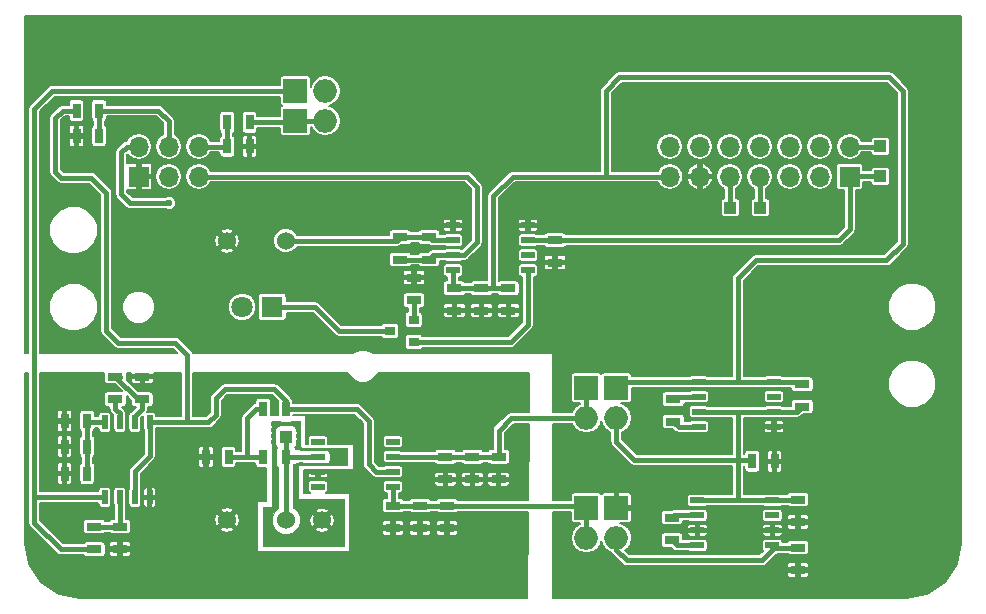
<source format=gbr>
G04 #@! TF.FileFunction,Copper,L1,Top,Signal*
%FSLAX46Y46*%
G04 Gerber Fmt 4.6, Leading zero omitted, Abs format (unit mm)*
G04 Created by KiCad (PCBNEW 4.0.7-e1-6374~58~ubuntu17.04.1) date Mon Aug 21 14:59:54 2017*
%MOMM*%
%LPD*%
G01*
G04 APERTURE LIST*
%ADD10C,0.100000*%
%ADD11C,0.700000*%
%ADD12C,0.400000*%
%ADD13R,1.143000X0.508000*%
%ADD14R,1.300000X0.700000*%
%ADD15R,1.000000X1.000000*%
%ADD16R,0.700000X1.300000*%
%ADD17R,1.800000X1.800000*%
%ADD18C,1.800000*%
%ADD19C,1.524000*%
%ADD20R,0.900000X0.800000*%
%ADD21R,0.508000X1.143000*%
%ADD22R,1.700000X1.700000*%
%ADD23O,1.700000X1.700000*%
%ADD24R,2.000000X2.000000*%
%ADD25O,2.000000X2.000000*%
%ADD26C,0.600000*%
%ADD27C,0.250000*%
%ADD28C,0.400000*%
%ADD29C,0.200000*%
G04 APERTURE END LIST*
D10*
D11*
X144780000Y-133350000D03*
X143510000Y-133350000D03*
X115570000Y-133350000D03*
X116840000Y-133350000D03*
X114300000Y-133350000D03*
X125095000Y-124841000D03*
X132080000Y-124714000D03*
X132080000Y-120015000D03*
X107442000Y-121158000D03*
X107442000Y-119888000D03*
X107442000Y-118618000D03*
X107442000Y-117348000D03*
X107442000Y-131318000D03*
X107442000Y-122428000D03*
X107442000Y-123698000D03*
X107442000Y-124968000D03*
X107442000Y-127508000D03*
X147256500Y-120840500D03*
X147256500Y-118300500D03*
X147256500Y-117030500D03*
X147256500Y-132270500D03*
X147256500Y-131000500D03*
X147256500Y-129730500D03*
X147256500Y-122110500D03*
X147256500Y-123380500D03*
X147256500Y-124650500D03*
X147256500Y-128460500D03*
X107188000Y-98171000D03*
X107188000Y-96901000D03*
X107188000Y-95631000D03*
X107188000Y-94361000D03*
X107188000Y-88011000D03*
X107188000Y-89281000D03*
X107188000Y-90551000D03*
X107188000Y-105791000D03*
X107188000Y-104521000D03*
X107188000Y-103251000D03*
X107188000Y-101981000D03*
X107188000Y-100711000D03*
X107188000Y-99441000D03*
X107188000Y-107061000D03*
X107188000Y-108331000D03*
X107188000Y-109601000D03*
X107188000Y-110871000D03*
X107188000Y-112141000D03*
X183324500Y-101536500D03*
X183324500Y-100266500D03*
X183324500Y-98996500D03*
X183324500Y-97726500D03*
X183324500Y-96456500D03*
X183324500Y-95186500D03*
X183324500Y-87566500D03*
X183324500Y-88836500D03*
X183324500Y-90106500D03*
X183324500Y-91376500D03*
X183324500Y-92646500D03*
X183324500Y-93916500D03*
X183324500Y-116776500D03*
X183324500Y-115506500D03*
X183324500Y-114236500D03*
X183324500Y-112966500D03*
X183324500Y-111696500D03*
X183324500Y-110426500D03*
X183324500Y-102806500D03*
X183324500Y-104076500D03*
X183324500Y-105346500D03*
X183324500Y-106616500D03*
X183324500Y-107886500D03*
X183324500Y-109156500D03*
X183324500Y-124396500D03*
X183324500Y-123126500D03*
X183324500Y-121856500D03*
X183324500Y-120586500D03*
X183324500Y-119316500D03*
X183324500Y-118046500D03*
X183324500Y-125666500D03*
X183324500Y-126936500D03*
X183324500Y-128206500D03*
X183324500Y-129476500D03*
X183324500Y-130746500D03*
X183324500Y-132016500D03*
X110490000Y-115951000D03*
X111760000Y-115951000D03*
X116840000Y-115951000D03*
X109220000Y-115951000D03*
X107950000Y-115951000D03*
X135890000Y-115951000D03*
X137160000Y-115951000D03*
X138430000Y-115951000D03*
X139700000Y-115951000D03*
X147320000Y-115951000D03*
X146050000Y-115951000D03*
X144780000Y-115951000D03*
X140970000Y-115951000D03*
X125730000Y-115951000D03*
X127000000Y-115951000D03*
X128270000Y-115951000D03*
X132080000Y-115951000D03*
X124460000Y-115951000D03*
X123190000Y-115951000D03*
X121920000Y-115951000D03*
X120650000Y-115951000D03*
X118110000Y-115951000D03*
X120142000Y-113284000D03*
X121412000Y-113284000D03*
X111252000Y-113284000D03*
X109982000Y-113284000D03*
X108712000Y-113284000D03*
X107442000Y-113284000D03*
X149225000Y-113284000D03*
X147955000Y-113284000D03*
X131572000Y-113284000D03*
X132842000Y-113284000D03*
X134112000Y-113284000D03*
X135382000Y-113284000D03*
X136652000Y-113284000D03*
X129032000Y-113284000D03*
X127762000Y-113284000D03*
X126492000Y-113284000D03*
X125222000Y-113284000D03*
X123952000Y-113284000D03*
X122682000Y-113284000D03*
X151130000Y-129413000D03*
X151130000Y-130683000D03*
X151130000Y-131953000D03*
X151130000Y-133350000D03*
X151130000Y-120523000D03*
X151130000Y-117983000D03*
X151130000Y-116713000D03*
X151130000Y-115443000D03*
X151130000Y-121793000D03*
X151130000Y-123063000D03*
X151130000Y-124333000D03*
X151130000Y-125603000D03*
X151130000Y-128143000D03*
X107950000Y-133350000D03*
X109220000Y-133350000D03*
X110490000Y-133350000D03*
X111760000Y-133350000D03*
X113030000Y-133350000D03*
X120650000Y-133350000D03*
X119380000Y-133350000D03*
X118110000Y-133350000D03*
X152400000Y-133350000D03*
X153670000Y-133350000D03*
X154940000Y-133350000D03*
X156210000Y-133350000D03*
X157480000Y-133350000D03*
X158750000Y-133350000D03*
X166370000Y-133350000D03*
X165100000Y-133350000D03*
X163830000Y-133350000D03*
X162560000Y-133350000D03*
X161290000Y-133350000D03*
X160020000Y-133350000D03*
X175260000Y-133350000D03*
X176530000Y-133350000D03*
X177800000Y-133350000D03*
X179070000Y-133350000D03*
X180340000Y-133350000D03*
X181610000Y-133350000D03*
X173990000Y-133350000D03*
X172720000Y-133350000D03*
X171450000Y-133350000D03*
X170180000Y-133350000D03*
X168910000Y-133350000D03*
X167640000Y-133350000D03*
X137160000Y-133350000D03*
X138430000Y-133350000D03*
X139700000Y-133350000D03*
X140970000Y-133350000D03*
X142240000Y-133350000D03*
X146050000Y-133350000D03*
X129540000Y-133350000D03*
X130810000Y-133350000D03*
X132080000Y-133350000D03*
X133350000Y-133350000D03*
X134620000Y-133350000D03*
X135890000Y-133350000D03*
X128270000Y-133350000D03*
X127000000Y-133350000D03*
X125730000Y-133350000D03*
X124460000Y-133350000D03*
X123190000Y-133350000D03*
X121920000Y-133350000D03*
X123825000Y-86360000D03*
X125095000Y-86360000D03*
X126365000Y-86360000D03*
X127635000Y-86360000D03*
X128905000Y-86360000D03*
X130175000Y-86360000D03*
X137795000Y-86360000D03*
X136525000Y-86360000D03*
X135255000Y-86360000D03*
X133985000Y-86360000D03*
X132715000Y-86360000D03*
X131445000Y-86360000D03*
X146685000Y-86360000D03*
X147955000Y-86360000D03*
X149225000Y-86360000D03*
X150495000Y-86360000D03*
X151765000Y-86360000D03*
X153035000Y-86360000D03*
X145415000Y-86360000D03*
X144145000Y-86360000D03*
X142875000Y-86360000D03*
X141605000Y-86360000D03*
X140335000Y-86360000D03*
X139065000Y-86360000D03*
X169545000Y-86360000D03*
X170815000Y-86360000D03*
X172085000Y-86360000D03*
X173355000Y-86360000D03*
X174625000Y-86360000D03*
X175895000Y-86360000D03*
X182245000Y-86360000D03*
X180975000Y-86360000D03*
X179705000Y-86360000D03*
X178435000Y-86360000D03*
X177165000Y-86360000D03*
X161925000Y-86360000D03*
X163195000Y-86360000D03*
X164465000Y-86360000D03*
X165735000Y-86360000D03*
X167005000Y-86360000D03*
X168275000Y-86360000D03*
X160655000Y-86360000D03*
X159385000Y-86360000D03*
X158115000Y-86360000D03*
X156845000Y-86360000D03*
X155575000Y-86360000D03*
X154305000Y-86360000D03*
X107315000Y-86360000D03*
X116205000Y-86360000D03*
X117475000Y-86360000D03*
X118745000Y-86360000D03*
X120015000Y-86360000D03*
X121285000Y-86360000D03*
X122555000Y-86360000D03*
X114935000Y-86360000D03*
X113665000Y-86360000D03*
X112395000Y-86360000D03*
X111125000Y-86360000D03*
X109855000Y-86360000D03*
X108585000Y-86360000D03*
D12*
X131699000Y-123190000D03*
X131699000Y-122682000D03*
X131699000Y-122174000D03*
X126492000Y-121920000D03*
X126492000Y-122428000D03*
X126492000Y-122936000D03*
X126365000Y-121412000D03*
X128524000Y-120396000D03*
X128524000Y-121920000D03*
X128524000Y-121412000D03*
X128524000Y-120904000D03*
X128524000Y-119888000D03*
X126365000Y-119888000D03*
X128524000Y-126492000D03*
X129032000Y-126492000D03*
X129540000Y-126492000D03*
X130048000Y-126492000D03*
X126365000Y-120396000D03*
X126365000Y-120904000D03*
X131572000Y-126492000D03*
X131064000Y-126492000D03*
X130556000Y-126492000D03*
X128778000Y-123317000D03*
X126492000Y-123571000D03*
X126492000Y-126746000D03*
X126492000Y-126111000D03*
X126492000Y-125603000D03*
X126492000Y-125095000D03*
X126492000Y-124587000D03*
X126492000Y-124079000D03*
X125857000Y-127127000D03*
X125857000Y-127635000D03*
X125857000Y-128143000D03*
X125857000Y-128651000D03*
X125857000Y-129159000D03*
X132080000Y-129286000D03*
X132080000Y-128778000D03*
X132080000Y-128270000D03*
X132080000Y-127762000D03*
X132080000Y-127254000D03*
X132080000Y-126746000D03*
X128270000Y-123444000D03*
X128270000Y-123952000D03*
X128270000Y-124460000D03*
X128270000Y-124968000D03*
X128270000Y-125476000D03*
X128270000Y-125984000D03*
X132080000Y-129794000D03*
X129032000Y-129794000D03*
X129540000Y-129794000D03*
X130048000Y-129794000D03*
X130556000Y-129794000D03*
X131064000Y-129794000D03*
X131572000Y-129794000D03*
X128524000Y-129794000D03*
X128016000Y-129794000D03*
X127508000Y-129794000D03*
X127000000Y-129794000D03*
X126492000Y-129794000D03*
D13*
X141605000Y-106870500D03*
X141605000Y-105600500D03*
X141605000Y-104330500D03*
X141605000Y-103060500D03*
X147955000Y-103060500D03*
X147955000Y-104330500D03*
X147955000Y-105600500D03*
X147955000Y-106870500D03*
D14*
X146304000Y-108397000D03*
X146304000Y-110297000D03*
X136525000Y-126812000D03*
X136525000Y-128712000D03*
X138811000Y-126812000D03*
X138811000Y-128712000D03*
X141097000Y-126812000D03*
X141097000Y-128712000D03*
X140970000Y-122684500D03*
X140970000Y-124584500D03*
X143256000Y-122684500D03*
X143256000Y-124584500D03*
X145478500Y-122684500D03*
X145478500Y-124584500D03*
D15*
X127444500Y-120967500D03*
D16*
X109747000Y-95518000D03*
X111647000Y-95518000D03*
X110631000Y-121807000D03*
X108731000Y-121807000D03*
X110631000Y-124093000D03*
X108731000Y-124093000D03*
X110631000Y-119648000D03*
X108731000Y-119648000D03*
X124394000Y-96393000D03*
X122494000Y-96393000D03*
D14*
X141732000Y-108397000D03*
X141732000Y-110297000D03*
X144018000Y-108397000D03*
X144018000Y-110297000D03*
X139573000Y-104079000D03*
X139573000Y-105979000D03*
D17*
X126318000Y-109996000D03*
D18*
X123778000Y-109996000D03*
D19*
X127468000Y-104394000D03*
X122468000Y-104394000D03*
D20*
X138287000Y-112964000D03*
X138287000Y-111064000D03*
X136287000Y-112014000D03*
D16*
X109747000Y-93359000D03*
X111647000Y-93359000D03*
D14*
X113411000Y-128590000D03*
X113411000Y-130490000D03*
D16*
X124394000Y-94361000D03*
X122494000Y-94361000D03*
D14*
X113030000Y-115890000D03*
X113030000Y-117790000D03*
X115316000Y-117790000D03*
X115316000Y-115890000D03*
X138303000Y-109408000D03*
X138303000Y-107508000D03*
X137160000Y-104079000D03*
X137160000Y-105979000D03*
D21*
X112141000Y-119761000D03*
X113411000Y-119761000D03*
X114681000Y-119761000D03*
X115951000Y-119761000D03*
X115951000Y-126111000D03*
X114681000Y-126111000D03*
X113411000Y-126111000D03*
X112141000Y-126111000D03*
D22*
X115015000Y-98947000D03*
D23*
X115015000Y-96407000D03*
X117555000Y-98947000D03*
X117555000Y-96407000D03*
X120095000Y-98947000D03*
X120095000Y-96407000D03*
D22*
X175213000Y-98947000D03*
D23*
X175213000Y-96407000D03*
X172673000Y-98947000D03*
X172673000Y-96407000D03*
X170133000Y-98947000D03*
X170133000Y-96407000D03*
X167593000Y-98947000D03*
X167593000Y-96407000D03*
X165053000Y-98947000D03*
X165053000Y-96407000D03*
X162513000Y-98947000D03*
X162513000Y-96407000D03*
X159973000Y-98947000D03*
X159973000Y-96407000D03*
D19*
X130492500Y-128016000D03*
D15*
X165100000Y-101600000D03*
X167640000Y-101600000D03*
X177800000Y-96393000D03*
D19*
X127468000Y-128016000D03*
X122468000Y-128016000D03*
D16*
X127442000Y-122682000D03*
X125542000Y-122682000D03*
X120716000Y-122682000D03*
X122616000Y-122682000D03*
X125542000Y-118618000D03*
X127442000Y-118618000D03*
D13*
X136525000Y-121412000D03*
X136525000Y-122682000D03*
X136525000Y-123952000D03*
X136525000Y-125222000D03*
X130175000Y-125222000D03*
X130175000Y-123952000D03*
X130175000Y-122682000D03*
X130175000Y-121412000D03*
D14*
X160274000Y-117795000D03*
X160274000Y-119695000D03*
D16*
X166944000Y-123063000D03*
X168844000Y-123063000D03*
D14*
X171196000Y-116525000D03*
X171196000Y-118425000D03*
X160147000Y-127828000D03*
X160147000Y-129728000D03*
X170815000Y-130368000D03*
X170815000Y-132268000D03*
X170815000Y-126304000D03*
X170815000Y-128204000D03*
D24*
X128270000Y-91694000D03*
D25*
X130810000Y-91694000D03*
D24*
X128270000Y-94234000D03*
D25*
X130810000Y-94234000D03*
D24*
X155448000Y-127000000D03*
D25*
X155448000Y-129540000D03*
D24*
X155448000Y-116840000D03*
D25*
X155448000Y-119380000D03*
D24*
X152908000Y-127000000D03*
D25*
X152908000Y-129540000D03*
D24*
X152908000Y-116840000D03*
D25*
X152908000Y-119380000D03*
D14*
X111252000Y-128590000D03*
X111252000Y-130490000D03*
X150241000Y-106233000D03*
X150241000Y-104333000D03*
D13*
X168783000Y-116332000D03*
X168783000Y-117602000D03*
X168783000Y-118872000D03*
X168783000Y-120142000D03*
X162433000Y-120142000D03*
X162433000Y-118872000D03*
X162433000Y-117602000D03*
X162433000Y-116332000D03*
X168656000Y-126365000D03*
X168656000Y-127635000D03*
X168656000Y-128905000D03*
X168656000Y-130175000D03*
X162306000Y-130175000D03*
X162306000Y-128905000D03*
X162306000Y-127635000D03*
X162306000Y-126365000D03*
D12*
X125984000Y-129794000D03*
D15*
X177800000Y-98933000D03*
D26*
X110617000Y-121793000D03*
X117602000Y-101219000D03*
X127442000Y-118618000D03*
X113030000Y-117729000D03*
X147955000Y-105600500D03*
X138303000Y-109474000D03*
D27*
X128270000Y-123444000D02*
X128270000Y-123952000D01*
X128778000Y-123317000D02*
X128397000Y-123317000D01*
X128397000Y-123317000D02*
X128270000Y-123444000D01*
X129413000Y-123317000D02*
X128778000Y-123317000D01*
X128524000Y-121920000D02*
X128651000Y-121920000D01*
X128651000Y-121920000D02*
X128778000Y-122047000D01*
X128778000Y-122047000D02*
X131191000Y-122047000D01*
X131191000Y-122047000D02*
X131318000Y-122174000D01*
X129413000Y-123317000D02*
X131191000Y-123317000D01*
X131191000Y-123317000D02*
X131318000Y-123190000D01*
D28*
X141666000Y-103063000D02*
X141668500Y-103060500D01*
X115953500Y-126113500D02*
X115951000Y-126111000D01*
X116017000Y-126177000D02*
X115951000Y-126111000D01*
X165735000Y-116332000D02*
X165735000Y-107569000D01*
X154559000Y-91694000D02*
X154559000Y-98947000D01*
X155702000Y-90551000D02*
X154559000Y-91694000D01*
X178562000Y-90551000D02*
X155702000Y-90551000D01*
X179705000Y-91694000D02*
X178562000Y-90551000D01*
X179705000Y-104648000D02*
X179705000Y-91694000D01*
X178308000Y-106045000D02*
X179705000Y-104648000D01*
X167259000Y-106045000D02*
X178308000Y-106045000D01*
X165735000Y-107569000D02*
X167259000Y-106045000D01*
X162433000Y-116332000D02*
X155956000Y-116332000D01*
X155956000Y-116332000D02*
X155448000Y-116840000D01*
X110631000Y-121807000D02*
X110631000Y-124093000D01*
X110617000Y-121793000D02*
X110631000Y-121807000D01*
X141605000Y-106870500D02*
X141605000Y-108270000D01*
X141605000Y-108270000D02*
X141732000Y-108397000D01*
X159973000Y-98947000D02*
X154559000Y-98947000D01*
X154559000Y-98947000D02*
X153543000Y-98947000D01*
X146671000Y-98947000D02*
X145034000Y-100584000D01*
X145034000Y-100584000D02*
X145034000Y-108397000D01*
X153543000Y-98947000D02*
X146671000Y-98947000D01*
X144653000Y-108397000D02*
X144018000Y-108397000D01*
X162433000Y-116332000D02*
X165735000Y-116332000D01*
X165735000Y-116332000D02*
X168783000Y-116332000D01*
X160020000Y-98994000D02*
X159973000Y-98947000D01*
X168783000Y-116332000D02*
X171003000Y-116332000D01*
X171003000Y-116332000D02*
X171196000Y-116525000D01*
X141732000Y-108397000D02*
X144018000Y-108397000D01*
X144018000Y-108397000D02*
X145034000Y-108397000D01*
X145034000Y-108397000D02*
X146304000Y-108397000D01*
X141668500Y-108333500D02*
X141732000Y-108397000D01*
X141807000Y-108383000D02*
X141779000Y-108383000D01*
X141807000Y-108383000D02*
X141779000Y-108383000D01*
X141779000Y-108383000D02*
X141906000Y-108256000D01*
X112141000Y-119761000D02*
X110744000Y-119761000D01*
X110744000Y-119761000D02*
X110631000Y-119648000D01*
X110631000Y-119648000D02*
X110631000Y-121807000D01*
X110744000Y-119761000D02*
X110631000Y-119648000D01*
X110744000Y-119761000D02*
X110631000Y-119648000D01*
X111647000Y-95518000D02*
X111647000Y-93359000D01*
X117555000Y-96407000D02*
X117555000Y-94248000D01*
X116666000Y-93359000D02*
X111647000Y-93359000D01*
X117555000Y-94248000D02*
X116666000Y-93359000D01*
X122494000Y-94361000D02*
X122494000Y-96393000D01*
X120095000Y-96407000D02*
X122480000Y-96407000D01*
X122480000Y-96407000D02*
X122494000Y-96393000D01*
X115015000Y-96407000D02*
X114032000Y-96407000D01*
X114300000Y-101219000D02*
X117602000Y-101219000D01*
X113538000Y-100457000D02*
X114300000Y-101219000D01*
X113538000Y-96901000D02*
X113538000Y-100457000D01*
X114032000Y-96407000D02*
X113538000Y-96901000D01*
X141605000Y-105600500D02*
X139951500Y-105600500D01*
X139951500Y-105600500D02*
X139573000Y-105979000D01*
X137160000Y-105979000D02*
X139573000Y-105979000D01*
X120095000Y-98947000D02*
X142762000Y-98947000D01*
X142557500Y-105600500D02*
X141605000Y-105600500D01*
X143637000Y-104521000D02*
X142557500Y-105600500D01*
X143637000Y-99822000D02*
X143637000Y-104521000D01*
X142762000Y-98947000D02*
X143637000Y-99822000D01*
X177800000Y-98933000D02*
X175227000Y-98933000D01*
X175227000Y-98933000D02*
X175213000Y-98947000D01*
X150241000Y-104333000D02*
X174305000Y-104333000D01*
X174305000Y-104333000D02*
X175213000Y-103425000D01*
X175213000Y-103425000D02*
X175213000Y-98947000D01*
X147955000Y-104330500D02*
X150238500Y-104330500D01*
X136287000Y-112014000D02*
X131953000Y-112014000D01*
X131953000Y-112014000D02*
X129935000Y-109996000D01*
X129935000Y-109996000D02*
X126318000Y-109996000D01*
X115316000Y-117790000D02*
X114930000Y-117790000D01*
X114930000Y-117790000D02*
X113030000Y-115890000D01*
X114681000Y-119761000D02*
X114681000Y-119253000D01*
X114681000Y-119253000D02*
X115316000Y-118618000D01*
X115316000Y-118618000D02*
X115316000Y-117790000D01*
X113030000Y-115890000D02*
X113416000Y-115890000D01*
X175213000Y-96407000D02*
X177786000Y-96407000D01*
X177786000Y-96407000D02*
X177800000Y-96393000D01*
X165053000Y-98947000D02*
X165053000Y-101614000D01*
X167593000Y-98947000D02*
X167593000Y-101614000D01*
X125542000Y-118618000D02*
X124968000Y-118618000D01*
X124968000Y-118618000D02*
X124206000Y-119380000D01*
X124206000Y-119380000D02*
X124206000Y-122682000D01*
X122616000Y-122682000D02*
X124206000Y-122682000D01*
X124206000Y-122682000D02*
X125542000Y-122682000D01*
X136525000Y-122682000D02*
X140967500Y-122682000D01*
X140967500Y-122682000D02*
X140970000Y-122684500D01*
X140970000Y-122684500D02*
X143256000Y-122684500D01*
X145478500Y-122684500D02*
X143256000Y-122684500D01*
X152908000Y-119380000D02*
X146558000Y-119380000D01*
X145478500Y-120459500D02*
X145478500Y-122684500D01*
X146558000Y-119380000D02*
X145478500Y-120459500D01*
X152908000Y-116840000D02*
X152908000Y-119380000D01*
X141097000Y-126812000D02*
X144526000Y-126812000D01*
X144526000Y-126812000D02*
X152720000Y-126812000D01*
X152720000Y-126812000D02*
X152908000Y-127000000D01*
X152720000Y-126812000D02*
X152908000Y-127000000D01*
X152908000Y-127000000D02*
X152908000Y-129540000D01*
X136525000Y-126812000D02*
X138811000Y-126812000D01*
X138811000Y-126812000D02*
X141097000Y-126812000D01*
X140970000Y-126812000D02*
X140970000Y-126682500D01*
X136525000Y-125222000D02*
X136525000Y-126812000D01*
X136525000Y-123952000D02*
X135128000Y-123952000D01*
X133477000Y-118618000D02*
X127442000Y-118618000D01*
X134493000Y-119634000D02*
X133477000Y-118618000D01*
X134493000Y-123317000D02*
X134493000Y-119634000D01*
X135128000Y-123952000D02*
X134493000Y-123317000D01*
X109747000Y-93359000D02*
X108571000Y-93359000D01*
X119126000Y-114046000D02*
X119126000Y-119761000D01*
X118110000Y-113030000D02*
X119126000Y-114046000D01*
X113284000Y-113030000D02*
X118110000Y-113030000D01*
X112268000Y-112014000D02*
X113284000Y-113030000D01*
X112268000Y-109982000D02*
X112268000Y-112014000D01*
X112268000Y-109982000D02*
X112268000Y-109982000D01*
X112268000Y-100330000D02*
X112268000Y-109982000D01*
X110998000Y-99060000D02*
X112268000Y-100330000D01*
X108458000Y-99060000D02*
X110998000Y-99060000D01*
X107950000Y-98552000D02*
X108458000Y-99060000D01*
X107950000Y-93980000D02*
X107950000Y-98552000D01*
X108571000Y-93359000D02*
X107950000Y-93980000D01*
X127442000Y-118618000D02*
X127442000Y-117917000D01*
X127442000Y-117917000D02*
X126492000Y-116967000D01*
X124333000Y-116967000D02*
X122301000Y-116967000D01*
X126492000Y-116967000D02*
X124333000Y-116967000D01*
X122301000Y-116967000D02*
X121539000Y-117729000D01*
X121539000Y-117729000D02*
X121539000Y-119126000D01*
X121539000Y-119126000D02*
X120904000Y-119761000D01*
X119380000Y-119761000D02*
X119126000Y-119761000D01*
X120904000Y-119761000D02*
X119380000Y-119761000D01*
X119126000Y-119761000D02*
X115951000Y-119761000D01*
X109714000Y-93359000D02*
X109747000Y-93359000D01*
X109747000Y-93389500D02*
X109747000Y-93359000D01*
X114681000Y-126111000D02*
X114681000Y-123888500D01*
X115951000Y-122618500D02*
X115951000Y-119761000D01*
X114681000Y-123888500D02*
X115951000Y-122618500D01*
X109742000Y-93359000D02*
X109747000Y-93359000D01*
X127444500Y-120967500D02*
X127444500Y-122679500D01*
X127444500Y-122679500D02*
X127442000Y-122682000D01*
X130175000Y-122682000D02*
X127442000Y-122682000D01*
X127468000Y-128016000D02*
X127468000Y-122708000D01*
X127468000Y-122708000D02*
X127442000Y-122682000D01*
X127461000Y-127961000D02*
X127500000Y-128000000D01*
X162306000Y-127635000D02*
X160340000Y-127635000D01*
X160340000Y-127635000D02*
X160147000Y-127828000D01*
X162306000Y-130175000D02*
X160594000Y-130175000D01*
X160594000Y-130175000D02*
X160147000Y-129728000D01*
X155448000Y-119380000D02*
X155448000Y-121412000D01*
X156972000Y-122936000D02*
X165735000Y-122936000D01*
X155448000Y-121412000D02*
X156972000Y-122936000D01*
X165735000Y-122936000D02*
X165735000Y-126238000D01*
X165735000Y-126238000D02*
X165608000Y-126365000D01*
X162306000Y-126365000D02*
X165608000Y-126365000D01*
X165608000Y-126365000D02*
X168656000Y-126365000D01*
X165735000Y-122936000D02*
X166817000Y-122936000D01*
X166817000Y-122936000D02*
X166944000Y-123063000D01*
X165735000Y-122936000D02*
X165735000Y-118999000D01*
X165735000Y-118999000D02*
X165608000Y-118872000D01*
X168783000Y-118872000D02*
X170749000Y-118872000D01*
X170749000Y-118872000D02*
X171196000Y-118425000D01*
X168656000Y-126365000D02*
X170754000Y-126365000D01*
X170754000Y-126365000D02*
X170815000Y-126304000D01*
X162433000Y-118872000D02*
X165608000Y-118872000D01*
X165608000Y-118872000D02*
X168783000Y-118872000D01*
D27*
X168783000Y-118872000D02*
X168844000Y-118811000D01*
D28*
X168656000Y-130175000D02*
X168656000Y-130556000D01*
X155448000Y-130556000D02*
X155448000Y-129540000D01*
X156337000Y-131445000D02*
X155448000Y-130556000D01*
X167767000Y-131445000D02*
X156337000Y-131445000D01*
X168656000Y-130556000D02*
X167767000Y-131445000D01*
X170815000Y-130368000D02*
X168849000Y-130368000D01*
X168849000Y-130368000D02*
X168656000Y-130175000D01*
X112141000Y-126111000D02*
X106299000Y-126111000D01*
X106299000Y-126111000D02*
X106172000Y-126238000D01*
X111252000Y-130490000D02*
X108392000Y-130490000D01*
X108392000Y-130490000D02*
X106172000Y-128270000D01*
X106172000Y-128270000D02*
X106172000Y-126238000D01*
X106172000Y-126238000D02*
X106172000Y-93218000D01*
X106172000Y-93218000D02*
X107696000Y-91694000D01*
X107696000Y-91694000D02*
X128270000Y-91694000D01*
X111252000Y-130490000D02*
X111511000Y-130490000D01*
X113030000Y-117729000D02*
X113030000Y-117790000D01*
X113411000Y-119761000D02*
X113411000Y-118999000D01*
X113030000Y-118618000D02*
X113030000Y-117790000D01*
X113411000Y-118999000D02*
X113030000Y-118618000D01*
X128270000Y-94234000D02*
X130810000Y-94234000D01*
X124394000Y-94361000D02*
X128143000Y-94361000D01*
X128143000Y-94361000D02*
X128270000Y-94234000D01*
X138287000Y-112964000D02*
X146497000Y-112964000D01*
X146497000Y-112964000D02*
X147955000Y-111506000D01*
X147955000Y-111506000D02*
X147955000Y-106870500D01*
X138303000Y-109408000D02*
X138303000Y-109474000D01*
X138303000Y-109408000D02*
X138303000Y-111048000D01*
X138303000Y-111048000D02*
X138287000Y-111064000D01*
X113411000Y-126111000D02*
X113411000Y-128590000D01*
X111252000Y-128590000D02*
X113411000Y-128590000D01*
X127468000Y-104394000D02*
X136845000Y-104394000D01*
X136845000Y-104394000D02*
X137160000Y-104079000D01*
X137160000Y-104079000D02*
X139573000Y-104079000D01*
X141605000Y-104330500D02*
X139824500Y-104330500D01*
X139824500Y-104330500D02*
X139573000Y-104079000D01*
X162433000Y-117602000D02*
X160467000Y-117602000D01*
X160467000Y-117602000D02*
X160274000Y-117795000D01*
X162433000Y-120142000D02*
X160721000Y-120142000D01*
X160721000Y-120142000D02*
X160274000Y-119695000D01*
D29*
G36*
X184650000Y-129965527D02*
X184289705Y-131776854D01*
X183283199Y-133283198D01*
X181776854Y-134289705D01*
X179965527Y-134650000D01*
X150100000Y-134650000D01*
X150100000Y-132493000D01*
X169865000Y-132493000D01*
X169865000Y-132677674D01*
X169910672Y-132787937D01*
X169995064Y-132872328D01*
X170105327Y-132918000D01*
X170590000Y-132918000D01*
X170665000Y-132843000D01*
X170665000Y-132418000D01*
X170965000Y-132418000D01*
X170965000Y-132843000D01*
X171040000Y-132918000D01*
X171524673Y-132918000D01*
X171634936Y-132872328D01*
X171719328Y-132787937D01*
X171765000Y-132677674D01*
X171765000Y-132493000D01*
X171690000Y-132418000D01*
X170965000Y-132418000D01*
X170665000Y-132418000D01*
X169940000Y-132418000D01*
X169865000Y-132493000D01*
X150100000Y-132493000D01*
X150100000Y-127312000D01*
X151602123Y-127312000D01*
X151602123Y-128000000D01*
X151623042Y-128111173D01*
X151688745Y-128213279D01*
X151788997Y-128281778D01*
X151908000Y-128305877D01*
X152408000Y-128305877D01*
X152408000Y-128334391D01*
X152385043Y-128338957D01*
X151963292Y-128620761D01*
X151681488Y-129042512D01*
X151582531Y-129540000D01*
X151681488Y-130037488D01*
X151963292Y-130459239D01*
X152385043Y-130741043D01*
X152882531Y-130840000D01*
X152933469Y-130840000D01*
X153430957Y-130741043D01*
X153852708Y-130459239D01*
X154134512Y-130037488D01*
X154178000Y-129818860D01*
X154221488Y-130037488D01*
X154503292Y-130459239D01*
X154925043Y-130741043D01*
X154990559Y-130754075D01*
X155094447Y-130909553D01*
X155983447Y-131798553D01*
X156145658Y-131906940D01*
X156337000Y-131945000D01*
X167767000Y-131945000D01*
X167958342Y-131906940D01*
X168031097Y-131858326D01*
X169865000Y-131858326D01*
X169865000Y-132043000D01*
X169940000Y-132118000D01*
X170665000Y-132118000D01*
X170665000Y-131693000D01*
X170965000Y-131693000D01*
X170965000Y-132118000D01*
X171690000Y-132118000D01*
X171765000Y-132043000D01*
X171765000Y-131858326D01*
X171719328Y-131748063D01*
X171634936Y-131663672D01*
X171524673Y-131618000D01*
X171040000Y-131618000D01*
X170965000Y-131693000D01*
X170665000Y-131693000D01*
X170590000Y-131618000D01*
X170105327Y-131618000D01*
X169995064Y-131663672D01*
X169910672Y-131748063D01*
X169865000Y-131858326D01*
X168031097Y-131858326D01*
X168120553Y-131798553D01*
X169009553Y-130909553D01*
X169037318Y-130868000D01*
X169905026Y-130868000D01*
X169945745Y-130931279D01*
X170045997Y-130999778D01*
X170165000Y-131023877D01*
X171465000Y-131023877D01*
X171576173Y-131002958D01*
X171678279Y-130937255D01*
X171746778Y-130837003D01*
X171770877Y-130718000D01*
X171770877Y-130018000D01*
X171749958Y-129906827D01*
X171684255Y-129804721D01*
X171584003Y-129736222D01*
X171465000Y-129712123D01*
X170165000Y-129712123D01*
X170053827Y-129733042D01*
X169951721Y-129798745D01*
X169904401Y-129868000D01*
X169523404Y-129868000D01*
X169512458Y-129809827D01*
X169446755Y-129707721D01*
X169346503Y-129639222D01*
X169227500Y-129615123D01*
X168084500Y-129615123D01*
X167973327Y-129636042D01*
X167871221Y-129701745D01*
X167802722Y-129801997D01*
X167778623Y-129921000D01*
X167778623Y-130429000D01*
X167799542Y-130540173D01*
X167864215Y-130640679D01*
X167559894Y-130945000D01*
X156544106Y-130945000D01*
X156192272Y-130593166D01*
X156392708Y-130459239D01*
X156674512Y-130037488D01*
X156773469Y-129540000D01*
X156741246Y-129378000D01*
X159191123Y-129378000D01*
X159191123Y-130078000D01*
X159212042Y-130189173D01*
X159277745Y-130291279D01*
X159377997Y-130359778D01*
X159497000Y-130383877D01*
X160095770Y-130383877D01*
X160240446Y-130528553D01*
X160402658Y-130636940D01*
X160594000Y-130675000D01*
X161563134Y-130675000D01*
X161615497Y-130710778D01*
X161734500Y-130734877D01*
X162877500Y-130734877D01*
X162988673Y-130713958D01*
X163090779Y-130648255D01*
X163159278Y-130548003D01*
X163183377Y-130429000D01*
X163183377Y-129921000D01*
X163162458Y-129809827D01*
X163096755Y-129707721D01*
X162996503Y-129639222D01*
X162877500Y-129615123D01*
X161734500Y-129615123D01*
X161623327Y-129636042D01*
X161562784Y-129675000D01*
X161102877Y-129675000D01*
X161102877Y-129378000D01*
X161081958Y-129266827D01*
X161016255Y-129164721D01*
X160931778Y-129107000D01*
X161434500Y-129107000D01*
X161434500Y-129218674D01*
X161480172Y-129328937D01*
X161564564Y-129413328D01*
X161674827Y-129459000D01*
X162081000Y-129459000D01*
X162156000Y-129384000D01*
X162156000Y-129032000D01*
X162456000Y-129032000D01*
X162456000Y-129384000D01*
X162531000Y-129459000D01*
X162937173Y-129459000D01*
X163047436Y-129413328D01*
X163131828Y-129328937D01*
X163177500Y-129218674D01*
X163177500Y-129107000D01*
X167784500Y-129107000D01*
X167784500Y-129218674D01*
X167830172Y-129328937D01*
X167914564Y-129413328D01*
X168024827Y-129459000D01*
X168431000Y-129459000D01*
X168506000Y-129384000D01*
X168506000Y-129032000D01*
X168806000Y-129032000D01*
X168806000Y-129384000D01*
X168881000Y-129459000D01*
X169287173Y-129459000D01*
X169397436Y-129413328D01*
X169481828Y-129328937D01*
X169527500Y-129218674D01*
X169527500Y-129107000D01*
X169452500Y-129032000D01*
X168806000Y-129032000D01*
X168506000Y-129032000D01*
X167859500Y-129032000D01*
X167784500Y-129107000D01*
X163177500Y-129107000D01*
X163102500Y-129032000D01*
X162456000Y-129032000D01*
X162156000Y-129032000D01*
X161509500Y-129032000D01*
X161434500Y-129107000D01*
X160931778Y-129107000D01*
X160916003Y-129096222D01*
X160797000Y-129072123D01*
X159497000Y-129072123D01*
X159385827Y-129093042D01*
X159283721Y-129158745D01*
X159215222Y-129258997D01*
X159191123Y-129378000D01*
X156741246Y-129378000D01*
X156674512Y-129042512D01*
X156392708Y-128620761D01*
X156348656Y-128591326D01*
X161434500Y-128591326D01*
X161434500Y-128703000D01*
X161509500Y-128778000D01*
X162156000Y-128778000D01*
X162156000Y-128426000D01*
X162456000Y-128426000D01*
X162456000Y-128778000D01*
X163102500Y-128778000D01*
X163177500Y-128703000D01*
X163177500Y-128591326D01*
X167784500Y-128591326D01*
X167784500Y-128703000D01*
X167859500Y-128778000D01*
X168506000Y-128778000D01*
X168506000Y-128426000D01*
X168806000Y-128426000D01*
X168806000Y-128778000D01*
X169452500Y-128778000D01*
X169527500Y-128703000D01*
X169527500Y-128591326D01*
X169481828Y-128481063D01*
X169429765Y-128429000D01*
X169865000Y-128429000D01*
X169865000Y-128613674D01*
X169910672Y-128723937D01*
X169995064Y-128808328D01*
X170105327Y-128854000D01*
X170590000Y-128854000D01*
X170665000Y-128779000D01*
X170665000Y-128354000D01*
X170965000Y-128354000D01*
X170965000Y-128779000D01*
X171040000Y-128854000D01*
X171524673Y-128854000D01*
X171634936Y-128808328D01*
X171719328Y-128723937D01*
X171765000Y-128613674D01*
X171765000Y-128429000D01*
X171690000Y-128354000D01*
X170965000Y-128354000D01*
X170665000Y-128354000D01*
X169940000Y-128354000D01*
X169865000Y-128429000D01*
X169429765Y-128429000D01*
X169397436Y-128396672D01*
X169287173Y-128351000D01*
X168881000Y-128351000D01*
X168806000Y-128426000D01*
X168506000Y-128426000D01*
X168431000Y-128351000D01*
X168024827Y-128351000D01*
X167914564Y-128396672D01*
X167830172Y-128481063D01*
X167784500Y-128591326D01*
X163177500Y-128591326D01*
X163131828Y-128481063D01*
X163047436Y-128396672D01*
X162937173Y-128351000D01*
X162531000Y-128351000D01*
X162456000Y-128426000D01*
X162156000Y-128426000D01*
X162081000Y-128351000D01*
X161674827Y-128351000D01*
X161564564Y-128396672D01*
X161480172Y-128481063D01*
X161434500Y-128591326D01*
X156348656Y-128591326D01*
X155970957Y-128338957D01*
X155775108Y-128300000D01*
X156507674Y-128300000D01*
X156617937Y-128254328D01*
X156702328Y-128169936D01*
X156748000Y-128059673D01*
X156748000Y-127478000D01*
X159191123Y-127478000D01*
X159191123Y-128178000D01*
X159212042Y-128289173D01*
X159277745Y-128391279D01*
X159377997Y-128459778D01*
X159497000Y-128483877D01*
X160797000Y-128483877D01*
X160908173Y-128462958D01*
X161010279Y-128397255D01*
X161078778Y-128297003D01*
X161102877Y-128178000D01*
X161102877Y-128135000D01*
X161563134Y-128135000D01*
X161615497Y-128170778D01*
X161734500Y-128194877D01*
X162877500Y-128194877D01*
X162988673Y-128173958D01*
X163090779Y-128108255D01*
X163159278Y-128008003D01*
X163183377Y-127889000D01*
X163183377Y-127381000D01*
X167778623Y-127381000D01*
X167778623Y-127889000D01*
X167799542Y-128000173D01*
X167865245Y-128102279D01*
X167965497Y-128170778D01*
X168084500Y-128194877D01*
X169227500Y-128194877D01*
X169338673Y-128173958D01*
X169440779Y-128108255D01*
X169509278Y-128008003D01*
X169533377Y-127889000D01*
X169533377Y-127794326D01*
X169865000Y-127794326D01*
X169865000Y-127979000D01*
X169940000Y-128054000D01*
X170665000Y-128054000D01*
X170665000Y-127629000D01*
X170965000Y-127629000D01*
X170965000Y-128054000D01*
X171690000Y-128054000D01*
X171765000Y-127979000D01*
X171765000Y-127794326D01*
X171719328Y-127684063D01*
X171634936Y-127599672D01*
X171524673Y-127554000D01*
X171040000Y-127554000D01*
X170965000Y-127629000D01*
X170665000Y-127629000D01*
X170590000Y-127554000D01*
X170105327Y-127554000D01*
X169995064Y-127599672D01*
X169910672Y-127684063D01*
X169865000Y-127794326D01*
X169533377Y-127794326D01*
X169533377Y-127381000D01*
X169512458Y-127269827D01*
X169446755Y-127167721D01*
X169346503Y-127099222D01*
X169227500Y-127075123D01*
X168084500Y-127075123D01*
X167973327Y-127096042D01*
X167871221Y-127161745D01*
X167802722Y-127261997D01*
X167778623Y-127381000D01*
X163183377Y-127381000D01*
X163162458Y-127269827D01*
X163096755Y-127167721D01*
X162996503Y-127099222D01*
X162877500Y-127075123D01*
X161734500Y-127075123D01*
X161623327Y-127096042D01*
X161562784Y-127135000D01*
X160340000Y-127135000D01*
X160153369Y-127172123D01*
X159497000Y-127172123D01*
X159385827Y-127193042D01*
X159283721Y-127258745D01*
X159215222Y-127358997D01*
X159191123Y-127478000D01*
X156748000Y-127478000D01*
X156748000Y-127225000D01*
X156673000Y-127150000D01*
X155598000Y-127150000D01*
X155598000Y-127170000D01*
X155298000Y-127170000D01*
X155298000Y-127150000D01*
X155278000Y-127150000D01*
X155278000Y-126850000D01*
X155298000Y-126850000D01*
X155298000Y-125775000D01*
X155598000Y-125775000D01*
X155598000Y-126850000D01*
X156673000Y-126850000D01*
X156748000Y-126775000D01*
X156748000Y-125940327D01*
X156702328Y-125830064D01*
X156617937Y-125745672D01*
X156507674Y-125700000D01*
X155673000Y-125700000D01*
X155598000Y-125775000D01*
X155298000Y-125775000D01*
X155223000Y-125700000D01*
X154388326Y-125700000D01*
X154278063Y-125745672D01*
X154193672Y-125830064D01*
X154178584Y-125866489D01*
X154127255Y-125786721D01*
X154027003Y-125718222D01*
X153908000Y-125694123D01*
X151908000Y-125694123D01*
X151796827Y-125715042D01*
X151694721Y-125780745D01*
X151626222Y-125880997D01*
X151602123Y-126000000D01*
X151602123Y-126312000D01*
X150100000Y-126312000D01*
X150100000Y-119880000D01*
X151683166Y-119880000D01*
X151963292Y-120299239D01*
X152385043Y-120581043D01*
X152882531Y-120680000D01*
X152933469Y-120680000D01*
X153430957Y-120581043D01*
X153852708Y-120299239D01*
X154134512Y-119877488D01*
X154178000Y-119658860D01*
X154221488Y-119877488D01*
X154503292Y-120299239D01*
X154925043Y-120581043D01*
X154948000Y-120585609D01*
X154948000Y-121412000D01*
X154959040Y-121467500D01*
X154986060Y-121603342D01*
X155094447Y-121765553D01*
X156618446Y-123289553D01*
X156758788Y-123383327D01*
X156780658Y-123397940D01*
X156972000Y-123436000D01*
X165235000Y-123436000D01*
X165235000Y-125865000D01*
X163048866Y-125865000D01*
X162996503Y-125829222D01*
X162877500Y-125805123D01*
X161734500Y-125805123D01*
X161623327Y-125826042D01*
X161521221Y-125891745D01*
X161452722Y-125991997D01*
X161428623Y-126111000D01*
X161428623Y-126619000D01*
X161449542Y-126730173D01*
X161515245Y-126832279D01*
X161615497Y-126900778D01*
X161734500Y-126924877D01*
X162877500Y-126924877D01*
X162988673Y-126903958D01*
X163049216Y-126865000D01*
X167913134Y-126865000D01*
X167965497Y-126900778D01*
X168084500Y-126924877D01*
X169227500Y-126924877D01*
X169338673Y-126903958D01*
X169399216Y-126865000D01*
X169944279Y-126865000D01*
X169945745Y-126867279D01*
X170045997Y-126935778D01*
X170165000Y-126959877D01*
X171465000Y-126959877D01*
X171576173Y-126938958D01*
X171678279Y-126873255D01*
X171746778Y-126773003D01*
X171770877Y-126654000D01*
X171770877Y-125954000D01*
X171749958Y-125842827D01*
X171684255Y-125740721D01*
X171584003Y-125672222D01*
X171465000Y-125648123D01*
X170165000Y-125648123D01*
X170053827Y-125669042D01*
X169951721Y-125734745D01*
X169883222Y-125834997D01*
X169877146Y-125865000D01*
X169398866Y-125865000D01*
X169346503Y-125829222D01*
X169227500Y-125805123D01*
X168084500Y-125805123D01*
X167973327Y-125826042D01*
X167912784Y-125865000D01*
X166235000Y-125865000D01*
X166235000Y-123436000D01*
X166288123Y-123436000D01*
X166288123Y-123713000D01*
X166309042Y-123824173D01*
X166374745Y-123926279D01*
X166474997Y-123994778D01*
X166594000Y-124018877D01*
X167294000Y-124018877D01*
X167405173Y-123997958D01*
X167507279Y-123932255D01*
X167575778Y-123832003D01*
X167599877Y-123713000D01*
X167599877Y-123288000D01*
X168194000Y-123288000D01*
X168194000Y-123772673D01*
X168239672Y-123882936D01*
X168324063Y-123967328D01*
X168434326Y-124013000D01*
X168619000Y-124013000D01*
X168694000Y-123938000D01*
X168694000Y-123213000D01*
X168994000Y-123213000D01*
X168994000Y-123938000D01*
X169069000Y-124013000D01*
X169253674Y-124013000D01*
X169363937Y-123967328D01*
X169448328Y-123882936D01*
X169494000Y-123772673D01*
X169494000Y-123288000D01*
X169419000Y-123213000D01*
X168994000Y-123213000D01*
X168694000Y-123213000D01*
X168269000Y-123213000D01*
X168194000Y-123288000D01*
X167599877Y-123288000D01*
X167599877Y-122413000D01*
X167588649Y-122353327D01*
X168194000Y-122353327D01*
X168194000Y-122838000D01*
X168269000Y-122913000D01*
X168694000Y-122913000D01*
X168694000Y-122188000D01*
X168994000Y-122188000D01*
X168994000Y-122913000D01*
X169419000Y-122913000D01*
X169494000Y-122838000D01*
X169494000Y-122353327D01*
X169448328Y-122243064D01*
X169363937Y-122158672D01*
X169253674Y-122113000D01*
X169069000Y-122113000D01*
X168994000Y-122188000D01*
X168694000Y-122188000D01*
X168619000Y-122113000D01*
X168434326Y-122113000D01*
X168324063Y-122158672D01*
X168239672Y-122243064D01*
X168194000Y-122353327D01*
X167588649Y-122353327D01*
X167578958Y-122301827D01*
X167513255Y-122199721D01*
X167413003Y-122131222D01*
X167294000Y-122107123D01*
X166594000Y-122107123D01*
X166482827Y-122128042D01*
X166380721Y-122193745D01*
X166312222Y-122293997D01*
X166288123Y-122413000D01*
X166288123Y-122436000D01*
X166235000Y-122436000D01*
X166235000Y-120344000D01*
X167911500Y-120344000D01*
X167911500Y-120455674D01*
X167957172Y-120565937D01*
X168041564Y-120650328D01*
X168151827Y-120696000D01*
X168558000Y-120696000D01*
X168633000Y-120621000D01*
X168633000Y-120269000D01*
X168933000Y-120269000D01*
X168933000Y-120621000D01*
X169008000Y-120696000D01*
X169414173Y-120696000D01*
X169524436Y-120650328D01*
X169608828Y-120565937D01*
X169654500Y-120455674D01*
X169654500Y-120344000D01*
X169579500Y-120269000D01*
X168933000Y-120269000D01*
X168633000Y-120269000D01*
X167986500Y-120269000D01*
X167911500Y-120344000D01*
X166235000Y-120344000D01*
X166235000Y-119828326D01*
X167911500Y-119828326D01*
X167911500Y-119940000D01*
X167986500Y-120015000D01*
X168633000Y-120015000D01*
X168633000Y-119663000D01*
X168933000Y-119663000D01*
X168933000Y-120015000D01*
X169579500Y-120015000D01*
X169654500Y-119940000D01*
X169654500Y-119828326D01*
X169608828Y-119718063D01*
X169524436Y-119633672D01*
X169414173Y-119588000D01*
X169008000Y-119588000D01*
X168933000Y-119663000D01*
X168633000Y-119663000D01*
X168558000Y-119588000D01*
X168151827Y-119588000D01*
X168041564Y-119633672D01*
X167957172Y-119718063D01*
X167911500Y-119828326D01*
X166235000Y-119828326D01*
X166235000Y-119372000D01*
X168040134Y-119372000D01*
X168092497Y-119407778D01*
X168211500Y-119431877D01*
X169354500Y-119431877D01*
X169465673Y-119410958D01*
X169526216Y-119372000D01*
X170749000Y-119372000D01*
X170940342Y-119333940D01*
X171102553Y-119225553D01*
X171247229Y-119080877D01*
X171846000Y-119080877D01*
X171957173Y-119059958D01*
X172059279Y-118994255D01*
X172127778Y-118894003D01*
X172151877Y-118775000D01*
X172151877Y-118075000D01*
X172130958Y-117963827D01*
X172065255Y-117861721D01*
X171965003Y-117793222D01*
X171846000Y-117769123D01*
X170546000Y-117769123D01*
X170434827Y-117790042D01*
X170332721Y-117855745D01*
X170264222Y-117955997D01*
X170240123Y-118075000D01*
X170240123Y-118372000D01*
X169525866Y-118372000D01*
X169473503Y-118336222D01*
X169354500Y-118312123D01*
X168211500Y-118312123D01*
X168100327Y-118333042D01*
X168039784Y-118372000D01*
X163175866Y-118372000D01*
X163123503Y-118336222D01*
X163004500Y-118312123D01*
X161861500Y-118312123D01*
X161750327Y-118333042D01*
X161648221Y-118398745D01*
X161579722Y-118498997D01*
X161555623Y-118618000D01*
X161555623Y-119126000D01*
X161576542Y-119237173D01*
X161642245Y-119339279D01*
X161742497Y-119407778D01*
X161861500Y-119431877D01*
X163004500Y-119431877D01*
X163115673Y-119410958D01*
X163176216Y-119372000D01*
X165235000Y-119372000D01*
X165235000Y-122436000D01*
X157179107Y-122436000D01*
X155948000Y-121204894D01*
X155948000Y-120585609D01*
X155970957Y-120581043D01*
X156392708Y-120299239D01*
X156674512Y-119877488D01*
X156773469Y-119380000D01*
X156766508Y-119345000D01*
X159318123Y-119345000D01*
X159318123Y-120045000D01*
X159339042Y-120156173D01*
X159404745Y-120258279D01*
X159504997Y-120326778D01*
X159624000Y-120350877D01*
X160222770Y-120350877D01*
X160367446Y-120495553D01*
X160520768Y-120598000D01*
X160529658Y-120603940D01*
X160721000Y-120642000D01*
X161690134Y-120642000D01*
X161742497Y-120677778D01*
X161861500Y-120701877D01*
X163004500Y-120701877D01*
X163115673Y-120680958D01*
X163217779Y-120615255D01*
X163286278Y-120515003D01*
X163310377Y-120396000D01*
X163310377Y-119888000D01*
X163289458Y-119776827D01*
X163223755Y-119674721D01*
X163123503Y-119606222D01*
X163004500Y-119582123D01*
X161861500Y-119582123D01*
X161750327Y-119603042D01*
X161689784Y-119642000D01*
X161229877Y-119642000D01*
X161229877Y-119345000D01*
X161208958Y-119233827D01*
X161143255Y-119131721D01*
X161043003Y-119063222D01*
X160924000Y-119039123D01*
X159624000Y-119039123D01*
X159512827Y-119060042D01*
X159410721Y-119125745D01*
X159342222Y-119225997D01*
X159318123Y-119345000D01*
X156766508Y-119345000D01*
X156674512Y-118882512D01*
X156392708Y-118460761D01*
X155970957Y-118178957D01*
X155804653Y-118145877D01*
X156448000Y-118145877D01*
X156559173Y-118124958D01*
X156661279Y-118059255D01*
X156729778Y-117959003D01*
X156753877Y-117840000D01*
X156753877Y-117445000D01*
X159318123Y-117445000D01*
X159318123Y-118145000D01*
X159339042Y-118256173D01*
X159404745Y-118358279D01*
X159504997Y-118426778D01*
X159624000Y-118450877D01*
X160924000Y-118450877D01*
X161035173Y-118429958D01*
X161137279Y-118364255D01*
X161205778Y-118264003D01*
X161229877Y-118145000D01*
X161229877Y-118102000D01*
X161690134Y-118102000D01*
X161742497Y-118137778D01*
X161861500Y-118161877D01*
X163004500Y-118161877D01*
X163115673Y-118140958D01*
X163217779Y-118075255D01*
X163286278Y-117975003D01*
X163310377Y-117856000D01*
X163310377Y-117348000D01*
X167905623Y-117348000D01*
X167905623Y-117856000D01*
X167926542Y-117967173D01*
X167992245Y-118069279D01*
X168092497Y-118137778D01*
X168211500Y-118161877D01*
X169354500Y-118161877D01*
X169465673Y-118140958D01*
X169567779Y-118075255D01*
X169636278Y-117975003D01*
X169660377Y-117856000D01*
X169660377Y-117348000D01*
X169639458Y-117236827D01*
X169573755Y-117134721D01*
X169473503Y-117066222D01*
X169354500Y-117042123D01*
X168211500Y-117042123D01*
X168100327Y-117063042D01*
X167998221Y-117128745D01*
X167929722Y-117228997D01*
X167905623Y-117348000D01*
X163310377Y-117348000D01*
X163289458Y-117236827D01*
X163223755Y-117134721D01*
X163123503Y-117066222D01*
X163004500Y-117042123D01*
X161861500Y-117042123D01*
X161750327Y-117063042D01*
X161689784Y-117102000D01*
X160467000Y-117102000D01*
X160280369Y-117139123D01*
X159624000Y-117139123D01*
X159512827Y-117160042D01*
X159410721Y-117225745D01*
X159342222Y-117325997D01*
X159318123Y-117445000D01*
X156753877Y-117445000D01*
X156753877Y-116832000D01*
X161690134Y-116832000D01*
X161742497Y-116867778D01*
X161861500Y-116891877D01*
X163004500Y-116891877D01*
X163115673Y-116870958D01*
X163176216Y-116832000D01*
X168040134Y-116832000D01*
X168092497Y-116867778D01*
X168211500Y-116891877D01*
X169354500Y-116891877D01*
X169465673Y-116870958D01*
X169526216Y-116832000D01*
X170240123Y-116832000D01*
X170240123Y-116875000D01*
X170261042Y-116986173D01*
X170326745Y-117088279D01*
X170426997Y-117156778D01*
X170546000Y-117180877D01*
X171846000Y-117180877D01*
X171957173Y-117159958D01*
X172059279Y-117094255D01*
X172127778Y-116994003D01*
X172147223Y-116897981D01*
X178449645Y-116897981D01*
X178761081Y-117651715D01*
X179337252Y-118228892D01*
X180090441Y-118541643D01*
X180905981Y-118542355D01*
X181659715Y-118230919D01*
X182236892Y-117654748D01*
X182549643Y-116901559D01*
X182550355Y-116086019D01*
X182238919Y-115332285D01*
X181662748Y-114755108D01*
X180909559Y-114442357D01*
X180094019Y-114441645D01*
X179340285Y-114753081D01*
X178763108Y-115329252D01*
X178450357Y-116082441D01*
X178449645Y-116897981D01*
X172147223Y-116897981D01*
X172151877Y-116875000D01*
X172151877Y-116175000D01*
X172130958Y-116063827D01*
X172065255Y-115961721D01*
X171965003Y-115893222D01*
X171846000Y-115869123D01*
X171189631Y-115869123D01*
X171003000Y-115832000D01*
X169525866Y-115832000D01*
X169473503Y-115796222D01*
X169354500Y-115772123D01*
X168211500Y-115772123D01*
X168100327Y-115793042D01*
X168039784Y-115832000D01*
X166235000Y-115832000D01*
X166235000Y-110397981D01*
X178449645Y-110397981D01*
X178761081Y-111151715D01*
X179337252Y-111728892D01*
X180090441Y-112041643D01*
X180905981Y-112042355D01*
X181659715Y-111730919D01*
X182236892Y-111154748D01*
X182549643Y-110401559D01*
X182550355Y-109586019D01*
X182238919Y-108832285D01*
X181662748Y-108255108D01*
X180909559Y-107942357D01*
X180094019Y-107941645D01*
X179340285Y-108253081D01*
X178763108Y-108829252D01*
X178450357Y-109582441D01*
X178449645Y-110397981D01*
X166235000Y-110397981D01*
X166235000Y-107776106D01*
X167466107Y-106545000D01*
X178308000Y-106545000D01*
X178499342Y-106506940D01*
X178661553Y-106398553D01*
X180058553Y-105001554D01*
X180166940Y-104839342D01*
X180168699Y-104830500D01*
X180205000Y-104648000D01*
X180205000Y-91694000D01*
X180166940Y-91502658D01*
X180058553Y-91340447D01*
X178915553Y-90197447D01*
X178753342Y-90089060D01*
X178562000Y-90051000D01*
X155702000Y-90051000D01*
X155510658Y-90089060D01*
X155348447Y-90197447D01*
X154205447Y-91340447D01*
X154097060Y-91502658D01*
X154059000Y-91694000D01*
X154059000Y-98447000D01*
X146671000Y-98447000D01*
X146479658Y-98485060D01*
X146414686Y-98528474D01*
X146317447Y-98593446D01*
X144680447Y-100230447D01*
X144572060Y-100392658D01*
X144534000Y-100584000D01*
X144534000Y-107741123D01*
X143368000Y-107741123D01*
X143256827Y-107762042D01*
X143154721Y-107827745D01*
X143107401Y-107897000D01*
X142641974Y-107897000D01*
X142601255Y-107833721D01*
X142501003Y-107765222D01*
X142382000Y-107741123D01*
X142105000Y-107741123D01*
X142105000Y-107430377D01*
X142176500Y-107430377D01*
X142287673Y-107409458D01*
X142389779Y-107343755D01*
X142458278Y-107243503D01*
X142482377Y-107124500D01*
X142482377Y-106616500D01*
X142461458Y-106505327D01*
X142395755Y-106403221D01*
X142295503Y-106334722D01*
X142176500Y-106310623D01*
X141033500Y-106310623D01*
X140922327Y-106331542D01*
X140820221Y-106397245D01*
X140751722Y-106497497D01*
X140727623Y-106616500D01*
X140727623Y-107124500D01*
X140748542Y-107235673D01*
X140814245Y-107337779D01*
X140914497Y-107406278D01*
X141033500Y-107430377D01*
X141105000Y-107430377D01*
X141105000Y-107741123D01*
X141082000Y-107741123D01*
X140970827Y-107762042D01*
X140868721Y-107827745D01*
X140800222Y-107927997D01*
X140776123Y-108047000D01*
X140776123Y-108747000D01*
X140797042Y-108858173D01*
X140862745Y-108960279D01*
X140962997Y-109028778D01*
X141082000Y-109052877D01*
X142382000Y-109052877D01*
X142493173Y-109031958D01*
X142595279Y-108966255D01*
X142642599Y-108897000D01*
X143108026Y-108897000D01*
X143148745Y-108960279D01*
X143248997Y-109028778D01*
X143368000Y-109052877D01*
X144668000Y-109052877D01*
X144779173Y-109031958D01*
X144881279Y-108966255D01*
X144928599Y-108897000D01*
X145394026Y-108897000D01*
X145434745Y-108960279D01*
X145534997Y-109028778D01*
X145654000Y-109052877D01*
X146954000Y-109052877D01*
X147065173Y-109031958D01*
X147167279Y-108966255D01*
X147235778Y-108866003D01*
X147259877Y-108747000D01*
X147259877Y-108047000D01*
X147238958Y-107935827D01*
X147173255Y-107833721D01*
X147073003Y-107765222D01*
X146954000Y-107741123D01*
X145654000Y-107741123D01*
X145542827Y-107762042D01*
X145534000Y-107767722D01*
X145534000Y-105346500D01*
X147077623Y-105346500D01*
X147077623Y-105854500D01*
X147098542Y-105965673D01*
X147164245Y-106067779D01*
X147264497Y-106136278D01*
X147383500Y-106160377D01*
X147738752Y-106160377D01*
X147835129Y-106200396D01*
X148073824Y-106200604D01*
X148171181Y-106160377D01*
X148526500Y-106160377D01*
X148637673Y-106139458D01*
X148739779Y-106073755D01*
X148808278Y-105973503D01*
X148832377Y-105854500D01*
X148832377Y-105823326D01*
X149291000Y-105823326D01*
X149291000Y-106008000D01*
X149366000Y-106083000D01*
X150091000Y-106083000D01*
X150091000Y-105658000D01*
X150391000Y-105658000D01*
X150391000Y-106083000D01*
X151116000Y-106083000D01*
X151191000Y-106008000D01*
X151191000Y-105823326D01*
X151145328Y-105713063D01*
X151060936Y-105628672D01*
X150950673Y-105583000D01*
X150466000Y-105583000D01*
X150391000Y-105658000D01*
X150091000Y-105658000D01*
X150016000Y-105583000D01*
X149531327Y-105583000D01*
X149421064Y-105628672D01*
X149336672Y-105713063D01*
X149291000Y-105823326D01*
X148832377Y-105823326D01*
X148832377Y-105346500D01*
X148811458Y-105235327D01*
X148745755Y-105133221D01*
X148645503Y-105064722D01*
X148526500Y-105040623D01*
X148171248Y-105040623D01*
X148074871Y-105000604D01*
X147836176Y-105000396D01*
X147738819Y-105040623D01*
X147383500Y-105040623D01*
X147272327Y-105061542D01*
X147170221Y-105127245D01*
X147101722Y-105227497D01*
X147077623Y-105346500D01*
X145534000Y-105346500D01*
X145534000Y-104076500D01*
X147077623Y-104076500D01*
X147077623Y-104584500D01*
X147098542Y-104695673D01*
X147164245Y-104797779D01*
X147264497Y-104866278D01*
X147383500Y-104890377D01*
X148526500Y-104890377D01*
X148637673Y-104869458D01*
X148698216Y-104830500D01*
X149329418Y-104830500D01*
X149371745Y-104896279D01*
X149471997Y-104964778D01*
X149591000Y-104988877D01*
X150891000Y-104988877D01*
X151002173Y-104967958D01*
X151104279Y-104902255D01*
X151151599Y-104833000D01*
X174305000Y-104833000D01*
X174496342Y-104794940D01*
X174658553Y-104686553D01*
X175566553Y-103778553D01*
X175674940Y-103616342D01*
X175713000Y-103425000D01*
X175713000Y-100102877D01*
X176063000Y-100102877D01*
X176174173Y-100081958D01*
X176276279Y-100016255D01*
X176344778Y-99916003D01*
X176368877Y-99797000D01*
X176368877Y-99433000D01*
X176994123Y-99433000D01*
X177015042Y-99544173D01*
X177080745Y-99646279D01*
X177180997Y-99714778D01*
X177300000Y-99738877D01*
X178300000Y-99738877D01*
X178411173Y-99717958D01*
X178513279Y-99652255D01*
X178581778Y-99552003D01*
X178605877Y-99433000D01*
X178605877Y-98433000D01*
X178584958Y-98321827D01*
X178519255Y-98219721D01*
X178419003Y-98151222D01*
X178300000Y-98127123D01*
X177300000Y-98127123D01*
X177188827Y-98148042D01*
X177086721Y-98213745D01*
X177018222Y-98313997D01*
X176994123Y-98433000D01*
X176368877Y-98433000D01*
X176368877Y-98097000D01*
X176347958Y-97985827D01*
X176282255Y-97883721D01*
X176182003Y-97815222D01*
X176063000Y-97791123D01*
X174363000Y-97791123D01*
X174251827Y-97812042D01*
X174149721Y-97877745D01*
X174081222Y-97977997D01*
X174057123Y-98097000D01*
X174057123Y-99797000D01*
X174078042Y-99908173D01*
X174143745Y-100010279D01*
X174243997Y-100078778D01*
X174363000Y-100102877D01*
X174713000Y-100102877D01*
X174713000Y-103217894D01*
X174097894Y-103833000D01*
X151150974Y-103833000D01*
X151110255Y-103769721D01*
X151010003Y-103701222D01*
X150891000Y-103677123D01*
X149591000Y-103677123D01*
X149479827Y-103698042D01*
X149377721Y-103763745D01*
X149332109Y-103830500D01*
X148697866Y-103830500D01*
X148645503Y-103794722D01*
X148526500Y-103770623D01*
X147383500Y-103770623D01*
X147272327Y-103791542D01*
X147170221Y-103857245D01*
X147101722Y-103957497D01*
X147077623Y-104076500D01*
X145534000Y-104076500D01*
X145534000Y-103262500D01*
X147083500Y-103262500D01*
X147083500Y-103374174D01*
X147129172Y-103484437D01*
X147213564Y-103568828D01*
X147323827Y-103614500D01*
X147730000Y-103614500D01*
X147805000Y-103539500D01*
X147805000Y-103187500D01*
X148105000Y-103187500D01*
X148105000Y-103539500D01*
X148180000Y-103614500D01*
X148586173Y-103614500D01*
X148696436Y-103568828D01*
X148780828Y-103484437D01*
X148826500Y-103374174D01*
X148826500Y-103262500D01*
X148751500Y-103187500D01*
X148105000Y-103187500D01*
X147805000Y-103187500D01*
X147158500Y-103187500D01*
X147083500Y-103262500D01*
X145534000Y-103262500D01*
X145534000Y-102746826D01*
X147083500Y-102746826D01*
X147083500Y-102858500D01*
X147158500Y-102933500D01*
X147805000Y-102933500D01*
X147805000Y-102581500D01*
X148105000Y-102581500D01*
X148105000Y-102933500D01*
X148751500Y-102933500D01*
X148826500Y-102858500D01*
X148826500Y-102746826D01*
X148780828Y-102636563D01*
X148696436Y-102552172D01*
X148586173Y-102506500D01*
X148180000Y-102506500D01*
X148105000Y-102581500D01*
X147805000Y-102581500D01*
X147730000Y-102506500D01*
X147323827Y-102506500D01*
X147213564Y-102552172D01*
X147129172Y-102636563D01*
X147083500Y-102746826D01*
X145534000Y-102746826D01*
X145534000Y-100791106D01*
X146878107Y-99447000D01*
X158935518Y-99447000D01*
X159159827Y-99782703D01*
X159532914Y-100031991D01*
X159973000Y-100119530D01*
X160413086Y-100031991D01*
X160786173Y-99782703D01*
X161035461Y-99409616D01*
X161062532Y-99273518D01*
X161410313Y-99273518D01*
X161619203Y-99670643D01*
X161964165Y-99957600D01*
X162186484Y-100049672D01*
X162363000Y-100011483D01*
X162363000Y-99097000D01*
X162663000Y-99097000D01*
X162663000Y-100011483D01*
X162839516Y-100049672D01*
X163061835Y-99957600D01*
X163406797Y-99670643D01*
X163615687Y-99273518D01*
X163578190Y-99097000D01*
X162663000Y-99097000D01*
X162363000Y-99097000D01*
X161447810Y-99097000D01*
X161410313Y-99273518D01*
X161062532Y-99273518D01*
X161123000Y-98969530D01*
X161123000Y-98924470D01*
X163903000Y-98924470D01*
X163903000Y-98969530D01*
X163990539Y-99409616D01*
X164239827Y-99782703D01*
X164553000Y-99991958D01*
X164553000Y-100802967D01*
X164488827Y-100815042D01*
X164386721Y-100880745D01*
X164318222Y-100980997D01*
X164294123Y-101100000D01*
X164294123Y-102100000D01*
X164315042Y-102211173D01*
X164380745Y-102313279D01*
X164480997Y-102381778D01*
X164600000Y-102405877D01*
X165600000Y-102405877D01*
X165711173Y-102384958D01*
X165813279Y-102319255D01*
X165881778Y-102219003D01*
X165905877Y-102100000D01*
X165905877Y-101100000D01*
X165884958Y-100988827D01*
X165819255Y-100886721D01*
X165719003Y-100818222D01*
X165600000Y-100794123D01*
X165553000Y-100794123D01*
X165553000Y-99991958D01*
X165866173Y-99782703D01*
X166115461Y-99409616D01*
X166203000Y-98969530D01*
X166203000Y-98924470D01*
X166443000Y-98924470D01*
X166443000Y-98969530D01*
X166530539Y-99409616D01*
X166779827Y-99782703D01*
X167093000Y-99991958D01*
X167093000Y-100802967D01*
X167028827Y-100815042D01*
X166926721Y-100880745D01*
X166858222Y-100980997D01*
X166834123Y-101100000D01*
X166834123Y-102100000D01*
X166855042Y-102211173D01*
X166920745Y-102313279D01*
X167020997Y-102381778D01*
X167140000Y-102405877D01*
X168140000Y-102405877D01*
X168251173Y-102384958D01*
X168353279Y-102319255D01*
X168421778Y-102219003D01*
X168445877Y-102100000D01*
X168445877Y-101100000D01*
X168424958Y-100988827D01*
X168359255Y-100886721D01*
X168259003Y-100818222D01*
X168140000Y-100794123D01*
X168093000Y-100794123D01*
X168093000Y-99991958D01*
X168406173Y-99782703D01*
X168655461Y-99409616D01*
X168743000Y-98969530D01*
X168743000Y-98924470D01*
X168983000Y-98924470D01*
X168983000Y-98969530D01*
X169070539Y-99409616D01*
X169319827Y-99782703D01*
X169692914Y-100031991D01*
X170133000Y-100119530D01*
X170573086Y-100031991D01*
X170946173Y-99782703D01*
X171195461Y-99409616D01*
X171283000Y-98969530D01*
X171283000Y-98924470D01*
X171523000Y-98924470D01*
X171523000Y-98969530D01*
X171610539Y-99409616D01*
X171859827Y-99782703D01*
X172232914Y-100031991D01*
X172673000Y-100119530D01*
X173113086Y-100031991D01*
X173486173Y-99782703D01*
X173735461Y-99409616D01*
X173823000Y-98969530D01*
X173823000Y-98924470D01*
X173735461Y-98484384D01*
X173486173Y-98111297D01*
X173113086Y-97862009D01*
X172673000Y-97774470D01*
X172232914Y-97862009D01*
X171859827Y-98111297D01*
X171610539Y-98484384D01*
X171523000Y-98924470D01*
X171283000Y-98924470D01*
X171195461Y-98484384D01*
X170946173Y-98111297D01*
X170573086Y-97862009D01*
X170133000Y-97774470D01*
X169692914Y-97862009D01*
X169319827Y-98111297D01*
X169070539Y-98484384D01*
X168983000Y-98924470D01*
X168743000Y-98924470D01*
X168655461Y-98484384D01*
X168406173Y-98111297D01*
X168033086Y-97862009D01*
X167593000Y-97774470D01*
X167152914Y-97862009D01*
X166779827Y-98111297D01*
X166530539Y-98484384D01*
X166443000Y-98924470D01*
X166203000Y-98924470D01*
X166115461Y-98484384D01*
X165866173Y-98111297D01*
X165493086Y-97862009D01*
X165053000Y-97774470D01*
X164612914Y-97862009D01*
X164239827Y-98111297D01*
X163990539Y-98484384D01*
X163903000Y-98924470D01*
X161123000Y-98924470D01*
X161062533Y-98620482D01*
X161410313Y-98620482D01*
X161447810Y-98797000D01*
X162363000Y-98797000D01*
X162363000Y-97882517D01*
X162663000Y-97882517D01*
X162663000Y-98797000D01*
X163578190Y-98797000D01*
X163615687Y-98620482D01*
X163406797Y-98223357D01*
X163061835Y-97936400D01*
X162839516Y-97844328D01*
X162663000Y-97882517D01*
X162363000Y-97882517D01*
X162186484Y-97844328D01*
X161964165Y-97936400D01*
X161619203Y-98223357D01*
X161410313Y-98620482D01*
X161062533Y-98620482D01*
X161035461Y-98484384D01*
X160786173Y-98111297D01*
X160413086Y-97862009D01*
X159973000Y-97774470D01*
X159532914Y-97862009D01*
X159159827Y-98111297D01*
X158935518Y-98447000D01*
X155059000Y-98447000D01*
X155059000Y-96384470D01*
X158823000Y-96384470D01*
X158823000Y-96429530D01*
X158910539Y-96869616D01*
X159159827Y-97242703D01*
X159532914Y-97491991D01*
X159973000Y-97579530D01*
X160413086Y-97491991D01*
X160786173Y-97242703D01*
X161035461Y-96869616D01*
X161123000Y-96429530D01*
X161123000Y-96384470D01*
X161363000Y-96384470D01*
X161363000Y-96429530D01*
X161450539Y-96869616D01*
X161699827Y-97242703D01*
X162072914Y-97491991D01*
X162513000Y-97579530D01*
X162953086Y-97491991D01*
X163326173Y-97242703D01*
X163575461Y-96869616D01*
X163663000Y-96429530D01*
X163663000Y-96384470D01*
X163903000Y-96384470D01*
X163903000Y-96429530D01*
X163990539Y-96869616D01*
X164239827Y-97242703D01*
X164612914Y-97491991D01*
X165053000Y-97579530D01*
X165493086Y-97491991D01*
X165866173Y-97242703D01*
X166115461Y-96869616D01*
X166203000Y-96429530D01*
X166203000Y-96384470D01*
X166443000Y-96384470D01*
X166443000Y-96429530D01*
X166530539Y-96869616D01*
X166779827Y-97242703D01*
X167152914Y-97491991D01*
X167593000Y-97579530D01*
X168033086Y-97491991D01*
X168406173Y-97242703D01*
X168655461Y-96869616D01*
X168743000Y-96429530D01*
X168743000Y-96384470D01*
X168983000Y-96384470D01*
X168983000Y-96429530D01*
X169070539Y-96869616D01*
X169319827Y-97242703D01*
X169692914Y-97491991D01*
X170133000Y-97579530D01*
X170573086Y-97491991D01*
X170946173Y-97242703D01*
X171195461Y-96869616D01*
X171283000Y-96429530D01*
X171283000Y-96384470D01*
X171523000Y-96384470D01*
X171523000Y-96429530D01*
X171610539Y-96869616D01*
X171859827Y-97242703D01*
X172232914Y-97491991D01*
X172673000Y-97579530D01*
X173113086Y-97491991D01*
X173486173Y-97242703D01*
X173735461Y-96869616D01*
X173823000Y-96429530D01*
X173823000Y-96384470D01*
X174063000Y-96384470D01*
X174063000Y-96429530D01*
X174150539Y-96869616D01*
X174399827Y-97242703D01*
X174772914Y-97491991D01*
X175213000Y-97579530D01*
X175653086Y-97491991D01*
X176026173Y-97242703D01*
X176250482Y-96907000D01*
X176996757Y-96907000D01*
X177015042Y-97004173D01*
X177080745Y-97106279D01*
X177180997Y-97174778D01*
X177300000Y-97198877D01*
X178300000Y-97198877D01*
X178411173Y-97177958D01*
X178513279Y-97112255D01*
X178581778Y-97012003D01*
X178605877Y-96893000D01*
X178605877Y-95893000D01*
X178584958Y-95781827D01*
X178519255Y-95679721D01*
X178419003Y-95611222D01*
X178300000Y-95587123D01*
X177300000Y-95587123D01*
X177188827Y-95608042D01*
X177086721Y-95673745D01*
X177018222Y-95773997D01*
X176994123Y-95893000D01*
X176994123Y-95907000D01*
X176250482Y-95907000D01*
X176026173Y-95571297D01*
X175653086Y-95322009D01*
X175213000Y-95234470D01*
X174772914Y-95322009D01*
X174399827Y-95571297D01*
X174150539Y-95944384D01*
X174063000Y-96384470D01*
X173823000Y-96384470D01*
X173735461Y-95944384D01*
X173486173Y-95571297D01*
X173113086Y-95322009D01*
X172673000Y-95234470D01*
X172232914Y-95322009D01*
X171859827Y-95571297D01*
X171610539Y-95944384D01*
X171523000Y-96384470D01*
X171283000Y-96384470D01*
X171195461Y-95944384D01*
X170946173Y-95571297D01*
X170573086Y-95322009D01*
X170133000Y-95234470D01*
X169692914Y-95322009D01*
X169319827Y-95571297D01*
X169070539Y-95944384D01*
X168983000Y-96384470D01*
X168743000Y-96384470D01*
X168655461Y-95944384D01*
X168406173Y-95571297D01*
X168033086Y-95322009D01*
X167593000Y-95234470D01*
X167152914Y-95322009D01*
X166779827Y-95571297D01*
X166530539Y-95944384D01*
X166443000Y-96384470D01*
X166203000Y-96384470D01*
X166115461Y-95944384D01*
X165866173Y-95571297D01*
X165493086Y-95322009D01*
X165053000Y-95234470D01*
X164612914Y-95322009D01*
X164239827Y-95571297D01*
X163990539Y-95944384D01*
X163903000Y-96384470D01*
X163663000Y-96384470D01*
X163575461Y-95944384D01*
X163326173Y-95571297D01*
X162953086Y-95322009D01*
X162513000Y-95234470D01*
X162072914Y-95322009D01*
X161699827Y-95571297D01*
X161450539Y-95944384D01*
X161363000Y-96384470D01*
X161123000Y-96384470D01*
X161035461Y-95944384D01*
X160786173Y-95571297D01*
X160413086Y-95322009D01*
X159973000Y-95234470D01*
X159532914Y-95322009D01*
X159159827Y-95571297D01*
X158910539Y-95944384D01*
X158823000Y-96384470D01*
X155059000Y-96384470D01*
X155059000Y-91901106D01*
X155909106Y-91051000D01*
X178354894Y-91051000D01*
X179205000Y-91901106D01*
X179205000Y-104440893D01*
X178100894Y-105545000D01*
X167259000Y-105545000D01*
X167067960Y-105583000D01*
X167067658Y-105583060D01*
X166905446Y-105691447D01*
X165381447Y-107215447D01*
X165273060Y-107377658D01*
X165235000Y-107569000D01*
X165235000Y-115832000D01*
X163175866Y-115832000D01*
X163123503Y-115796222D01*
X163004500Y-115772123D01*
X161861500Y-115772123D01*
X161750327Y-115793042D01*
X161689784Y-115832000D01*
X156752372Y-115832000D01*
X156732958Y-115728827D01*
X156667255Y-115626721D01*
X156567003Y-115558222D01*
X156448000Y-115534123D01*
X154448000Y-115534123D01*
X154336827Y-115555042D01*
X154234721Y-115620745D01*
X154177396Y-115704643D01*
X154127255Y-115626721D01*
X154027003Y-115558222D01*
X153908000Y-115534123D01*
X151908000Y-115534123D01*
X151796827Y-115555042D01*
X151694721Y-115620745D01*
X151626222Y-115720997D01*
X151602123Y-115840000D01*
X151602123Y-117840000D01*
X151623042Y-117951173D01*
X151688745Y-118053279D01*
X151788997Y-118121778D01*
X151908000Y-118145877D01*
X152408000Y-118145877D01*
X152408000Y-118174391D01*
X152385043Y-118178957D01*
X151963292Y-118460761D01*
X151683166Y-118880000D01*
X150100000Y-118880000D01*
X150100000Y-114000000D01*
X150092121Y-113961094D01*
X150069727Y-113928319D01*
X150036346Y-113906839D01*
X150000000Y-113900000D01*
X134880092Y-113900000D01*
X134794072Y-113813830D01*
X134279699Y-113600243D01*
X133722744Y-113599757D01*
X133208000Y-113812445D01*
X133120292Y-113900000D01*
X119596959Y-113900000D01*
X119587940Y-113854658D01*
X119479553Y-113692447D01*
X118463553Y-112676447D01*
X118301342Y-112568060D01*
X118110000Y-112530000D01*
X113491106Y-112530000D01*
X112768000Y-111806894D01*
X112768000Y-110277256D01*
X113599757Y-110277256D01*
X113812445Y-110792000D01*
X114205928Y-111186170D01*
X114720301Y-111399757D01*
X115277256Y-111400243D01*
X115792000Y-111187555D01*
X116186170Y-110794072D01*
X116399757Y-110279699D01*
X116399797Y-110233647D01*
X122577793Y-110233647D01*
X122760097Y-110674857D01*
X123097367Y-111012717D01*
X123538258Y-111195791D01*
X124015647Y-111196207D01*
X124456857Y-111013903D01*
X124794717Y-110676633D01*
X124977791Y-110235742D01*
X124978207Y-109758353D01*
X124795903Y-109317143D01*
X124575147Y-109096000D01*
X125112123Y-109096000D01*
X125112123Y-110896000D01*
X125133042Y-111007173D01*
X125198745Y-111109279D01*
X125298997Y-111177778D01*
X125418000Y-111201877D01*
X127218000Y-111201877D01*
X127329173Y-111180958D01*
X127431279Y-111115255D01*
X127499778Y-111015003D01*
X127523877Y-110896000D01*
X127523877Y-110496000D01*
X129727894Y-110496000D01*
X131599447Y-112367553D01*
X131761658Y-112475940D01*
X131953000Y-112514000D01*
X135549940Y-112514000D01*
X135552042Y-112525173D01*
X135617745Y-112627279D01*
X135717997Y-112695778D01*
X135837000Y-112719877D01*
X136737000Y-112719877D01*
X136848173Y-112698958D01*
X136950279Y-112633255D01*
X136997598Y-112564000D01*
X137531123Y-112564000D01*
X137531123Y-113364000D01*
X137552042Y-113475173D01*
X137617745Y-113577279D01*
X137717997Y-113645778D01*
X137837000Y-113669877D01*
X138737000Y-113669877D01*
X138848173Y-113648958D01*
X138950279Y-113583255D01*
X139018778Y-113483003D01*
X139022626Y-113464000D01*
X146497000Y-113464000D01*
X146688342Y-113425940D01*
X146850553Y-113317553D01*
X148308553Y-111859554D01*
X148416940Y-111697342D01*
X148424279Y-111660447D01*
X148455000Y-111506000D01*
X148455000Y-107430377D01*
X148526500Y-107430377D01*
X148637673Y-107409458D01*
X148739779Y-107343755D01*
X148808278Y-107243503D01*
X148832377Y-107124500D01*
X148832377Y-106616500D01*
X148811458Y-106505327D01*
X148781005Y-106458000D01*
X149291000Y-106458000D01*
X149291000Y-106642674D01*
X149336672Y-106752937D01*
X149421064Y-106837328D01*
X149531327Y-106883000D01*
X150016000Y-106883000D01*
X150091000Y-106808000D01*
X150091000Y-106383000D01*
X150391000Y-106383000D01*
X150391000Y-106808000D01*
X150466000Y-106883000D01*
X150950673Y-106883000D01*
X151060936Y-106837328D01*
X151145328Y-106752937D01*
X151191000Y-106642674D01*
X151191000Y-106458000D01*
X151116000Y-106383000D01*
X150391000Y-106383000D01*
X150091000Y-106383000D01*
X149366000Y-106383000D01*
X149291000Y-106458000D01*
X148781005Y-106458000D01*
X148745755Y-106403221D01*
X148645503Y-106334722D01*
X148526500Y-106310623D01*
X147383500Y-106310623D01*
X147272327Y-106331542D01*
X147170221Y-106397245D01*
X147101722Y-106497497D01*
X147077623Y-106616500D01*
X147077623Y-107124500D01*
X147098542Y-107235673D01*
X147164245Y-107337779D01*
X147264497Y-107406278D01*
X147383500Y-107430377D01*
X147455000Y-107430377D01*
X147455000Y-111298893D01*
X146289894Y-112464000D01*
X139024060Y-112464000D01*
X139021958Y-112452827D01*
X138956255Y-112350721D01*
X138856003Y-112282222D01*
X138737000Y-112258123D01*
X137837000Y-112258123D01*
X137725827Y-112279042D01*
X137623721Y-112344745D01*
X137555222Y-112444997D01*
X137531123Y-112564000D01*
X136997598Y-112564000D01*
X137018778Y-112533003D01*
X137042877Y-112414000D01*
X137042877Y-111614000D01*
X137021958Y-111502827D01*
X136956255Y-111400721D01*
X136856003Y-111332222D01*
X136737000Y-111308123D01*
X135837000Y-111308123D01*
X135725827Y-111329042D01*
X135623721Y-111394745D01*
X135555222Y-111494997D01*
X135551374Y-111514000D01*
X132160106Y-111514000D01*
X130288553Y-109642447D01*
X130126342Y-109534060D01*
X129935000Y-109496000D01*
X127523877Y-109496000D01*
X127523877Y-109096000D01*
X127516727Y-109058000D01*
X137347123Y-109058000D01*
X137347123Y-109758000D01*
X137368042Y-109869173D01*
X137433745Y-109971279D01*
X137533997Y-110039778D01*
X137653000Y-110063877D01*
X137803000Y-110063877D01*
X137803000Y-110364521D01*
X137725827Y-110379042D01*
X137623721Y-110444745D01*
X137555222Y-110544997D01*
X137531123Y-110664000D01*
X137531123Y-111464000D01*
X137552042Y-111575173D01*
X137617745Y-111677279D01*
X137717997Y-111745778D01*
X137837000Y-111769877D01*
X138737000Y-111769877D01*
X138848173Y-111748958D01*
X138950279Y-111683255D01*
X139018778Y-111583003D01*
X139042877Y-111464000D01*
X139042877Y-110664000D01*
X139021958Y-110552827D01*
X139002122Y-110522000D01*
X140782000Y-110522000D01*
X140782000Y-110706674D01*
X140827672Y-110816937D01*
X140912064Y-110901328D01*
X141022327Y-110947000D01*
X141507000Y-110947000D01*
X141582000Y-110872000D01*
X141582000Y-110447000D01*
X141882000Y-110447000D01*
X141882000Y-110872000D01*
X141957000Y-110947000D01*
X142441673Y-110947000D01*
X142551936Y-110901328D01*
X142636328Y-110816937D01*
X142682000Y-110706674D01*
X142682000Y-110522000D01*
X143068000Y-110522000D01*
X143068000Y-110706674D01*
X143113672Y-110816937D01*
X143198064Y-110901328D01*
X143308327Y-110947000D01*
X143793000Y-110947000D01*
X143868000Y-110872000D01*
X143868000Y-110447000D01*
X144168000Y-110447000D01*
X144168000Y-110872000D01*
X144243000Y-110947000D01*
X144727673Y-110947000D01*
X144837936Y-110901328D01*
X144922328Y-110816937D01*
X144968000Y-110706674D01*
X144968000Y-110522000D01*
X145354000Y-110522000D01*
X145354000Y-110706674D01*
X145399672Y-110816937D01*
X145484064Y-110901328D01*
X145594327Y-110947000D01*
X146079000Y-110947000D01*
X146154000Y-110872000D01*
X146154000Y-110447000D01*
X146454000Y-110447000D01*
X146454000Y-110872000D01*
X146529000Y-110947000D01*
X147013673Y-110947000D01*
X147123936Y-110901328D01*
X147208328Y-110816937D01*
X147254000Y-110706674D01*
X147254000Y-110522000D01*
X147179000Y-110447000D01*
X146454000Y-110447000D01*
X146154000Y-110447000D01*
X145429000Y-110447000D01*
X145354000Y-110522000D01*
X144968000Y-110522000D01*
X144893000Y-110447000D01*
X144168000Y-110447000D01*
X143868000Y-110447000D01*
X143143000Y-110447000D01*
X143068000Y-110522000D01*
X142682000Y-110522000D01*
X142607000Y-110447000D01*
X141882000Y-110447000D01*
X141582000Y-110447000D01*
X140857000Y-110447000D01*
X140782000Y-110522000D01*
X139002122Y-110522000D01*
X138956255Y-110450721D01*
X138856003Y-110382222D01*
X138803000Y-110371488D01*
X138803000Y-110063877D01*
X138953000Y-110063877D01*
X139064173Y-110042958D01*
X139166279Y-109977255D01*
X139227724Y-109887326D01*
X140782000Y-109887326D01*
X140782000Y-110072000D01*
X140857000Y-110147000D01*
X141582000Y-110147000D01*
X141582000Y-109722000D01*
X141882000Y-109722000D01*
X141882000Y-110147000D01*
X142607000Y-110147000D01*
X142682000Y-110072000D01*
X142682000Y-109887326D01*
X143068000Y-109887326D01*
X143068000Y-110072000D01*
X143143000Y-110147000D01*
X143868000Y-110147000D01*
X143868000Y-109722000D01*
X144168000Y-109722000D01*
X144168000Y-110147000D01*
X144893000Y-110147000D01*
X144968000Y-110072000D01*
X144968000Y-109887326D01*
X145354000Y-109887326D01*
X145354000Y-110072000D01*
X145429000Y-110147000D01*
X146154000Y-110147000D01*
X146154000Y-109722000D01*
X146454000Y-109722000D01*
X146454000Y-110147000D01*
X147179000Y-110147000D01*
X147254000Y-110072000D01*
X147254000Y-109887326D01*
X147208328Y-109777063D01*
X147123936Y-109692672D01*
X147013673Y-109647000D01*
X146529000Y-109647000D01*
X146454000Y-109722000D01*
X146154000Y-109722000D01*
X146079000Y-109647000D01*
X145594327Y-109647000D01*
X145484064Y-109692672D01*
X145399672Y-109777063D01*
X145354000Y-109887326D01*
X144968000Y-109887326D01*
X144922328Y-109777063D01*
X144837936Y-109692672D01*
X144727673Y-109647000D01*
X144243000Y-109647000D01*
X144168000Y-109722000D01*
X143868000Y-109722000D01*
X143793000Y-109647000D01*
X143308327Y-109647000D01*
X143198064Y-109692672D01*
X143113672Y-109777063D01*
X143068000Y-109887326D01*
X142682000Y-109887326D01*
X142636328Y-109777063D01*
X142551936Y-109692672D01*
X142441673Y-109647000D01*
X141957000Y-109647000D01*
X141882000Y-109722000D01*
X141582000Y-109722000D01*
X141507000Y-109647000D01*
X141022327Y-109647000D01*
X140912064Y-109692672D01*
X140827672Y-109777063D01*
X140782000Y-109887326D01*
X139227724Y-109887326D01*
X139234778Y-109877003D01*
X139258877Y-109758000D01*
X139258877Y-109058000D01*
X139237958Y-108946827D01*
X139172255Y-108844721D01*
X139072003Y-108776222D01*
X138953000Y-108752123D01*
X137653000Y-108752123D01*
X137541827Y-108773042D01*
X137439721Y-108838745D01*
X137371222Y-108938997D01*
X137347123Y-109058000D01*
X127516727Y-109058000D01*
X127502958Y-108984827D01*
X127437255Y-108882721D01*
X127337003Y-108814222D01*
X127218000Y-108790123D01*
X125418000Y-108790123D01*
X125306827Y-108811042D01*
X125204721Y-108876745D01*
X125136222Y-108976997D01*
X125112123Y-109096000D01*
X124575147Y-109096000D01*
X124458633Y-108979283D01*
X124017742Y-108796209D01*
X123540353Y-108795793D01*
X123099143Y-108978097D01*
X122761283Y-109315367D01*
X122578209Y-109756258D01*
X122577793Y-110233647D01*
X116399797Y-110233647D01*
X116400243Y-109722744D01*
X116187555Y-109208000D01*
X115794072Y-108813830D01*
X115279699Y-108600243D01*
X114722744Y-108599757D01*
X114208000Y-108812445D01*
X113813830Y-109205928D01*
X113600243Y-109720301D01*
X113599757Y-110277256D01*
X112768000Y-110277256D01*
X112768000Y-107733000D01*
X137353000Y-107733000D01*
X137353000Y-107917674D01*
X137398672Y-108027937D01*
X137483064Y-108112328D01*
X137593327Y-108158000D01*
X138078000Y-108158000D01*
X138153000Y-108083000D01*
X138153000Y-107658000D01*
X138453000Y-107658000D01*
X138453000Y-108083000D01*
X138528000Y-108158000D01*
X139012673Y-108158000D01*
X139122936Y-108112328D01*
X139207328Y-108027937D01*
X139253000Y-107917674D01*
X139253000Y-107733000D01*
X139178000Y-107658000D01*
X138453000Y-107658000D01*
X138153000Y-107658000D01*
X137428000Y-107658000D01*
X137353000Y-107733000D01*
X112768000Y-107733000D01*
X112768000Y-107098326D01*
X137353000Y-107098326D01*
X137353000Y-107283000D01*
X137428000Y-107358000D01*
X138153000Y-107358000D01*
X138153000Y-106933000D01*
X138453000Y-106933000D01*
X138453000Y-107358000D01*
X139178000Y-107358000D01*
X139253000Y-107283000D01*
X139253000Y-107098326D01*
X139207328Y-106988063D01*
X139122936Y-106903672D01*
X139012673Y-106858000D01*
X138528000Y-106858000D01*
X138453000Y-106933000D01*
X138153000Y-106933000D01*
X138078000Y-106858000D01*
X137593327Y-106858000D01*
X137483064Y-106903672D01*
X137398672Y-106988063D01*
X137353000Y-107098326D01*
X112768000Y-107098326D01*
X112768000Y-105204755D01*
X121869377Y-105204755D01*
X121959032Y-105349730D01*
X122363516Y-105471752D01*
X122783908Y-105429697D01*
X122976968Y-105349730D01*
X123066623Y-105204755D01*
X122468000Y-104606132D01*
X121869377Y-105204755D01*
X112768000Y-105204755D01*
X112768000Y-104289516D01*
X121390248Y-104289516D01*
X121432303Y-104709908D01*
X121512270Y-104902968D01*
X121657245Y-104992623D01*
X122255868Y-104394000D01*
X122680132Y-104394000D01*
X123278755Y-104992623D01*
X123423730Y-104902968D01*
X123513824Y-104604318D01*
X126405816Y-104604318D01*
X126567155Y-104994789D01*
X126865640Y-105293795D01*
X127255828Y-105455815D01*
X127678318Y-105456184D01*
X128068789Y-105294845D01*
X128367795Y-104996360D01*
X128410299Y-104894000D01*
X136845000Y-104894000D01*
X137036342Y-104855940D01*
X137198553Y-104747553D01*
X137211229Y-104734877D01*
X137810000Y-104734877D01*
X137921173Y-104713958D01*
X138023279Y-104648255D01*
X138070599Y-104579000D01*
X138663026Y-104579000D01*
X138703745Y-104642279D01*
X138803997Y-104710778D01*
X138923000Y-104734877D01*
X139547009Y-104734877D01*
X139568186Y-104749026D01*
X139633158Y-104792440D01*
X139824500Y-104830500D01*
X140862134Y-104830500D01*
X140914497Y-104866278D01*
X141033500Y-104890377D01*
X142176500Y-104890377D01*
X142287673Y-104869458D01*
X142389779Y-104803755D01*
X142458278Y-104703503D01*
X142482377Y-104584500D01*
X142482377Y-104076500D01*
X142461458Y-103965327D01*
X142395755Y-103863221D01*
X142295503Y-103794722D01*
X142176500Y-103770623D01*
X141033500Y-103770623D01*
X140922327Y-103791542D01*
X140861784Y-103830500D01*
X140528877Y-103830500D01*
X140528877Y-103729000D01*
X140507958Y-103617827D01*
X140442255Y-103515721D01*
X140342003Y-103447222D01*
X140223000Y-103423123D01*
X138923000Y-103423123D01*
X138811827Y-103444042D01*
X138709721Y-103509745D01*
X138662401Y-103579000D01*
X138069974Y-103579000D01*
X138029255Y-103515721D01*
X137929003Y-103447222D01*
X137810000Y-103423123D01*
X136510000Y-103423123D01*
X136398827Y-103444042D01*
X136296721Y-103509745D01*
X136228222Y-103609997D01*
X136204123Y-103729000D01*
X136204123Y-103894000D01*
X128410490Y-103894000D01*
X128368845Y-103793211D01*
X128070360Y-103494205D01*
X127680172Y-103332185D01*
X127257682Y-103331816D01*
X126867211Y-103493155D01*
X126568205Y-103791640D01*
X126406185Y-104181828D01*
X126405816Y-104604318D01*
X123513824Y-104604318D01*
X123545752Y-104498484D01*
X123503697Y-104078092D01*
X123423730Y-103885032D01*
X123278755Y-103795377D01*
X122680132Y-104394000D01*
X122255868Y-104394000D01*
X121657245Y-103795377D01*
X121512270Y-103885032D01*
X121390248Y-104289516D01*
X112768000Y-104289516D01*
X112768000Y-103583245D01*
X121869377Y-103583245D01*
X122468000Y-104181868D01*
X123066623Y-103583245D01*
X122976968Y-103438270D01*
X122572484Y-103316248D01*
X122152092Y-103358303D01*
X121959032Y-103438270D01*
X121869377Y-103583245D01*
X112768000Y-103583245D01*
X112768000Y-103262500D01*
X140733500Y-103262500D01*
X140733500Y-103374174D01*
X140779172Y-103484437D01*
X140863564Y-103568828D01*
X140973827Y-103614500D01*
X141380000Y-103614500D01*
X141455000Y-103539500D01*
X141455000Y-103187500D01*
X141755000Y-103187500D01*
X141755000Y-103539500D01*
X141830000Y-103614500D01*
X142236173Y-103614500D01*
X142346436Y-103568828D01*
X142430828Y-103484437D01*
X142476500Y-103374174D01*
X142476500Y-103262500D01*
X142401500Y-103187500D01*
X141755000Y-103187500D01*
X141455000Y-103187500D01*
X140808500Y-103187500D01*
X140733500Y-103262500D01*
X112768000Y-103262500D01*
X112768000Y-102746826D01*
X140733500Y-102746826D01*
X140733500Y-102858500D01*
X140808500Y-102933500D01*
X141455000Y-102933500D01*
X141455000Y-102581500D01*
X141755000Y-102581500D01*
X141755000Y-102933500D01*
X142401500Y-102933500D01*
X142476500Y-102858500D01*
X142476500Y-102746826D01*
X142430828Y-102636563D01*
X142346436Y-102552172D01*
X142236173Y-102506500D01*
X141830000Y-102506500D01*
X141755000Y-102581500D01*
X141455000Y-102581500D01*
X141380000Y-102506500D01*
X140973827Y-102506500D01*
X140863564Y-102552172D01*
X140779172Y-102636563D01*
X140733500Y-102746826D01*
X112768000Y-102746826D01*
X112768000Y-100330000D01*
X112729940Y-100138658D01*
X112621553Y-99976446D01*
X111351553Y-98706447D01*
X111189342Y-98598060D01*
X110998000Y-98560000D01*
X108665107Y-98560000D01*
X108450000Y-98344894D01*
X108450000Y-96901000D01*
X113038000Y-96901000D01*
X113038000Y-100457000D01*
X113063262Y-100584000D01*
X113076060Y-100648342D01*
X113184447Y-100810553D01*
X113946447Y-101572554D01*
X114008476Y-101614000D01*
X114108658Y-101680940D01*
X114300000Y-101719000D01*
X117253339Y-101719000D01*
X117261683Y-101727359D01*
X117482129Y-101818896D01*
X117720824Y-101819104D01*
X117941429Y-101727952D01*
X118110359Y-101559317D01*
X118201896Y-101338871D01*
X118202104Y-101100176D01*
X118110952Y-100879571D01*
X117942317Y-100710641D01*
X117721871Y-100619104D01*
X117483176Y-100618896D01*
X117262571Y-100710048D01*
X117253603Y-100719000D01*
X114507107Y-100719000D01*
X114038000Y-100249894D01*
X114038000Y-100069113D01*
X114105327Y-100097000D01*
X114790000Y-100097000D01*
X114865000Y-100022000D01*
X114865000Y-99097000D01*
X115165000Y-99097000D01*
X115165000Y-100022000D01*
X115240000Y-100097000D01*
X115924673Y-100097000D01*
X116034936Y-100051328D01*
X116119328Y-99966937D01*
X116165000Y-99856674D01*
X116165000Y-99172000D01*
X116090000Y-99097000D01*
X115165000Y-99097000D01*
X114865000Y-99097000D01*
X114845000Y-99097000D01*
X114845000Y-98924470D01*
X116405000Y-98924470D01*
X116405000Y-98969530D01*
X116492539Y-99409616D01*
X116741827Y-99782703D01*
X117114914Y-100031991D01*
X117555000Y-100119530D01*
X117995086Y-100031991D01*
X118368173Y-99782703D01*
X118617461Y-99409616D01*
X118705000Y-98969530D01*
X118705000Y-98924470D01*
X118945000Y-98924470D01*
X118945000Y-98969530D01*
X119032539Y-99409616D01*
X119281827Y-99782703D01*
X119654914Y-100031991D01*
X120095000Y-100119530D01*
X120535086Y-100031991D01*
X120908173Y-99782703D01*
X121132482Y-99447000D01*
X142554894Y-99447000D01*
X143137000Y-100029106D01*
X143137000Y-104313893D01*
X142350394Y-105100500D01*
X142347866Y-105100500D01*
X142295503Y-105064722D01*
X142176500Y-105040623D01*
X141033500Y-105040623D01*
X140922327Y-105061542D01*
X140861784Y-105100500D01*
X139951500Y-105100500D01*
X139760158Y-105138560D01*
X139597947Y-105246946D01*
X139521770Y-105323123D01*
X138923000Y-105323123D01*
X138811827Y-105344042D01*
X138709721Y-105409745D01*
X138662401Y-105479000D01*
X138069974Y-105479000D01*
X138029255Y-105415721D01*
X137929003Y-105347222D01*
X137810000Y-105323123D01*
X136510000Y-105323123D01*
X136398827Y-105344042D01*
X136296721Y-105409745D01*
X136228222Y-105509997D01*
X136204123Y-105629000D01*
X136204123Y-106329000D01*
X136225042Y-106440173D01*
X136290745Y-106542279D01*
X136390997Y-106610778D01*
X136510000Y-106634877D01*
X137810000Y-106634877D01*
X137921173Y-106613958D01*
X138023279Y-106548255D01*
X138070599Y-106479000D01*
X138663026Y-106479000D01*
X138703745Y-106542279D01*
X138803997Y-106610778D01*
X138923000Y-106634877D01*
X140223000Y-106634877D01*
X140334173Y-106613958D01*
X140436279Y-106548255D01*
X140504778Y-106448003D01*
X140528877Y-106329000D01*
X140528877Y-106100500D01*
X140862134Y-106100500D01*
X140914497Y-106136278D01*
X141033500Y-106160377D01*
X142176500Y-106160377D01*
X142287673Y-106139458D01*
X142348216Y-106100500D01*
X142557500Y-106100500D01*
X142748842Y-106062440D01*
X142911053Y-105954053D01*
X143990554Y-104874553D01*
X144055526Y-104777314D01*
X144098940Y-104712342D01*
X144137000Y-104521000D01*
X144137000Y-99822000D01*
X144098940Y-99630658D01*
X143990553Y-99468447D01*
X143115553Y-98593447D01*
X142953342Y-98485060D01*
X142949943Y-98484384D01*
X142762000Y-98447000D01*
X121132482Y-98447000D01*
X120908173Y-98111297D01*
X120535086Y-97862009D01*
X120095000Y-97774470D01*
X119654914Y-97862009D01*
X119281827Y-98111297D01*
X119032539Y-98484384D01*
X118945000Y-98924470D01*
X118705000Y-98924470D01*
X118617461Y-98484384D01*
X118368173Y-98111297D01*
X117995086Y-97862009D01*
X117555000Y-97774470D01*
X117114914Y-97862009D01*
X116741827Y-98111297D01*
X116492539Y-98484384D01*
X116405000Y-98924470D01*
X114845000Y-98924470D01*
X114845000Y-98797000D01*
X114865000Y-98797000D01*
X114865000Y-97872000D01*
X115165000Y-97872000D01*
X115165000Y-98797000D01*
X116090000Y-98797000D01*
X116165000Y-98722000D01*
X116165000Y-98037326D01*
X116119328Y-97927063D01*
X116034936Y-97842672D01*
X115924673Y-97797000D01*
X115240000Y-97797000D01*
X115165000Y-97872000D01*
X114865000Y-97872000D01*
X114790000Y-97797000D01*
X114105327Y-97797000D01*
X114038000Y-97824887D01*
X114038000Y-97108106D01*
X114082295Y-97063811D01*
X114201827Y-97242703D01*
X114574914Y-97491991D01*
X115015000Y-97579530D01*
X115455086Y-97491991D01*
X115828173Y-97242703D01*
X116077461Y-96869616D01*
X116165000Y-96429530D01*
X116165000Y-96384470D01*
X116077461Y-95944384D01*
X115828173Y-95571297D01*
X115455086Y-95322009D01*
X115015000Y-95234470D01*
X114574914Y-95322009D01*
X114201827Y-95571297D01*
X113969167Y-95919498D01*
X113844057Y-95944384D01*
X113840658Y-95945060D01*
X113678446Y-96053447D01*
X113184447Y-96547447D01*
X113076060Y-96709658D01*
X113038000Y-96901000D01*
X108450000Y-96901000D01*
X108450000Y-95743000D01*
X109097000Y-95743000D01*
X109097000Y-96227673D01*
X109142672Y-96337936D01*
X109227063Y-96422328D01*
X109337326Y-96468000D01*
X109522000Y-96468000D01*
X109597000Y-96393000D01*
X109597000Y-95668000D01*
X109897000Y-95668000D01*
X109897000Y-96393000D01*
X109972000Y-96468000D01*
X110156674Y-96468000D01*
X110266937Y-96422328D01*
X110351328Y-96337936D01*
X110397000Y-96227673D01*
X110397000Y-95743000D01*
X110322000Y-95668000D01*
X109897000Y-95668000D01*
X109597000Y-95668000D01*
X109172000Y-95668000D01*
X109097000Y-95743000D01*
X108450000Y-95743000D01*
X108450000Y-94808327D01*
X109097000Y-94808327D01*
X109097000Y-95293000D01*
X109172000Y-95368000D01*
X109597000Y-95368000D01*
X109597000Y-94643000D01*
X109897000Y-94643000D01*
X109897000Y-95368000D01*
X110322000Y-95368000D01*
X110397000Y-95293000D01*
X110397000Y-94808327D01*
X110351328Y-94698064D01*
X110266937Y-94613672D01*
X110156674Y-94568000D01*
X109972000Y-94568000D01*
X109897000Y-94643000D01*
X109597000Y-94643000D01*
X109522000Y-94568000D01*
X109337326Y-94568000D01*
X109227063Y-94613672D01*
X109142672Y-94698064D01*
X109097000Y-94808327D01*
X108450000Y-94808327D01*
X108450000Y-94187106D01*
X108778107Y-93859000D01*
X109091123Y-93859000D01*
X109091123Y-94009000D01*
X109112042Y-94120173D01*
X109177745Y-94222279D01*
X109277997Y-94290778D01*
X109397000Y-94314877D01*
X110097000Y-94314877D01*
X110208173Y-94293958D01*
X110310279Y-94228255D01*
X110378778Y-94128003D01*
X110402877Y-94009000D01*
X110402877Y-92709000D01*
X110991123Y-92709000D01*
X110991123Y-94009000D01*
X111012042Y-94120173D01*
X111077745Y-94222279D01*
X111147000Y-94269599D01*
X111147000Y-94608026D01*
X111083721Y-94648745D01*
X111015222Y-94748997D01*
X110991123Y-94868000D01*
X110991123Y-96168000D01*
X111012042Y-96279173D01*
X111077745Y-96381279D01*
X111177997Y-96449778D01*
X111297000Y-96473877D01*
X111997000Y-96473877D01*
X112108173Y-96452958D01*
X112210279Y-96387255D01*
X112278778Y-96287003D01*
X112302877Y-96168000D01*
X112302877Y-94868000D01*
X112281958Y-94756827D01*
X112216255Y-94654721D01*
X112147000Y-94607401D01*
X112147000Y-94268974D01*
X112210279Y-94228255D01*
X112278778Y-94128003D01*
X112302877Y-94009000D01*
X112302877Y-93859000D01*
X116458894Y-93859000D01*
X117055000Y-94455106D01*
X117055000Y-95362042D01*
X116741827Y-95571297D01*
X116492539Y-95944384D01*
X116405000Y-96384470D01*
X116405000Y-96429530D01*
X116492539Y-96869616D01*
X116741827Y-97242703D01*
X117114914Y-97491991D01*
X117555000Y-97579530D01*
X117995086Y-97491991D01*
X118368173Y-97242703D01*
X118617461Y-96869616D01*
X118705000Y-96429530D01*
X118705000Y-96384470D01*
X118945000Y-96384470D01*
X118945000Y-96429530D01*
X119032539Y-96869616D01*
X119281827Y-97242703D01*
X119654914Y-97491991D01*
X120095000Y-97579530D01*
X120535086Y-97491991D01*
X120908173Y-97242703D01*
X121132482Y-96907000D01*
X121838123Y-96907000D01*
X121838123Y-97043000D01*
X121859042Y-97154173D01*
X121924745Y-97256279D01*
X122024997Y-97324778D01*
X122144000Y-97348877D01*
X122844000Y-97348877D01*
X122955173Y-97327958D01*
X123057279Y-97262255D01*
X123125778Y-97162003D01*
X123149877Y-97043000D01*
X123149877Y-96618000D01*
X123744000Y-96618000D01*
X123744000Y-97102673D01*
X123789672Y-97212936D01*
X123874063Y-97297328D01*
X123984326Y-97343000D01*
X124169000Y-97343000D01*
X124244000Y-97268000D01*
X124244000Y-96543000D01*
X124544000Y-96543000D01*
X124544000Y-97268000D01*
X124619000Y-97343000D01*
X124803674Y-97343000D01*
X124913937Y-97297328D01*
X124998328Y-97212936D01*
X125044000Y-97102673D01*
X125044000Y-96618000D01*
X124969000Y-96543000D01*
X124544000Y-96543000D01*
X124244000Y-96543000D01*
X123819000Y-96543000D01*
X123744000Y-96618000D01*
X123149877Y-96618000D01*
X123149877Y-95743000D01*
X123138649Y-95683327D01*
X123744000Y-95683327D01*
X123744000Y-96168000D01*
X123819000Y-96243000D01*
X124244000Y-96243000D01*
X124244000Y-95518000D01*
X124544000Y-95518000D01*
X124544000Y-96243000D01*
X124969000Y-96243000D01*
X125044000Y-96168000D01*
X125044000Y-95683327D01*
X124998328Y-95573064D01*
X124913937Y-95488672D01*
X124803674Y-95443000D01*
X124619000Y-95443000D01*
X124544000Y-95518000D01*
X124244000Y-95518000D01*
X124169000Y-95443000D01*
X123984326Y-95443000D01*
X123874063Y-95488672D01*
X123789672Y-95573064D01*
X123744000Y-95683327D01*
X123138649Y-95683327D01*
X123128958Y-95631827D01*
X123063255Y-95529721D01*
X122994000Y-95482401D01*
X122994000Y-95270974D01*
X123057279Y-95230255D01*
X123125778Y-95130003D01*
X123149877Y-95011000D01*
X123149877Y-93711000D01*
X123128958Y-93599827D01*
X123063255Y-93497721D01*
X122963003Y-93429222D01*
X122844000Y-93405123D01*
X122144000Y-93405123D01*
X122032827Y-93426042D01*
X121930721Y-93491745D01*
X121862222Y-93591997D01*
X121838123Y-93711000D01*
X121838123Y-95011000D01*
X121859042Y-95122173D01*
X121924745Y-95224279D01*
X121994000Y-95271599D01*
X121994000Y-95483026D01*
X121930721Y-95523745D01*
X121862222Y-95623997D01*
X121838123Y-95743000D01*
X121838123Y-95907000D01*
X121132482Y-95907000D01*
X120908173Y-95571297D01*
X120535086Y-95322009D01*
X120095000Y-95234470D01*
X119654914Y-95322009D01*
X119281827Y-95571297D01*
X119032539Y-95944384D01*
X118945000Y-96384470D01*
X118705000Y-96384470D01*
X118617461Y-95944384D01*
X118368173Y-95571297D01*
X118055000Y-95362042D01*
X118055000Y-94248000D01*
X118016940Y-94056658D01*
X117908553Y-93894447D01*
X117019553Y-93005447D01*
X116857342Y-92897060D01*
X116666000Y-92859000D01*
X112302877Y-92859000D01*
X112302877Y-92709000D01*
X112281958Y-92597827D01*
X112216255Y-92495721D01*
X112116003Y-92427222D01*
X111997000Y-92403123D01*
X111297000Y-92403123D01*
X111185827Y-92424042D01*
X111083721Y-92489745D01*
X111015222Y-92589997D01*
X110991123Y-92709000D01*
X110402877Y-92709000D01*
X110381958Y-92597827D01*
X110316255Y-92495721D01*
X110216003Y-92427222D01*
X110097000Y-92403123D01*
X109397000Y-92403123D01*
X109285827Y-92424042D01*
X109183721Y-92489745D01*
X109115222Y-92589997D01*
X109091123Y-92709000D01*
X109091123Y-92859000D01*
X108571000Y-92859000D01*
X108379658Y-92897060D01*
X108314686Y-92940474D01*
X108217447Y-93005446D01*
X107596447Y-93626447D01*
X107488060Y-93788658D01*
X107450000Y-93980000D01*
X107450000Y-98552000D01*
X107480721Y-98706446D01*
X107488060Y-98743342D01*
X107596447Y-98905553D01*
X108104446Y-99413553D01*
X108266658Y-99521940D01*
X108458000Y-99560000D01*
X110790894Y-99560000D01*
X111768000Y-100537107D01*
X111768000Y-112014000D01*
X111806060Y-112205342D01*
X111914447Y-112367553D01*
X112930447Y-113383553D01*
X113092658Y-113491940D01*
X113284000Y-113530000D01*
X117902894Y-113530000D01*
X118272894Y-113900000D01*
X106672000Y-113900000D01*
X106672000Y-110405981D01*
X107449645Y-110405981D01*
X107761081Y-111159715D01*
X108337252Y-111736892D01*
X109090441Y-112049643D01*
X109905981Y-112050355D01*
X110659715Y-111738919D01*
X111236892Y-111162748D01*
X111549643Y-110409559D01*
X111550355Y-109594019D01*
X111238919Y-108840285D01*
X110662748Y-108263108D01*
X109909559Y-107950357D01*
X109094019Y-107949645D01*
X108340285Y-108261081D01*
X107763108Y-108837252D01*
X107450357Y-109590441D01*
X107449645Y-110405981D01*
X106672000Y-110405981D01*
X106672000Y-103905981D01*
X107449645Y-103905981D01*
X107761081Y-104659715D01*
X108337252Y-105236892D01*
X109090441Y-105549643D01*
X109905981Y-105550355D01*
X110659715Y-105238919D01*
X111236892Y-104662748D01*
X111549643Y-103909559D01*
X111550355Y-103094019D01*
X111238919Y-102340285D01*
X110662748Y-101763108D01*
X109909559Y-101450357D01*
X109094019Y-101449645D01*
X108340285Y-101761081D01*
X107763108Y-102337252D01*
X107450357Y-103090441D01*
X107449645Y-103905981D01*
X106672000Y-103905981D01*
X106672000Y-93425106D01*
X107903107Y-92194000D01*
X126964123Y-92194000D01*
X126964123Y-92694000D01*
X126985042Y-92805173D01*
X127050745Y-92907279D01*
X127134643Y-92964604D01*
X127056721Y-93014745D01*
X126988222Y-93114997D01*
X126964123Y-93234000D01*
X126964123Y-93861000D01*
X125049877Y-93861000D01*
X125049877Y-93711000D01*
X125028958Y-93599827D01*
X124963255Y-93497721D01*
X124863003Y-93429222D01*
X124744000Y-93405123D01*
X124044000Y-93405123D01*
X123932827Y-93426042D01*
X123830721Y-93491745D01*
X123762222Y-93591997D01*
X123738123Y-93711000D01*
X123738123Y-95011000D01*
X123759042Y-95122173D01*
X123824745Y-95224279D01*
X123924997Y-95292778D01*
X124044000Y-95316877D01*
X124744000Y-95316877D01*
X124855173Y-95295958D01*
X124957279Y-95230255D01*
X125025778Y-95130003D01*
X125049877Y-95011000D01*
X125049877Y-94861000D01*
X126964123Y-94861000D01*
X126964123Y-95234000D01*
X126985042Y-95345173D01*
X127050745Y-95447279D01*
X127150997Y-95515778D01*
X127270000Y-95539877D01*
X129270000Y-95539877D01*
X129381173Y-95518958D01*
X129483279Y-95453255D01*
X129551778Y-95353003D01*
X129575877Y-95234000D01*
X129575877Y-94734000D01*
X129604391Y-94734000D01*
X129608957Y-94756957D01*
X129890761Y-95178708D01*
X130312512Y-95460512D01*
X130810000Y-95559469D01*
X131307488Y-95460512D01*
X131729239Y-95178708D01*
X132011043Y-94756957D01*
X132110000Y-94259469D01*
X132110000Y-94208531D01*
X132011043Y-93711043D01*
X131729239Y-93289292D01*
X131307488Y-93007488D01*
X131088860Y-92964000D01*
X131307488Y-92920512D01*
X131729239Y-92638708D01*
X132011043Y-92216957D01*
X132110000Y-91719469D01*
X132110000Y-91668531D01*
X132011043Y-91171043D01*
X131729239Y-90749292D01*
X131307488Y-90467488D01*
X130810000Y-90368531D01*
X130312512Y-90467488D01*
X129890761Y-90749292D01*
X129608957Y-91171043D01*
X129575877Y-91337347D01*
X129575877Y-90694000D01*
X129554958Y-90582827D01*
X129489255Y-90480721D01*
X129389003Y-90412222D01*
X129270000Y-90388123D01*
X127270000Y-90388123D01*
X127158827Y-90409042D01*
X127056721Y-90474745D01*
X126988222Y-90574997D01*
X126964123Y-90694000D01*
X126964123Y-91194000D01*
X107696000Y-91194000D01*
X107504658Y-91232060D01*
X107342446Y-91340447D01*
X105818447Y-92864447D01*
X105710060Y-93026658D01*
X105672000Y-93218000D01*
X105672000Y-113900000D01*
X105350000Y-113900000D01*
X105350000Y-85350000D01*
X184650000Y-85350000D01*
X184650000Y-129965527D01*
X184650000Y-129965527D01*
G37*
X184650000Y-129965527D02*
X184289705Y-131776854D01*
X183283199Y-133283198D01*
X181776854Y-134289705D01*
X179965527Y-134650000D01*
X150100000Y-134650000D01*
X150100000Y-132493000D01*
X169865000Y-132493000D01*
X169865000Y-132677674D01*
X169910672Y-132787937D01*
X169995064Y-132872328D01*
X170105327Y-132918000D01*
X170590000Y-132918000D01*
X170665000Y-132843000D01*
X170665000Y-132418000D01*
X170965000Y-132418000D01*
X170965000Y-132843000D01*
X171040000Y-132918000D01*
X171524673Y-132918000D01*
X171634936Y-132872328D01*
X171719328Y-132787937D01*
X171765000Y-132677674D01*
X171765000Y-132493000D01*
X171690000Y-132418000D01*
X170965000Y-132418000D01*
X170665000Y-132418000D01*
X169940000Y-132418000D01*
X169865000Y-132493000D01*
X150100000Y-132493000D01*
X150100000Y-127312000D01*
X151602123Y-127312000D01*
X151602123Y-128000000D01*
X151623042Y-128111173D01*
X151688745Y-128213279D01*
X151788997Y-128281778D01*
X151908000Y-128305877D01*
X152408000Y-128305877D01*
X152408000Y-128334391D01*
X152385043Y-128338957D01*
X151963292Y-128620761D01*
X151681488Y-129042512D01*
X151582531Y-129540000D01*
X151681488Y-130037488D01*
X151963292Y-130459239D01*
X152385043Y-130741043D01*
X152882531Y-130840000D01*
X152933469Y-130840000D01*
X153430957Y-130741043D01*
X153852708Y-130459239D01*
X154134512Y-130037488D01*
X154178000Y-129818860D01*
X154221488Y-130037488D01*
X154503292Y-130459239D01*
X154925043Y-130741043D01*
X154990559Y-130754075D01*
X155094447Y-130909553D01*
X155983447Y-131798553D01*
X156145658Y-131906940D01*
X156337000Y-131945000D01*
X167767000Y-131945000D01*
X167958342Y-131906940D01*
X168031097Y-131858326D01*
X169865000Y-131858326D01*
X169865000Y-132043000D01*
X169940000Y-132118000D01*
X170665000Y-132118000D01*
X170665000Y-131693000D01*
X170965000Y-131693000D01*
X170965000Y-132118000D01*
X171690000Y-132118000D01*
X171765000Y-132043000D01*
X171765000Y-131858326D01*
X171719328Y-131748063D01*
X171634936Y-131663672D01*
X171524673Y-131618000D01*
X171040000Y-131618000D01*
X170965000Y-131693000D01*
X170665000Y-131693000D01*
X170590000Y-131618000D01*
X170105327Y-131618000D01*
X169995064Y-131663672D01*
X169910672Y-131748063D01*
X169865000Y-131858326D01*
X168031097Y-131858326D01*
X168120553Y-131798553D01*
X169009553Y-130909553D01*
X169037318Y-130868000D01*
X169905026Y-130868000D01*
X169945745Y-130931279D01*
X170045997Y-130999778D01*
X170165000Y-131023877D01*
X171465000Y-131023877D01*
X171576173Y-131002958D01*
X171678279Y-130937255D01*
X171746778Y-130837003D01*
X171770877Y-130718000D01*
X171770877Y-130018000D01*
X171749958Y-129906827D01*
X171684255Y-129804721D01*
X171584003Y-129736222D01*
X171465000Y-129712123D01*
X170165000Y-129712123D01*
X170053827Y-129733042D01*
X169951721Y-129798745D01*
X169904401Y-129868000D01*
X169523404Y-129868000D01*
X169512458Y-129809827D01*
X169446755Y-129707721D01*
X169346503Y-129639222D01*
X169227500Y-129615123D01*
X168084500Y-129615123D01*
X167973327Y-129636042D01*
X167871221Y-129701745D01*
X167802722Y-129801997D01*
X167778623Y-129921000D01*
X167778623Y-130429000D01*
X167799542Y-130540173D01*
X167864215Y-130640679D01*
X167559894Y-130945000D01*
X156544106Y-130945000D01*
X156192272Y-130593166D01*
X156392708Y-130459239D01*
X156674512Y-130037488D01*
X156773469Y-129540000D01*
X156741246Y-129378000D01*
X159191123Y-129378000D01*
X159191123Y-130078000D01*
X159212042Y-130189173D01*
X159277745Y-130291279D01*
X159377997Y-130359778D01*
X159497000Y-130383877D01*
X160095770Y-130383877D01*
X160240446Y-130528553D01*
X160402658Y-130636940D01*
X160594000Y-130675000D01*
X161563134Y-130675000D01*
X161615497Y-130710778D01*
X161734500Y-130734877D01*
X162877500Y-130734877D01*
X162988673Y-130713958D01*
X163090779Y-130648255D01*
X163159278Y-130548003D01*
X163183377Y-130429000D01*
X163183377Y-129921000D01*
X163162458Y-129809827D01*
X163096755Y-129707721D01*
X162996503Y-129639222D01*
X162877500Y-129615123D01*
X161734500Y-129615123D01*
X161623327Y-129636042D01*
X161562784Y-129675000D01*
X161102877Y-129675000D01*
X161102877Y-129378000D01*
X161081958Y-129266827D01*
X161016255Y-129164721D01*
X160931778Y-129107000D01*
X161434500Y-129107000D01*
X161434500Y-129218674D01*
X161480172Y-129328937D01*
X161564564Y-129413328D01*
X161674827Y-129459000D01*
X162081000Y-129459000D01*
X162156000Y-129384000D01*
X162156000Y-129032000D01*
X162456000Y-129032000D01*
X162456000Y-129384000D01*
X162531000Y-129459000D01*
X162937173Y-129459000D01*
X163047436Y-129413328D01*
X163131828Y-129328937D01*
X163177500Y-129218674D01*
X163177500Y-129107000D01*
X167784500Y-129107000D01*
X167784500Y-129218674D01*
X167830172Y-129328937D01*
X167914564Y-129413328D01*
X168024827Y-129459000D01*
X168431000Y-129459000D01*
X168506000Y-129384000D01*
X168506000Y-129032000D01*
X168806000Y-129032000D01*
X168806000Y-129384000D01*
X168881000Y-129459000D01*
X169287173Y-129459000D01*
X169397436Y-129413328D01*
X169481828Y-129328937D01*
X169527500Y-129218674D01*
X169527500Y-129107000D01*
X169452500Y-129032000D01*
X168806000Y-129032000D01*
X168506000Y-129032000D01*
X167859500Y-129032000D01*
X167784500Y-129107000D01*
X163177500Y-129107000D01*
X163102500Y-129032000D01*
X162456000Y-129032000D01*
X162156000Y-129032000D01*
X161509500Y-129032000D01*
X161434500Y-129107000D01*
X160931778Y-129107000D01*
X160916003Y-129096222D01*
X160797000Y-129072123D01*
X159497000Y-129072123D01*
X159385827Y-129093042D01*
X159283721Y-129158745D01*
X159215222Y-129258997D01*
X159191123Y-129378000D01*
X156741246Y-129378000D01*
X156674512Y-129042512D01*
X156392708Y-128620761D01*
X156348656Y-128591326D01*
X161434500Y-128591326D01*
X161434500Y-128703000D01*
X161509500Y-128778000D01*
X162156000Y-128778000D01*
X162156000Y-128426000D01*
X162456000Y-128426000D01*
X162456000Y-128778000D01*
X163102500Y-128778000D01*
X163177500Y-128703000D01*
X163177500Y-128591326D01*
X167784500Y-128591326D01*
X167784500Y-128703000D01*
X167859500Y-128778000D01*
X168506000Y-128778000D01*
X168506000Y-128426000D01*
X168806000Y-128426000D01*
X168806000Y-128778000D01*
X169452500Y-128778000D01*
X169527500Y-128703000D01*
X169527500Y-128591326D01*
X169481828Y-128481063D01*
X169429765Y-128429000D01*
X169865000Y-128429000D01*
X169865000Y-128613674D01*
X169910672Y-128723937D01*
X169995064Y-128808328D01*
X170105327Y-128854000D01*
X170590000Y-128854000D01*
X170665000Y-128779000D01*
X170665000Y-128354000D01*
X170965000Y-128354000D01*
X170965000Y-128779000D01*
X171040000Y-128854000D01*
X171524673Y-128854000D01*
X171634936Y-128808328D01*
X171719328Y-128723937D01*
X171765000Y-128613674D01*
X171765000Y-128429000D01*
X171690000Y-128354000D01*
X170965000Y-128354000D01*
X170665000Y-128354000D01*
X169940000Y-128354000D01*
X169865000Y-128429000D01*
X169429765Y-128429000D01*
X169397436Y-128396672D01*
X169287173Y-128351000D01*
X168881000Y-128351000D01*
X168806000Y-128426000D01*
X168506000Y-128426000D01*
X168431000Y-128351000D01*
X168024827Y-128351000D01*
X167914564Y-128396672D01*
X167830172Y-128481063D01*
X167784500Y-128591326D01*
X163177500Y-128591326D01*
X163131828Y-128481063D01*
X163047436Y-128396672D01*
X162937173Y-128351000D01*
X162531000Y-128351000D01*
X162456000Y-128426000D01*
X162156000Y-128426000D01*
X162081000Y-128351000D01*
X161674827Y-128351000D01*
X161564564Y-128396672D01*
X161480172Y-128481063D01*
X161434500Y-128591326D01*
X156348656Y-128591326D01*
X155970957Y-128338957D01*
X155775108Y-128300000D01*
X156507674Y-128300000D01*
X156617937Y-128254328D01*
X156702328Y-128169936D01*
X156748000Y-128059673D01*
X156748000Y-127478000D01*
X159191123Y-127478000D01*
X159191123Y-128178000D01*
X159212042Y-128289173D01*
X159277745Y-128391279D01*
X159377997Y-128459778D01*
X159497000Y-128483877D01*
X160797000Y-128483877D01*
X160908173Y-128462958D01*
X161010279Y-128397255D01*
X161078778Y-128297003D01*
X161102877Y-128178000D01*
X161102877Y-128135000D01*
X161563134Y-128135000D01*
X161615497Y-128170778D01*
X161734500Y-128194877D01*
X162877500Y-128194877D01*
X162988673Y-128173958D01*
X163090779Y-128108255D01*
X163159278Y-128008003D01*
X163183377Y-127889000D01*
X163183377Y-127381000D01*
X167778623Y-127381000D01*
X167778623Y-127889000D01*
X167799542Y-128000173D01*
X167865245Y-128102279D01*
X167965497Y-128170778D01*
X168084500Y-128194877D01*
X169227500Y-128194877D01*
X169338673Y-128173958D01*
X169440779Y-128108255D01*
X169509278Y-128008003D01*
X169533377Y-127889000D01*
X169533377Y-127794326D01*
X169865000Y-127794326D01*
X169865000Y-127979000D01*
X169940000Y-128054000D01*
X170665000Y-128054000D01*
X170665000Y-127629000D01*
X170965000Y-127629000D01*
X170965000Y-128054000D01*
X171690000Y-128054000D01*
X171765000Y-127979000D01*
X171765000Y-127794326D01*
X171719328Y-127684063D01*
X171634936Y-127599672D01*
X171524673Y-127554000D01*
X171040000Y-127554000D01*
X170965000Y-127629000D01*
X170665000Y-127629000D01*
X170590000Y-127554000D01*
X170105327Y-127554000D01*
X169995064Y-127599672D01*
X169910672Y-127684063D01*
X169865000Y-127794326D01*
X169533377Y-127794326D01*
X169533377Y-127381000D01*
X169512458Y-127269827D01*
X169446755Y-127167721D01*
X169346503Y-127099222D01*
X169227500Y-127075123D01*
X168084500Y-127075123D01*
X167973327Y-127096042D01*
X167871221Y-127161745D01*
X167802722Y-127261997D01*
X167778623Y-127381000D01*
X163183377Y-127381000D01*
X163162458Y-127269827D01*
X163096755Y-127167721D01*
X162996503Y-127099222D01*
X162877500Y-127075123D01*
X161734500Y-127075123D01*
X161623327Y-127096042D01*
X161562784Y-127135000D01*
X160340000Y-127135000D01*
X160153369Y-127172123D01*
X159497000Y-127172123D01*
X159385827Y-127193042D01*
X159283721Y-127258745D01*
X159215222Y-127358997D01*
X159191123Y-127478000D01*
X156748000Y-127478000D01*
X156748000Y-127225000D01*
X156673000Y-127150000D01*
X155598000Y-127150000D01*
X155598000Y-127170000D01*
X155298000Y-127170000D01*
X155298000Y-127150000D01*
X155278000Y-127150000D01*
X155278000Y-126850000D01*
X155298000Y-126850000D01*
X155298000Y-125775000D01*
X155598000Y-125775000D01*
X155598000Y-126850000D01*
X156673000Y-126850000D01*
X156748000Y-126775000D01*
X156748000Y-125940327D01*
X156702328Y-125830064D01*
X156617937Y-125745672D01*
X156507674Y-125700000D01*
X155673000Y-125700000D01*
X155598000Y-125775000D01*
X155298000Y-125775000D01*
X155223000Y-125700000D01*
X154388326Y-125700000D01*
X154278063Y-125745672D01*
X154193672Y-125830064D01*
X154178584Y-125866489D01*
X154127255Y-125786721D01*
X154027003Y-125718222D01*
X153908000Y-125694123D01*
X151908000Y-125694123D01*
X151796827Y-125715042D01*
X151694721Y-125780745D01*
X151626222Y-125880997D01*
X151602123Y-126000000D01*
X151602123Y-126312000D01*
X150100000Y-126312000D01*
X150100000Y-119880000D01*
X151683166Y-119880000D01*
X151963292Y-120299239D01*
X152385043Y-120581043D01*
X152882531Y-120680000D01*
X152933469Y-120680000D01*
X153430957Y-120581043D01*
X153852708Y-120299239D01*
X154134512Y-119877488D01*
X154178000Y-119658860D01*
X154221488Y-119877488D01*
X154503292Y-120299239D01*
X154925043Y-120581043D01*
X154948000Y-120585609D01*
X154948000Y-121412000D01*
X154959040Y-121467500D01*
X154986060Y-121603342D01*
X155094447Y-121765553D01*
X156618446Y-123289553D01*
X156758788Y-123383327D01*
X156780658Y-123397940D01*
X156972000Y-123436000D01*
X165235000Y-123436000D01*
X165235000Y-125865000D01*
X163048866Y-125865000D01*
X162996503Y-125829222D01*
X162877500Y-125805123D01*
X161734500Y-125805123D01*
X161623327Y-125826042D01*
X161521221Y-125891745D01*
X161452722Y-125991997D01*
X161428623Y-126111000D01*
X161428623Y-126619000D01*
X161449542Y-126730173D01*
X161515245Y-126832279D01*
X161615497Y-126900778D01*
X161734500Y-126924877D01*
X162877500Y-126924877D01*
X162988673Y-126903958D01*
X163049216Y-126865000D01*
X167913134Y-126865000D01*
X167965497Y-126900778D01*
X168084500Y-126924877D01*
X169227500Y-126924877D01*
X169338673Y-126903958D01*
X169399216Y-126865000D01*
X169944279Y-126865000D01*
X169945745Y-126867279D01*
X170045997Y-126935778D01*
X170165000Y-126959877D01*
X171465000Y-126959877D01*
X171576173Y-126938958D01*
X171678279Y-126873255D01*
X171746778Y-126773003D01*
X171770877Y-126654000D01*
X171770877Y-125954000D01*
X171749958Y-125842827D01*
X171684255Y-125740721D01*
X171584003Y-125672222D01*
X171465000Y-125648123D01*
X170165000Y-125648123D01*
X170053827Y-125669042D01*
X169951721Y-125734745D01*
X169883222Y-125834997D01*
X169877146Y-125865000D01*
X169398866Y-125865000D01*
X169346503Y-125829222D01*
X169227500Y-125805123D01*
X168084500Y-125805123D01*
X167973327Y-125826042D01*
X167912784Y-125865000D01*
X166235000Y-125865000D01*
X166235000Y-123436000D01*
X166288123Y-123436000D01*
X166288123Y-123713000D01*
X166309042Y-123824173D01*
X166374745Y-123926279D01*
X166474997Y-123994778D01*
X166594000Y-124018877D01*
X167294000Y-124018877D01*
X167405173Y-123997958D01*
X167507279Y-123932255D01*
X167575778Y-123832003D01*
X167599877Y-123713000D01*
X167599877Y-123288000D01*
X168194000Y-123288000D01*
X168194000Y-123772673D01*
X168239672Y-123882936D01*
X168324063Y-123967328D01*
X168434326Y-124013000D01*
X168619000Y-124013000D01*
X168694000Y-123938000D01*
X168694000Y-123213000D01*
X168994000Y-123213000D01*
X168994000Y-123938000D01*
X169069000Y-124013000D01*
X169253674Y-124013000D01*
X169363937Y-123967328D01*
X169448328Y-123882936D01*
X169494000Y-123772673D01*
X169494000Y-123288000D01*
X169419000Y-123213000D01*
X168994000Y-123213000D01*
X168694000Y-123213000D01*
X168269000Y-123213000D01*
X168194000Y-123288000D01*
X167599877Y-123288000D01*
X167599877Y-122413000D01*
X167588649Y-122353327D01*
X168194000Y-122353327D01*
X168194000Y-122838000D01*
X168269000Y-122913000D01*
X168694000Y-122913000D01*
X168694000Y-122188000D01*
X168994000Y-122188000D01*
X168994000Y-122913000D01*
X169419000Y-122913000D01*
X169494000Y-122838000D01*
X169494000Y-122353327D01*
X169448328Y-122243064D01*
X169363937Y-122158672D01*
X169253674Y-122113000D01*
X169069000Y-122113000D01*
X168994000Y-122188000D01*
X168694000Y-122188000D01*
X168619000Y-122113000D01*
X168434326Y-122113000D01*
X168324063Y-122158672D01*
X168239672Y-122243064D01*
X168194000Y-122353327D01*
X167588649Y-122353327D01*
X167578958Y-122301827D01*
X167513255Y-122199721D01*
X167413003Y-122131222D01*
X167294000Y-122107123D01*
X166594000Y-122107123D01*
X166482827Y-122128042D01*
X166380721Y-122193745D01*
X166312222Y-122293997D01*
X166288123Y-122413000D01*
X166288123Y-122436000D01*
X166235000Y-122436000D01*
X166235000Y-120344000D01*
X167911500Y-120344000D01*
X167911500Y-120455674D01*
X167957172Y-120565937D01*
X168041564Y-120650328D01*
X168151827Y-120696000D01*
X168558000Y-120696000D01*
X168633000Y-120621000D01*
X168633000Y-120269000D01*
X168933000Y-120269000D01*
X168933000Y-120621000D01*
X169008000Y-120696000D01*
X169414173Y-120696000D01*
X169524436Y-120650328D01*
X169608828Y-120565937D01*
X169654500Y-120455674D01*
X169654500Y-120344000D01*
X169579500Y-120269000D01*
X168933000Y-120269000D01*
X168633000Y-120269000D01*
X167986500Y-120269000D01*
X167911500Y-120344000D01*
X166235000Y-120344000D01*
X166235000Y-119828326D01*
X167911500Y-119828326D01*
X167911500Y-119940000D01*
X167986500Y-120015000D01*
X168633000Y-120015000D01*
X168633000Y-119663000D01*
X168933000Y-119663000D01*
X168933000Y-120015000D01*
X169579500Y-120015000D01*
X169654500Y-119940000D01*
X169654500Y-119828326D01*
X169608828Y-119718063D01*
X169524436Y-119633672D01*
X169414173Y-119588000D01*
X169008000Y-119588000D01*
X168933000Y-119663000D01*
X168633000Y-119663000D01*
X168558000Y-119588000D01*
X168151827Y-119588000D01*
X168041564Y-119633672D01*
X167957172Y-119718063D01*
X167911500Y-119828326D01*
X166235000Y-119828326D01*
X166235000Y-119372000D01*
X168040134Y-119372000D01*
X168092497Y-119407778D01*
X168211500Y-119431877D01*
X169354500Y-119431877D01*
X169465673Y-119410958D01*
X169526216Y-119372000D01*
X170749000Y-119372000D01*
X170940342Y-119333940D01*
X171102553Y-119225553D01*
X171247229Y-119080877D01*
X171846000Y-119080877D01*
X171957173Y-119059958D01*
X172059279Y-118994255D01*
X172127778Y-118894003D01*
X172151877Y-118775000D01*
X172151877Y-118075000D01*
X172130958Y-117963827D01*
X172065255Y-117861721D01*
X171965003Y-117793222D01*
X171846000Y-117769123D01*
X170546000Y-117769123D01*
X170434827Y-117790042D01*
X170332721Y-117855745D01*
X170264222Y-117955997D01*
X170240123Y-118075000D01*
X170240123Y-118372000D01*
X169525866Y-118372000D01*
X169473503Y-118336222D01*
X169354500Y-118312123D01*
X168211500Y-118312123D01*
X168100327Y-118333042D01*
X168039784Y-118372000D01*
X163175866Y-118372000D01*
X163123503Y-118336222D01*
X163004500Y-118312123D01*
X161861500Y-118312123D01*
X161750327Y-118333042D01*
X161648221Y-118398745D01*
X161579722Y-118498997D01*
X161555623Y-118618000D01*
X161555623Y-119126000D01*
X161576542Y-119237173D01*
X161642245Y-119339279D01*
X161742497Y-119407778D01*
X161861500Y-119431877D01*
X163004500Y-119431877D01*
X163115673Y-119410958D01*
X163176216Y-119372000D01*
X165235000Y-119372000D01*
X165235000Y-122436000D01*
X157179107Y-122436000D01*
X155948000Y-121204894D01*
X155948000Y-120585609D01*
X155970957Y-120581043D01*
X156392708Y-120299239D01*
X156674512Y-119877488D01*
X156773469Y-119380000D01*
X156766508Y-119345000D01*
X159318123Y-119345000D01*
X159318123Y-120045000D01*
X159339042Y-120156173D01*
X159404745Y-120258279D01*
X159504997Y-120326778D01*
X159624000Y-120350877D01*
X160222770Y-120350877D01*
X160367446Y-120495553D01*
X160520768Y-120598000D01*
X160529658Y-120603940D01*
X160721000Y-120642000D01*
X161690134Y-120642000D01*
X161742497Y-120677778D01*
X161861500Y-120701877D01*
X163004500Y-120701877D01*
X163115673Y-120680958D01*
X163217779Y-120615255D01*
X163286278Y-120515003D01*
X163310377Y-120396000D01*
X163310377Y-119888000D01*
X163289458Y-119776827D01*
X163223755Y-119674721D01*
X163123503Y-119606222D01*
X163004500Y-119582123D01*
X161861500Y-119582123D01*
X161750327Y-119603042D01*
X161689784Y-119642000D01*
X161229877Y-119642000D01*
X161229877Y-119345000D01*
X161208958Y-119233827D01*
X161143255Y-119131721D01*
X161043003Y-119063222D01*
X160924000Y-119039123D01*
X159624000Y-119039123D01*
X159512827Y-119060042D01*
X159410721Y-119125745D01*
X159342222Y-119225997D01*
X159318123Y-119345000D01*
X156766508Y-119345000D01*
X156674512Y-118882512D01*
X156392708Y-118460761D01*
X155970957Y-118178957D01*
X155804653Y-118145877D01*
X156448000Y-118145877D01*
X156559173Y-118124958D01*
X156661279Y-118059255D01*
X156729778Y-117959003D01*
X156753877Y-117840000D01*
X156753877Y-117445000D01*
X159318123Y-117445000D01*
X159318123Y-118145000D01*
X159339042Y-118256173D01*
X159404745Y-118358279D01*
X159504997Y-118426778D01*
X159624000Y-118450877D01*
X160924000Y-118450877D01*
X161035173Y-118429958D01*
X161137279Y-118364255D01*
X161205778Y-118264003D01*
X161229877Y-118145000D01*
X161229877Y-118102000D01*
X161690134Y-118102000D01*
X161742497Y-118137778D01*
X161861500Y-118161877D01*
X163004500Y-118161877D01*
X163115673Y-118140958D01*
X163217779Y-118075255D01*
X163286278Y-117975003D01*
X163310377Y-117856000D01*
X163310377Y-117348000D01*
X167905623Y-117348000D01*
X167905623Y-117856000D01*
X167926542Y-117967173D01*
X167992245Y-118069279D01*
X168092497Y-118137778D01*
X168211500Y-118161877D01*
X169354500Y-118161877D01*
X169465673Y-118140958D01*
X169567779Y-118075255D01*
X169636278Y-117975003D01*
X169660377Y-117856000D01*
X169660377Y-117348000D01*
X169639458Y-117236827D01*
X169573755Y-117134721D01*
X169473503Y-117066222D01*
X169354500Y-117042123D01*
X168211500Y-117042123D01*
X168100327Y-117063042D01*
X167998221Y-117128745D01*
X167929722Y-117228997D01*
X167905623Y-117348000D01*
X163310377Y-117348000D01*
X163289458Y-117236827D01*
X163223755Y-117134721D01*
X163123503Y-117066222D01*
X163004500Y-117042123D01*
X161861500Y-117042123D01*
X161750327Y-117063042D01*
X161689784Y-117102000D01*
X160467000Y-117102000D01*
X160280369Y-117139123D01*
X159624000Y-117139123D01*
X159512827Y-117160042D01*
X159410721Y-117225745D01*
X159342222Y-117325997D01*
X159318123Y-117445000D01*
X156753877Y-117445000D01*
X156753877Y-116832000D01*
X161690134Y-116832000D01*
X161742497Y-116867778D01*
X161861500Y-116891877D01*
X163004500Y-116891877D01*
X163115673Y-116870958D01*
X163176216Y-116832000D01*
X168040134Y-116832000D01*
X168092497Y-116867778D01*
X168211500Y-116891877D01*
X169354500Y-116891877D01*
X169465673Y-116870958D01*
X169526216Y-116832000D01*
X170240123Y-116832000D01*
X170240123Y-116875000D01*
X170261042Y-116986173D01*
X170326745Y-117088279D01*
X170426997Y-117156778D01*
X170546000Y-117180877D01*
X171846000Y-117180877D01*
X171957173Y-117159958D01*
X172059279Y-117094255D01*
X172127778Y-116994003D01*
X172147223Y-116897981D01*
X178449645Y-116897981D01*
X178761081Y-117651715D01*
X179337252Y-118228892D01*
X180090441Y-118541643D01*
X180905981Y-118542355D01*
X181659715Y-118230919D01*
X182236892Y-117654748D01*
X182549643Y-116901559D01*
X182550355Y-116086019D01*
X182238919Y-115332285D01*
X181662748Y-114755108D01*
X180909559Y-114442357D01*
X180094019Y-114441645D01*
X179340285Y-114753081D01*
X178763108Y-115329252D01*
X178450357Y-116082441D01*
X178449645Y-116897981D01*
X172147223Y-116897981D01*
X172151877Y-116875000D01*
X172151877Y-116175000D01*
X172130958Y-116063827D01*
X172065255Y-115961721D01*
X171965003Y-115893222D01*
X171846000Y-115869123D01*
X171189631Y-115869123D01*
X171003000Y-115832000D01*
X169525866Y-115832000D01*
X169473503Y-115796222D01*
X169354500Y-115772123D01*
X168211500Y-115772123D01*
X168100327Y-115793042D01*
X168039784Y-115832000D01*
X166235000Y-115832000D01*
X166235000Y-110397981D01*
X178449645Y-110397981D01*
X178761081Y-111151715D01*
X179337252Y-111728892D01*
X180090441Y-112041643D01*
X180905981Y-112042355D01*
X181659715Y-111730919D01*
X182236892Y-111154748D01*
X182549643Y-110401559D01*
X182550355Y-109586019D01*
X182238919Y-108832285D01*
X181662748Y-108255108D01*
X180909559Y-107942357D01*
X180094019Y-107941645D01*
X179340285Y-108253081D01*
X178763108Y-108829252D01*
X178450357Y-109582441D01*
X178449645Y-110397981D01*
X166235000Y-110397981D01*
X166235000Y-107776106D01*
X167466107Y-106545000D01*
X178308000Y-106545000D01*
X178499342Y-106506940D01*
X178661553Y-106398553D01*
X180058553Y-105001554D01*
X180166940Y-104839342D01*
X180168699Y-104830500D01*
X180205000Y-104648000D01*
X180205000Y-91694000D01*
X180166940Y-91502658D01*
X180058553Y-91340447D01*
X178915553Y-90197447D01*
X178753342Y-90089060D01*
X178562000Y-90051000D01*
X155702000Y-90051000D01*
X155510658Y-90089060D01*
X155348447Y-90197447D01*
X154205447Y-91340447D01*
X154097060Y-91502658D01*
X154059000Y-91694000D01*
X154059000Y-98447000D01*
X146671000Y-98447000D01*
X146479658Y-98485060D01*
X146414686Y-98528474D01*
X146317447Y-98593446D01*
X144680447Y-100230447D01*
X144572060Y-100392658D01*
X144534000Y-100584000D01*
X144534000Y-107741123D01*
X143368000Y-107741123D01*
X143256827Y-107762042D01*
X143154721Y-107827745D01*
X143107401Y-107897000D01*
X142641974Y-107897000D01*
X142601255Y-107833721D01*
X142501003Y-107765222D01*
X142382000Y-107741123D01*
X142105000Y-107741123D01*
X142105000Y-107430377D01*
X142176500Y-107430377D01*
X142287673Y-107409458D01*
X142389779Y-107343755D01*
X142458278Y-107243503D01*
X142482377Y-107124500D01*
X142482377Y-106616500D01*
X142461458Y-106505327D01*
X142395755Y-106403221D01*
X142295503Y-106334722D01*
X142176500Y-106310623D01*
X141033500Y-106310623D01*
X140922327Y-106331542D01*
X140820221Y-106397245D01*
X140751722Y-106497497D01*
X140727623Y-106616500D01*
X140727623Y-107124500D01*
X140748542Y-107235673D01*
X140814245Y-107337779D01*
X140914497Y-107406278D01*
X141033500Y-107430377D01*
X141105000Y-107430377D01*
X141105000Y-107741123D01*
X141082000Y-107741123D01*
X140970827Y-107762042D01*
X140868721Y-107827745D01*
X140800222Y-107927997D01*
X140776123Y-108047000D01*
X140776123Y-108747000D01*
X140797042Y-108858173D01*
X140862745Y-108960279D01*
X140962997Y-109028778D01*
X141082000Y-109052877D01*
X142382000Y-109052877D01*
X142493173Y-109031958D01*
X142595279Y-108966255D01*
X142642599Y-108897000D01*
X143108026Y-108897000D01*
X143148745Y-108960279D01*
X143248997Y-109028778D01*
X143368000Y-109052877D01*
X144668000Y-109052877D01*
X144779173Y-109031958D01*
X144881279Y-108966255D01*
X144928599Y-108897000D01*
X145394026Y-108897000D01*
X145434745Y-108960279D01*
X145534997Y-109028778D01*
X145654000Y-109052877D01*
X146954000Y-109052877D01*
X147065173Y-109031958D01*
X147167279Y-108966255D01*
X147235778Y-108866003D01*
X147259877Y-108747000D01*
X147259877Y-108047000D01*
X147238958Y-107935827D01*
X147173255Y-107833721D01*
X147073003Y-107765222D01*
X146954000Y-107741123D01*
X145654000Y-107741123D01*
X145542827Y-107762042D01*
X145534000Y-107767722D01*
X145534000Y-105346500D01*
X147077623Y-105346500D01*
X147077623Y-105854500D01*
X147098542Y-105965673D01*
X147164245Y-106067779D01*
X147264497Y-106136278D01*
X147383500Y-106160377D01*
X147738752Y-106160377D01*
X147835129Y-106200396D01*
X148073824Y-106200604D01*
X148171181Y-106160377D01*
X148526500Y-106160377D01*
X148637673Y-106139458D01*
X148739779Y-106073755D01*
X148808278Y-105973503D01*
X148832377Y-105854500D01*
X148832377Y-105823326D01*
X149291000Y-105823326D01*
X149291000Y-106008000D01*
X149366000Y-106083000D01*
X150091000Y-106083000D01*
X150091000Y-105658000D01*
X150391000Y-105658000D01*
X150391000Y-106083000D01*
X151116000Y-106083000D01*
X151191000Y-106008000D01*
X151191000Y-105823326D01*
X151145328Y-105713063D01*
X151060936Y-105628672D01*
X150950673Y-105583000D01*
X150466000Y-105583000D01*
X150391000Y-105658000D01*
X150091000Y-105658000D01*
X150016000Y-105583000D01*
X149531327Y-105583000D01*
X149421064Y-105628672D01*
X149336672Y-105713063D01*
X149291000Y-105823326D01*
X148832377Y-105823326D01*
X148832377Y-105346500D01*
X148811458Y-105235327D01*
X148745755Y-105133221D01*
X148645503Y-105064722D01*
X148526500Y-105040623D01*
X148171248Y-105040623D01*
X148074871Y-105000604D01*
X147836176Y-105000396D01*
X147738819Y-105040623D01*
X147383500Y-105040623D01*
X147272327Y-105061542D01*
X147170221Y-105127245D01*
X147101722Y-105227497D01*
X147077623Y-105346500D01*
X145534000Y-105346500D01*
X145534000Y-104076500D01*
X147077623Y-104076500D01*
X147077623Y-104584500D01*
X147098542Y-104695673D01*
X147164245Y-104797779D01*
X147264497Y-104866278D01*
X147383500Y-104890377D01*
X148526500Y-104890377D01*
X148637673Y-104869458D01*
X148698216Y-104830500D01*
X149329418Y-104830500D01*
X149371745Y-104896279D01*
X149471997Y-104964778D01*
X149591000Y-104988877D01*
X150891000Y-104988877D01*
X151002173Y-104967958D01*
X151104279Y-104902255D01*
X151151599Y-104833000D01*
X174305000Y-104833000D01*
X174496342Y-104794940D01*
X174658553Y-104686553D01*
X175566553Y-103778553D01*
X175674940Y-103616342D01*
X175713000Y-103425000D01*
X175713000Y-100102877D01*
X176063000Y-100102877D01*
X176174173Y-100081958D01*
X176276279Y-100016255D01*
X176344778Y-99916003D01*
X176368877Y-99797000D01*
X176368877Y-99433000D01*
X176994123Y-99433000D01*
X177015042Y-99544173D01*
X177080745Y-99646279D01*
X177180997Y-99714778D01*
X177300000Y-99738877D01*
X178300000Y-99738877D01*
X178411173Y-99717958D01*
X178513279Y-99652255D01*
X178581778Y-99552003D01*
X178605877Y-99433000D01*
X178605877Y-98433000D01*
X178584958Y-98321827D01*
X178519255Y-98219721D01*
X178419003Y-98151222D01*
X178300000Y-98127123D01*
X177300000Y-98127123D01*
X177188827Y-98148042D01*
X177086721Y-98213745D01*
X177018222Y-98313997D01*
X176994123Y-98433000D01*
X176368877Y-98433000D01*
X176368877Y-98097000D01*
X176347958Y-97985827D01*
X176282255Y-97883721D01*
X176182003Y-97815222D01*
X176063000Y-97791123D01*
X174363000Y-97791123D01*
X174251827Y-97812042D01*
X174149721Y-97877745D01*
X174081222Y-97977997D01*
X174057123Y-98097000D01*
X174057123Y-99797000D01*
X174078042Y-99908173D01*
X174143745Y-100010279D01*
X174243997Y-100078778D01*
X174363000Y-100102877D01*
X174713000Y-100102877D01*
X174713000Y-103217894D01*
X174097894Y-103833000D01*
X151150974Y-103833000D01*
X151110255Y-103769721D01*
X151010003Y-103701222D01*
X150891000Y-103677123D01*
X149591000Y-103677123D01*
X149479827Y-103698042D01*
X149377721Y-103763745D01*
X149332109Y-103830500D01*
X148697866Y-103830500D01*
X148645503Y-103794722D01*
X148526500Y-103770623D01*
X147383500Y-103770623D01*
X147272327Y-103791542D01*
X147170221Y-103857245D01*
X147101722Y-103957497D01*
X147077623Y-104076500D01*
X145534000Y-104076500D01*
X145534000Y-103262500D01*
X147083500Y-103262500D01*
X147083500Y-103374174D01*
X147129172Y-103484437D01*
X147213564Y-103568828D01*
X147323827Y-103614500D01*
X147730000Y-103614500D01*
X147805000Y-103539500D01*
X147805000Y-103187500D01*
X148105000Y-103187500D01*
X148105000Y-103539500D01*
X148180000Y-103614500D01*
X148586173Y-103614500D01*
X148696436Y-103568828D01*
X148780828Y-103484437D01*
X148826500Y-103374174D01*
X148826500Y-103262500D01*
X148751500Y-103187500D01*
X148105000Y-103187500D01*
X147805000Y-103187500D01*
X147158500Y-103187500D01*
X147083500Y-103262500D01*
X145534000Y-103262500D01*
X145534000Y-102746826D01*
X147083500Y-102746826D01*
X147083500Y-102858500D01*
X147158500Y-102933500D01*
X147805000Y-102933500D01*
X147805000Y-102581500D01*
X148105000Y-102581500D01*
X148105000Y-102933500D01*
X148751500Y-102933500D01*
X148826500Y-102858500D01*
X148826500Y-102746826D01*
X148780828Y-102636563D01*
X148696436Y-102552172D01*
X148586173Y-102506500D01*
X148180000Y-102506500D01*
X148105000Y-102581500D01*
X147805000Y-102581500D01*
X147730000Y-102506500D01*
X147323827Y-102506500D01*
X147213564Y-102552172D01*
X147129172Y-102636563D01*
X147083500Y-102746826D01*
X145534000Y-102746826D01*
X145534000Y-100791106D01*
X146878107Y-99447000D01*
X158935518Y-99447000D01*
X159159827Y-99782703D01*
X159532914Y-100031991D01*
X159973000Y-100119530D01*
X160413086Y-100031991D01*
X160786173Y-99782703D01*
X161035461Y-99409616D01*
X161062532Y-99273518D01*
X161410313Y-99273518D01*
X161619203Y-99670643D01*
X161964165Y-99957600D01*
X162186484Y-100049672D01*
X162363000Y-100011483D01*
X162363000Y-99097000D01*
X162663000Y-99097000D01*
X162663000Y-100011483D01*
X162839516Y-100049672D01*
X163061835Y-99957600D01*
X163406797Y-99670643D01*
X163615687Y-99273518D01*
X163578190Y-99097000D01*
X162663000Y-99097000D01*
X162363000Y-99097000D01*
X161447810Y-99097000D01*
X161410313Y-99273518D01*
X161062532Y-99273518D01*
X161123000Y-98969530D01*
X161123000Y-98924470D01*
X163903000Y-98924470D01*
X163903000Y-98969530D01*
X163990539Y-99409616D01*
X164239827Y-99782703D01*
X164553000Y-99991958D01*
X164553000Y-100802967D01*
X164488827Y-100815042D01*
X164386721Y-100880745D01*
X164318222Y-100980997D01*
X164294123Y-101100000D01*
X164294123Y-102100000D01*
X164315042Y-102211173D01*
X164380745Y-102313279D01*
X164480997Y-102381778D01*
X164600000Y-102405877D01*
X165600000Y-102405877D01*
X165711173Y-102384958D01*
X165813279Y-102319255D01*
X165881778Y-102219003D01*
X165905877Y-102100000D01*
X165905877Y-101100000D01*
X165884958Y-100988827D01*
X165819255Y-100886721D01*
X165719003Y-100818222D01*
X165600000Y-100794123D01*
X165553000Y-100794123D01*
X165553000Y-99991958D01*
X165866173Y-99782703D01*
X166115461Y-99409616D01*
X166203000Y-98969530D01*
X166203000Y-98924470D01*
X166443000Y-98924470D01*
X166443000Y-98969530D01*
X166530539Y-99409616D01*
X166779827Y-99782703D01*
X167093000Y-99991958D01*
X167093000Y-100802967D01*
X167028827Y-100815042D01*
X166926721Y-100880745D01*
X166858222Y-100980997D01*
X166834123Y-101100000D01*
X166834123Y-102100000D01*
X166855042Y-102211173D01*
X166920745Y-102313279D01*
X167020997Y-102381778D01*
X167140000Y-102405877D01*
X168140000Y-102405877D01*
X168251173Y-102384958D01*
X168353279Y-102319255D01*
X168421778Y-102219003D01*
X168445877Y-102100000D01*
X168445877Y-101100000D01*
X168424958Y-100988827D01*
X168359255Y-100886721D01*
X168259003Y-100818222D01*
X168140000Y-100794123D01*
X168093000Y-100794123D01*
X168093000Y-99991958D01*
X168406173Y-99782703D01*
X168655461Y-99409616D01*
X168743000Y-98969530D01*
X168743000Y-98924470D01*
X168983000Y-98924470D01*
X168983000Y-98969530D01*
X169070539Y-99409616D01*
X169319827Y-99782703D01*
X169692914Y-100031991D01*
X170133000Y-100119530D01*
X170573086Y-100031991D01*
X170946173Y-99782703D01*
X171195461Y-99409616D01*
X171283000Y-98969530D01*
X171283000Y-98924470D01*
X171523000Y-98924470D01*
X171523000Y-98969530D01*
X171610539Y-99409616D01*
X171859827Y-99782703D01*
X172232914Y-100031991D01*
X172673000Y-100119530D01*
X173113086Y-100031991D01*
X173486173Y-99782703D01*
X173735461Y-99409616D01*
X173823000Y-98969530D01*
X173823000Y-98924470D01*
X173735461Y-98484384D01*
X173486173Y-98111297D01*
X173113086Y-97862009D01*
X172673000Y-97774470D01*
X172232914Y-97862009D01*
X171859827Y-98111297D01*
X171610539Y-98484384D01*
X171523000Y-98924470D01*
X171283000Y-98924470D01*
X171195461Y-98484384D01*
X170946173Y-98111297D01*
X170573086Y-97862009D01*
X170133000Y-97774470D01*
X169692914Y-97862009D01*
X169319827Y-98111297D01*
X169070539Y-98484384D01*
X168983000Y-98924470D01*
X168743000Y-98924470D01*
X168655461Y-98484384D01*
X168406173Y-98111297D01*
X168033086Y-97862009D01*
X167593000Y-97774470D01*
X167152914Y-97862009D01*
X166779827Y-98111297D01*
X166530539Y-98484384D01*
X166443000Y-98924470D01*
X166203000Y-98924470D01*
X166115461Y-98484384D01*
X165866173Y-98111297D01*
X165493086Y-97862009D01*
X165053000Y-97774470D01*
X164612914Y-97862009D01*
X164239827Y-98111297D01*
X163990539Y-98484384D01*
X163903000Y-98924470D01*
X161123000Y-98924470D01*
X161062533Y-98620482D01*
X161410313Y-98620482D01*
X161447810Y-98797000D01*
X162363000Y-98797000D01*
X162363000Y-97882517D01*
X162663000Y-97882517D01*
X162663000Y-98797000D01*
X163578190Y-98797000D01*
X163615687Y-98620482D01*
X163406797Y-98223357D01*
X163061835Y-97936400D01*
X162839516Y-97844328D01*
X162663000Y-97882517D01*
X162363000Y-97882517D01*
X162186484Y-97844328D01*
X161964165Y-97936400D01*
X161619203Y-98223357D01*
X161410313Y-98620482D01*
X161062533Y-98620482D01*
X161035461Y-98484384D01*
X160786173Y-98111297D01*
X160413086Y-97862009D01*
X159973000Y-97774470D01*
X159532914Y-97862009D01*
X159159827Y-98111297D01*
X158935518Y-98447000D01*
X155059000Y-98447000D01*
X155059000Y-96384470D01*
X158823000Y-96384470D01*
X158823000Y-96429530D01*
X158910539Y-96869616D01*
X159159827Y-97242703D01*
X159532914Y-97491991D01*
X159973000Y-97579530D01*
X160413086Y-97491991D01*
X160786173Y-97242703D01*
X161035461Y-96869616D01*
X161123000Y-96429530D01*
X161123000Y-96384470D01*
X161363000Y-96384470D01*
X161363000Y-96429530D01*
X161450539Y-96869616D01*
X161699827Y-97242703D01*
X162072914Y-97491991D01*
X162513000Y-97579530D01*
X162953086Y-97491991D01*
X163326173Y-97242703D01*
X163575461Y-96869616D01*
X163663000Y-96429530D01*
X163663000Y-96384470D01*
X163903000Y-96384470D01*
X163903000Y-96429530D01*
X163990539Y-96869616D01*
X164239827Y-97242703D01*
X164612914Y-97491991D01*
X165053000Y-97579530D01*
X165493086Y-97491991D01*
X165866173Y-97242703D01*
X166115461Y-96869616D01*
X166203000Y-96429530D01*
X166203000Y-96384470D01*
X166443000Y-96384470D01*
X166443000Y-96429530D01*
X166530539Y-96869616D01*
X166779827Y-97242703D01*
X167152914Y-97491991D01*
X167593000Y-97579530D01*
X168033086Y-97491991D01*
X168406173Y-97242703D01*
X168655461Y-96869616D01*
X168743000Y-96429530D01*
X168743000Y-96384470D01*
X168983000Y-96384470D01*
X168983000Y-96429530D01*
X169070539Y-96869616D01*
X169319827Y-97242703D01*
X169692914Y-97491991D01*
X170133000Y-97579530D01*
X170573086Y-97491991D01*
X170946173Y-97242703D01*
X171195461Y-96869616D01*
X171283000Y-96429530D01*
X171283000Y-96384470D01*
X171523000Y-96384470D01*
X171523000Y-96429530D01*
X171610539Y-96869616D01*
X171859827Y-97242703D01*
X172232914Y-97491991D01*
X172673000Y-97579530D01*
X173113086Y-97491991D01*
X173486173Y-97242703D01*
X173735461Y-96869616D01*
X173823000Y-96429530D01*
X173823000Y-96384470D01*
X174063000Y-96384470D01*
X174063000Y-96429530D01*
X174150539Y-96869616D01*
X174399827Y-97242703D01*
X174772914Y-97491991D01*
X175213000Y-97579530D01*
X175653086Y-97491991D01*
X176026173Y-97242703D01*
X176250482Y-96907000D01*
X176996757Y-96907000D01*
X177015042Y-97004173D01*
X177080745Y-97106279D01*
X177180997Y-97174778D01*
X177300000Y-97198877D01*
X178300000Y-97198877D01*
X178411173Y-97177958D01*
X178513279Y-97112255D01*
X178581778Y-97012003D01*
X178605877Y-96893000D01*
X178605877Y-95893000D01*
X178584958Y-95781827D01*
X178519255Y-95679721D01*
X178419003Y-95611222D01*
X178300000Y-95587123D01*
X177300000Y-95587123D01*
X177188827Y-95608042D01*
X177086721Y-95673745D01*
X177018222Y-95773997D01*
X176994123Y-95893000D01*
X176994123Y-95907000D01*
X176250482Y-95907000D01*
X176026173Y-95571297D01*
X175653086Y-95322009D01*
X175213000Y-95234470D01*
X174772914Y-95322009D01*
X174399827Y-95571297D01*
X174150539Y-95944384D01*
X174063000Y-96384470D01*
X173823000Y-96384470D01*
X173735461Y-95944384D01*
X173486173Y-95571297D01*
X173113086Y-95322009D01*
X172673000Y-95234470D01*
X172232914Y-95322009D01*
X171859827Y-95571297D01*
X171610539Y-95944384D01*
X171523000Y-96384470D01*
X171283000Y-96384470D01*
X171195461Y-95944384D01*
X170946173Y-95571297D01*
X170573086Y-95322009D01*
X170133000Y-95234470D01*
X169692914Y-95322009D01*
X169319827Y-95571297D01*
X169070539Y-95944384D01*
X168983000Y-96384470D01*
X168743000Y-96384470D01*
X168655461Y-95944384D01*
X168406173Y-95571297D01*
X168033086Y-95322009D01*
X167593000Y-95234470D01*
X167152914Y-95322009D01*
X166779827Y-95571297D01*
X166530539Y-95944384D01*
X166443000Y-96384470D01*
X166203000Y-96384470D01*
X166115461Y-95944384D01*
X165866173Y-95571297D01*
X165493086Y-95322009D01*
X165053000Y-95234470D01*
X164612914Y-95322009D01*
X164239827Y-95571297D01*
X163990539Y-95944384D01*
X163903000Y-96384470D01*
X163663000Y-96384470D01*
X163575461Y-95944384D01*
X163326173Y-95571297D01*
X162953086Y-95322009D01*
X162513000Y-95234470D01*
X162072914Y-95322009D01*
X161699827Y-95571297D01*
X161450539Y-95944384D01*
X161363000Y-96384470D01*
X161123000Y-96384470D01*
X161035461Y-95944384D01*
X160786173Y-95571297D01*
X160413086Y-95322009D01*
X159973000Y-95234470D01*
X159532914Y-95322009D01*
X159159827Y-95571297D01*
X158910539Y-95944384D01*
X158823000Y-96384470D01*
X155059000Y-96384470D01*
X155059000Y-91901106D01*
X155909106Y-91051000D01*
X178354894Y-91051000D01*
X179205000Y-91901106D01*
X179205000Y-104440893D01*
X178100894Y-105545000D01*
X167259000Y-105545000D01*
X167067960Y-105583000D01*
X167067658Y-105583060D01*
X166905446Y-105691447D01*
X165381447Y-107215447D01*
X165273060Y-107377658D01*
X165235000Y-107569000D01*
X165235000Y-115832000D01*
X163175866Y-115832000D01*
X163123503Y-115796222D01*
X163004500Y-115772123D01*
X161861500Y-115772123D01*
X161750327Y-115793042D01*
X161689784Y-115832000D01*
X156752372Y-115832000D01*
X156732958Y-115728827D01*
X156667255Y-115626721D01*
X156567003Y-115558222D01*
X156448000Y-115534123D01*
X154448000Y-115534123D01*
X154336827Y-115555042D01*
X154234721Y-115620745D01*
X154177396Y-115704643D01*
X154127255Y-115626721D01*
X154027003Y-115558222D01*
X153908000Y-115534123D01*
X151908000Y-115534123D01*
X151796827Y-115555042D01*
X151694721Y-115620745D01*
X151626222Y-115720997D01*
X151602123Y-115840000D01*
X151602123Y-117840000D01*
X151623042Y-117951173D01*
X151688745Y-118053279D01*
X151788997Y-118121778D01*
X151908000Y-118145877D01*
X152408000Y-118145877D01*
X152408000Y-118174391D01*
X152385043Y-118178957D01*
X151963292Y-118460761D01*
X151683166Y-118880000D01*
X150100000Y-118880000D01*
X150100000Y-114000000D01*
X150092121Y-113961094D01*
X150069727Y-113928319D01*
X150036346Y-113906839D01*
X150000000Y-113900000D01*
X134880092Y-113900000D01*
X134794072Y-113813830D01*
X134279699Y-113600243D01*
X133722744Y-113599757D01*
X133208000Y-113812445D01*
X133120292Y-113900000D01*
X119596959Y-113900000D01*
X119587940Y-113854658D01*
X119479553Y-113692447D01*
X118463553Y-112676447D01*
X118301342Y-112568060D01*
X118110000Y-112530000D01*
X113491106Y-112530000D01*
X112768000Y-111806894D01*
X112768000Y-110277256D01*
X113599757Y-110277256D01*
X113812445Y-110792000D01*
X114205928Y-111186170D01*
X114720301Y-111399757D01*
X115277256Y-111400243D01*
X115792000Y-111187555D01*
X116186170Y-110794072D01*
X116399757Y-110279699D01*
X116399797Y-110233647D01*
X122577793Y-110233647D01*
X122760097Y-110674857D01*
X123097367Y-111012717D01*
X123538258Y-111195791D01*
X124015647Y-111196207D01*
X124456857Y-111013903D01*
X124794717Y-110676633D01*
X124977791Y-110235742D01*
X124978207Y-109758353D01*
X124795903Y-109317143D01*
X124575147Y-109096000D01*
X125112123Y-109096000D01*
X125112123Y-110896000D01*
X125133042Y-111007173D01*
X125198745Y-111109279D01*
X125298997Y-111177778D01*
X125418000Y-111201877D01*
X127218000Y-111201877D01*
X127329173Y-111180958D01*
X127431279Y-111115255D01*
X127499778Y-111015003D01*
X127523877Y-110896000D01*
X127523877Y-110496000D01*
X129727894Y-110496000D01*
X131599447Y-112367553D01*
X131761658Y-112475940D01*
X131953000Y-112514000D01*
X135549940Y-112514000D01*
X135552042Y-112525173D01*
X135617745Y-112627279D01*
X135717997Y-112695778D01*
X135837000Y-112719877D01*
X136737000Y-112719877D01*
X136848173Y-112698958D01*
X136950279Y-112633255D01*
X136997598Y-112564000D01*
X137531123Y-112564000D01*
X137531123Y-113364000D01*
X137552042Y-113475173D01*
X137617745Y-113577279D01*
X137717997Y-113645778D01*
X137837000Y-113669877D01*
X138737000Y-113669877D01*
X138848173Y-113648958D01*
X138950279Y-113583255D01*
X139018778Y-113483003D01*
X139022626Y-113464000D01*
X146497000Y-113464000D01*
X146688342Y-113425940D01*
X146850553Y-113317553D01*
X148308553Y-111859554D01*
X148416940Y-111697342D01*
X148424279Y-111660447D01*
X148455000Y-111506000D01*
X148455000Y-107430377D01*
X148526500Y-107430377D01*
X148637673Y-107409458D01*
X148739779Y-107343755D01*
X148808278Y-107243503D01*
X148832377Y-107124500D01*
X148832377Y-106616500D01*
X148811458Y-106505327D01*
X148781005Y-106458000D01*
X149291000Y-106458000D01*
X149291000Y-106642674D01*
X149336672Y-106752937D01*
X149421064Y-106837328D01*
X149531327Y-106883000D01*
X150016000Y-106883000D01*
X150091000Y-106808000D01*
X150091000Y-106383000D01*
X150391000Y-106383000D01*
X150391000Y-106808000D01*
X150466000Y-106883000D01*
X150950673Y-106883000D01*
X151060936Y-106837328D01*
X151145328Y-106752937D01*
X151191000Y-106642674D01*
X151191000Y-106458000D01*
X151116000Y-106383000D01*
X150391000Y-106383000D01*
X150091000Y-106383000D01*
X149366000Y-106383000D01*
X149291000Y-106458000D01*
X148781005Y-106458000D01*
X148745755Y-106403221D01*
X148645503Y-106334722D01*
X148526500Y-106310623D01*
X147383500Y-106310623D01*
X147272327Y-106331542D01*
X147170221Y-106397245D01*
X147101722Y-106497497D01*
X147077623Y-106616500D01*
X147077623Y-107124500D01*
X147098542Y-107235673D01*
X147164245Y-107337779D01*
X147264497Y-107406278D01*
X147383500Y-107430377D01*
X147455000Y-107430377D01*
X147455000Y-111298893D01*
X146289894Y-112464000D01*
X139024060Y-112464000D01*
X139021958Y-112452827D01*
X138956255Y-112350721D01*
X138856003Y-112282222D01*
X138737000Y-112258123D01*
X137837000Y-112258123D01*
X137725827Y-112279042D01*
X137623721Y-112344745D01*
X137555222Y-112444997D01*
X137531123Y-112564000D01*
X136997598Y-112564000D01*
X137018778Y-112533003D01*
X137042877Y-112414000D01*
X137042877Y-111614000D01*
X137021958Y-111502827D01*
X136956255Y-111400721D01*
X136856003Y-111332222D01*
X136737000Y-111308123D01*
X135837000Y-111308123D01*
X135725827Y-111329042D01*
X135623721Y-111394745D01*
X135555222Y-111494997D01*
X135551374Y-111514000D01*
X132160106Y-111514000D01*
X130288553Y-109642447D01*
X130126342Y-109534060D01*
X129935000Y-109496000D01*
X127523877Y-109496000D01*
X127523877Y-109096000D01*
X127516727Y-109058000D01*
X137347123Y-109058000D01*
X137347123Y-109758000D01*
X137368042Y-109869173D01*
X137433745Y-109971279D01*
X137533997Y-110039778D01*
X137653000Y-110063877D01*
X137803000Y-110063877D01*
X137803000Y-110364521D01*
X137725827Y-110379042D01*
X137623721Y-110444745D01*
X137555222Y-110544997D01*
X137531123Y-110664000D01*
X137531123Y-111464000D01*
X137552042Y-111575173D01*
X137617745Y-111677279D01*
X137717997Y-111745778D01*
X137837000Y-111769877D01*
X138737000Y-111769877D01*
X138848173Y-111748958D01*
X138950279Y-111683255D01*
X139018778Y-111583003D01*
X139042877Y-111464000D01*
X139042877Y-110664000D01*
X139021958Y-110552827D01*
X139002122Y-110522000D01*
X140782000Y-110522000D01*
X140782000Y-110706674D01*
X140827672Y-110816937D01*
X140912064Y-110901328D01*
X141022327Y-110947000D01*
X141507000Y-110947000D01*
X141582000Y-110872000D01*
X141582000Y-110447000D01*
X141882000Y-110447000D01*
X141882000Y-110872000D01*
X141957000Y-110947000D01*
X142441673Y-110947000D01*
X142551936Y-110901328D01*
X142636328Y-110816937D01*
X142682000Y-110706674D01*
X142682000Y-110522000D01*
X143068000Y-110522000D01*
X143068000Y-110706674D01*
X143113672Y-110816937D01*
X143198064Y-110901328D01*
X143308327Y-110947000D01*
X143793000Y-110947000D01*
X143868000Y-110872000D01*
X143868000Y-110447000D01*
X144168000Y-110447000D01*
X144168000Y-110872000D01*
X144243000Y-110947000D01*
X144727673Y-110947000D01*
X144837936Y-110901328D01*
X144922328Y-110816937D01*
X144968000Y-110706674D01*
X144968000Y-110522000D01*
X145354000Y-110522000D01*
X145354000Y-110706674D01*
X145399672Y-110816937D01*
X145484064Y-110901328D01*
X145594327Y-110947000D01*
X146079000Y-110947000D01*
X146154000Y-110872000D01*
X146154000Y-110447000D01*
X146454000Y-110447000D01*
X146454000Y-110872000D01*
X146529000Y-110947000D01*
X147013673Y-110947000D01*
X147123936Y-110901328D01*
X147208328Y-110816937D01*
X147254000Y-110706674D01*
X147254000Y-110522000D01*
X147179000Y-110447000D01*
X146454000Y-110447000D01*
X146154000Y-110447000D01*
X145429000Y-110447000D01*
X145354000Y-110522000D01*
X144968000Y-110522000D01*
X144893000Y-110447000D01*
X144168000Y-110447000D01*
X143868000Y-110447000D01*
X143143000Y-110447000D01*
X143068000Y-110522000D01*
X142682000Y-110522000D01*
X142607000Y-110447000D01*
X141882000Y-110447000D01*
X141582000Y-110447000D01*
X140857000Y-110447000D01*
X140782000Y-110522000D01*
X139002122Y-110522000D01*
X138956255Y-110450721D01*
X138856003Y-110382222D01*
X138803000Y-110371488D01*
X138803000Y-110063877D01*
X138953000Y-110063877D01*
X139064173Y-110042958D01*
X139166279Y-109977255D01*
X139227724Y-109887326D01*
X140782000Y-109887326D01*
X140782000Y-110072000D01*
X140857000Y-110147000D01*
X141582000Y-110147000D01*
X141582000Y-109722000D01*
X141882000Y-109722000D01*
X141882000Y-110147000D01*
X142607000Y-110147000D01*
X142682000Y-110072000D01*
X142682000Y-109887326D01*
X143068000Y-109887326D01*
X143068000Y-110072000D01*
X143143000Y-110147000D01*
X143868000Y-110147000D01*
X143868000Y-109722000D01*
X144168000Y-109722000D01*
X144168000Y-110147000D01*
X144893000Y-110147000D01*
X144968000Y-110072000D01*
X144968000Y-109887326D01*
X145354000Y-109887326D01*
X145354000Y-110072000D01*
X145429000Y-110147000D01*
X146154000Y-110147000D01*
X146154000Y-109722000D01*
X146454000Y-109722000D01*
X146454000Y-110147000D01*
X147179000Y-110147000D01*
X147254000Y-110072000D01*
X147254000Y-109887326D01*
X147208328Y-109777063D01*
X147123936Y-109692672D01*
X147013673Y-109647000D01*
X146529000Y-109647000D01*
X146454000Y-109722000D01*
X146154000Y-109722000D01*
X146079000Y-109647000D01*
X145594327Y-109647000D01*
X145484064Y-109692672D01*
X145399672Y-109777063D01*
X145354000Y-109887326D01*
X144968000Y-109887326D01*
X144922328Y-109777063D01*
X144837936Y-109692672D01*
X144727673Y-109647000D01*
X144243000Y-109647000D01*
X144168000Y-109722000D01*
X143868000Y-109722000D01*
X143793000Y-109647000D01*
X143308327Y-109647000D01*
X143198064Y-109692672D01*
X143113672Y-109777063D01*
X143068000Y-109887326D01*
X142682000Y-109887326D01*
X142636328Y-109777063D01*
X142551936Y-109692672D01*
X142441673Y-109647000D01*
X141957000Y-109647000D01*
X141882000Y-109722000D01*
X141582000Y-109722000D01*
X141507000Y-109647000D01*
X141022327Y-109647000D01*
X140912064Y-109692672D01*
X140827672Y-109777063D01*
X140782000Y-109887326D01*
X139227724Y-109887326D01*
X139234778Y-109877003D01*
X139258877Y-109758000D01*
X139258877Y-109058000D01*
X139237958Y-108946827D01*
X139172255Y-108844721D01*
X139072003Y-108776222D01*
X138953000Y-108752123D01*
X137653000Y-108752123D01*
X137541827Y-108773042D01*
X137439721Y-108838745D01*
X137371222Y-108938997D01*
X137347123Y-109058000D01*
X127516727Y-109058000D01*
X127502958Y-108984827D01*
X127437255Y-108882721D01*
X127337003Y-108814222D01*
X127218000Y-108790123D01*
X125418000Y-108790123D01*
X125306827Y-108811042D01*
X125204721Y-108876745D01*
X125136222Y-108976997D01*
X125112123Y-109096000D01*
X124575147Y-109096000D01*
X124458633Y-108979283D01*
X124017742Y-108796209D01*
X123540353Y-108795793D01*
X123099143Y-108978097D01*
X122761283Y-109315367D01*
X122578209Y-109756258D01*
X122577793Y-110233647D01*
X116399797Y-110233647D01*
X116400243Y-109722744D01*
X116187555Y-109208000D01*
X115794072Y-108813830D01*
X115279699Y-108600243D01*
X114722744Y-108599757D01*
X114208000Y-108812445D01*
X113813830Y-109205928D01*
X113600243Y-109720301D01*
X113599757Y-110277256D01*
X112768000Y-110277256D01*
X112768000Y-107733000D01*
X137353000Y-107733000D01*
X137353000Y-107917674D01*
X137398672Y-108027937D01*
X137483064Y-108112328D01*
X137593327Y-108158000D01*
X138078000Y-108158000D01*
X138153000Y-108083000D01*
X138153000Y-107658000D01*
X138453000Y-107658000D01*
X138453000Y-108083000D01*
X138528000Y-108158000D01*
X139012673Y-108158000D01*
X139122936Y-108112328D01*
X139207328Y-108027937D01*
X139253000Y-107917674D01*
X139253000Y-107733000D01*
X139178000Y-107658000D01*
X138453000Y-107658000D01*
X138153000Y-107658000D01*
X137428000Y-107658000D01*
X137353000Y-107733000D01*
X112768000Y-107733000D01*
X112768000Y-107098326D01*
X137353000Y-107098326D01*
X137353000Y-107283000D01*
X137428000Y-107358000D01*
X138153000Y-107358000D01*
X138153000Y-106933000D01*
X138453000Y-106933000D01*
X138453000Y-107358000D01*
X139178000Y-107358000D01*
X139253000Y-107283000D01*
X139253000Y-107098326D01*
X139207328Y-106988063D01*
X139122936Y-106903672D01*
X139012673Y-106858000D01*
X138528000Y-106858000D01*
X138453000Y-106933000D01*
X138153000Y-106933000D01*
X138078000Y-106858000D01*
X137593327Y-106858000D01*
X137483064Y-106903672D01*
X137398672Y-106988063D01*
X137353000Y-107098326D01*
X112768000Y-107098326D01*
X112768000Y-105204755D01*
X121869377Y-105204755D01*
X121959032Y-105349730D01*
X122363516Y-105471752D01*
X122783908Y-105429697D01*
X122976968Y-105349730D01*
X123066623Y-105204755D01*
X122468000Y-104606132D01*
X121869377Y-105204755D01*
X112768000Y-105204755D01*
X112768000Y-104289516D01*
X121390248Y-104289516D01*
X121432303Y-104709908D01*
X121512270Y-104902968D01*
X121657245Y-104992623D01*
X122255868Y-104394000D01*
X122680132Y-104394000D01*
X123278755Y-104992623D01*
X123423730Y-104902968D01*
X123513824Y-104604318D01*
X126405816Y-104604318D01*
X126567155Y-104994789D01*
X126865640Y-105293795D01*
X127255828Y-105455815D01*
X127678318Y-105456184D01*
X128068789Y-105294845D01*
X128367795Y-104996360D01*
X128410299Y-104894000D01*
X136845000Y-104894000D01*
X137036342Y-104855940D01*
X137198553Y-104747553D01*
X137211229Y-104734877D01*
X137810000Y-104734877D01*
X137921173Y-104713958D01*
X138023279Y-104648255D01*
X138070599Y-104579000D01*
X138663026Y-104579000D01*
X138703745Y-104642279D01*
X138803997Y-104710778D01*
X138923000Y-104734877D01*
X139547009Y-104734877D01*
X139568186Y-104749026D01*
X139633158Y-104792440D01*
X139824500Y-104830500D01*
X140862134Y-104830500D01*
X140914497Y-104866278D01*
X141033500Y-104890377D01*
X142176500Y-104890377D01*
X142287673Y-104869458D01*
X142389779Y-104803755D01*
X142458278Y-104703503D01*
X142482377Y-104584500D01*
X142482377Y-104076500D01*
X142461458Y-103965327D01*
X142395755Y-103863221D01*
X142295503Y-103794722D01*
X142176500Y-103770623D01*
X141033500Y-103770623D01*
X140922327Y-103791542D01*
X140861784Y-103830500D01*
X140528877Y-103830500D01*
X140528877Y-103729000D01*
X140507958Y-103617827D01*
X140442255Y-103515721D01*
X140342003Y-103447222D01*
X140223000Y-103423123D01*
X138923000Y-103423123D01*
X138811827Y-103444042D01*
X138709721Y-103509745D01*
X138662401Y-103579000D01*
X138069974Y-103579000D01*
X138029255Y-103515721D01*
X137929003Y-103447222D01*
X137810000Y-103423123D01*
X136510000Y-103423123D01*
X136398827Y-103444042D01*
X136296721Y-103509745D01*
X136228222Y-103609997D01*
X136204123Y-103729000D01*
X136204123Y-103894000D01*
X128410490Y-103894000D01*
X128368845Y-103793211D01*
X128070360Y-103494205D01*
X127680172Y-103332185D01*
X127257682Y-103331816D01*
X126867211Y-103493155D01*
X126568205Y-103791640D01*
X126406185Y-104181828D01*
X126405816Y-104604318D01*
X123513824Y-104604318D01*
X123545752Y-104498484D01*
X123503697Y-104078092D01*
X123423730Y-103885032D01*
X123278755Y-103795377D01*
X122680132Y-104394000D01*
X122255868Y-104394000D01*
X121657245Y-103795377D01*
X121512270Y-103885032D01*
X121390248Y-104289516D01*
X112768000Y-104289516D01*
X112768000Y-103583245D01*
X121869377Y-103583245D01*
X122468000Y-104181868D01*
X123066623Y-103583245D01*
X122976968Y-103438270D01*
X122572484Y-103316248D01*
X122152092Y-103358303D01*
X121959032Y-103438270D01*
X121869377Y-103583245D01*
X112768000Y-103583245D01*
X112768000Y-103262500D01*
X140733500Y-103262500D01*
X140733500Y-103374174D01*
X140779172Y-103484437D01*
X140863564Y-103568828D01*
X140973827Y-103614500D01*
X141380000Y-103614500D01*
X141455000Y-103539500D01*
X141455000Y-103187500D01*
X141755000Y-103187500D01*
X141755000Y-103539500D01*
X141830000Y-103614500D01*
X142236173Y-103614500D01*
X142346436Y-103568828D01*
X142430828Y-103484437D01*
X142476500Y-103374174D01*
X142476500Y-103262500D01*
X142401500Y-103187500D01*
X141755000Y-103187500D01*
X141455000Y-103187500D01*
X140808500Y-103187500D01*
X140733500Y-103262500D01*
X112768000Y-103262500D01*
X112768000Y-102746826D01*
X140733500Y-102746826D01*
X140733500Y-102858500D01*
X140808500Y-102933500D01*
X141455000Y-102933500D01*
X141455000Y-102581500D01*
X141755000Y-102581500D01*
X141755000Y-102933500D01*
X142401500Y-102933500D01*
X142476500Y-102858500D01*
X142476500Y-102746826D01*
X142430828Y-102636563D01*
X142346436Y-102552172D01*
X142236173Y-102506500D01*
X141830000Y-102506500D01*
X141755000Y-102581500D01*
X141455000Y-102581500D01*
X141380000Y-102506500D01*
X140973827Y-102506500D01*
X140863564Y-102552172D01*
X140779172Y-102636563D01*
X140733500Y-102746826D01*
X112768000Y-102746826D01*
X112768000Y-100330000D01*
X112729940Y-100138658D01*
X112621553Y-99976446D01*
X111351553Y-98706447D01*
X111189342Y-98598060D01*
X110998000Y-98560000D01*
X108665107Y-98560000D01*
X108450000Y-98344894D01*
X108450000Y-96901000D01*
X113038000Y-96901000D01*
X113038000Y-100457000D01*
X113063262Y-100584000D01*
X113076060Y-100648342D01*
X113184447Y-100810553D01*
X113946447Y-101572554D01*
X114008476Y-101614000D01*
X114108658Y-101680940D01*
X114300000Y-101719000D01*
X117253339Y-101719000D01*
X117261683Y-101727359D01*
X117482129Y-101818896D01*
X117720824Y-101819104D01*
X117941429Y-101727952D01*
X118110359Y-101559317D01*
X118201896Y-101338871D01*
X118202104Y-101100176D01*
X118110952Y-100879571D01*
X117942317Y-100710641D01*
X117721871Y-100619104D01*
X117483176Y-100618896D01*
X117262571Y-100710048D01*
X117253603Y-100719000D01*
X114507107Y-100719000D01*
X114038000Y-100249894D01*
X114038000Y-100069113D01*
X114105327Y-100097000D01*
X114790000Y-100097000D01*
X114865000Y-100022000D01*
X114865000Y-99097000D01*
X115165000Y-99097000D01*
X115165000Y-100022000D01*
X115240000Y-100097000D01*
X115924673Y-100097000D01*
X116034936Y-100051328D01*
X116119328Y-99966937D01*
X116165000Y-99856674D01*
X116165000Y-99172000D01*
X116090000Y-99097000D01*
X115165000Y-99097000D01*
X114865000Y-99097000D01*
X114845000Y-99097000D01*
X114845000Y-98924470D01*
X116405000Y-98924470D01*
X116405000Y-98969530D01*
X116492539Y-99409616D01*
X116741827Y-99782703D01*
X117114914Y-100031991D01*
X117555000Y-100119530D01*
X117995086Y-100031991D01*
X118368173Y-99782703D01*
X118617461Y-99409616D01*
X118705000Y-98969530D01*
X118705000Y-98924470D01*
X118945000Y-98924470D01*
X118945000Y-98969530D01*
X119032539Y-99409616D01*
X119281827Y-99782703D01*
X119654914Y-100031991D01*
X120095000Y-100119530D01*
X120535086Y-100031991D01*
X120908173Y-99782703D01*
X121132482Y-99447000D01*
X142554894Y-99447000D01*
X143137000Y-100029106D01*
X143137000Y-104313893D01*
X142350394Y-105100500D01*
X142347866Y-105100500D01*
X142295503Y-105064722D01*
X142176500Y-105040623D01*
X141033500Y-105040623D01*
X140922327Y-105061542D01*
X140861784Y-105100500D01*
X139951500Y-105100500D01*
X139760158Y-105138560D01*
X139597947Y-105246946D01*
X139521770Y-105323123D01*
X138923000Y-105323123D01*
X138811827Y-105344042D01*
X138709721Y-105409745D01*
X138662401Y-105479000D01*
X138069974Y-105479000D01*
X138029255Y-105415721D01*
X137929003Y-105347222D01*
X137810000Y-105323123D01*
X136510000Y-105323123D01*
X136398827Y-105344042D01*
X136296721Y-105409745D01*
X136228222Y-105509997D01*
X136204123Y-105629000D01*
X136204123Y-106329000D01*
X136225042Y-106440173D01*
X136290745Y-106542279D01*
X136390997Y-106610778D01*
X136510000Y-106634877D01*
X137810000Y-106634877D01*
X137921173Y-106613958D01*
X138023279Y-106548255D01*
X138070599Y-106479000D01*
X138663026Y-106479000D01*
X138703745Y-106542279D01*
X138803997Y-106610778D01*
X138923000Y-106634877D01*
X140223000Y-106634877D01*
X140334173Y-106613958D01*
X140436279Y-106548255D01*
X140504778Y-106448003D01*
X140528877Y-106329000D01*
X140528877Y-106100500D01*
X140862134Y-106100500D01*
X140914497Y-106136278D01*
X141033500Y-106160377D01*
X142176500Y-106160377D01*
X142287673Y-106139458D01*
X142348216Y-106100500D01*
X142557500Y-106100500D01*
X142748842Y-106062440D01*
X142911053Y-105954053D01*
X143990554Y-104874553D01*
X144055526Y-104777314D01*
X144098940Y-104712342D01*
X144137000Y-104521000D01*
X144137000Y-99822000D01*
X144098940Y-99630658D01*
X143990553Y-99468447D01*
X143115553Y-98593447D01*
X142953342Y-98485060D01*
X142949943Y-98484384D01*
X142762000Y-98447000D01*
X121132482Y-98447000D01*
X120908173Y-98111297D01*
X120535086Y-97862009D01*
X120095000Y-97774470D01*
X119654914Y-97862009D01*
X119281827Y-98111297D01*
X119032539Y-98484384D01*
X118945000Y-98924470D01*
X118705000Y-98924470D01*
X118617461Y-98484384D01*
X118368173Y-98111297D01*
X117995086Y-97862009D01*
X117555000Y-97774470D01*
X117114914Y-97862009D01*
X116741827Y-98111297D01*
X116492539Y-98484384D01*
X116405000Y-98924470D01*
X114845000Y-98924470D01*
X114845000Y-98797000D01*
X114865000Y-98797000D01*
X114865000Y-97872000D01*
X115165000Y-97872000D01*
X115165000Y-98797000D01*
X116090000Y-98797000D01*
X116165000Y-98722000D01*
X116165000Y-98037326D01*
X116119328Y-97927063D01*
X116034936Y-97842672D01*
X115924673Y-97797000D01*
X115240000Y-97797000D01*
X115165000Y-97872000D01*
X114865000Y-97872000D01*
X114790000Y-97797000D01*
X114105327Y-97797000D01*
X114038000Y-97824887D01*
X114038000Y-97108106D01*
X114082295Y-97063811D01*
X114201827Y-97242703D01*
X114574914Y-97491991D01*
X115015000Y-97579530D01*
X115455086Y-97491991D01*
X115828173Y-97242703D01*
X116077461Y-96869616D01*
X116165000Y-96429530D01*
X116165000Y-96384470D01*
X116077461Y-95944384D01*
X115828173Y-95571297D01*
X115455086Y-95322009D01*
X115015000Y-95234470D01*
X114574914Y-95322009D01*
X114201827Y-95571297D01*
X113969167Y-95919498D01*
X113844057Y-95944384D01*
X113840658Y-95945060D01*
X113678446Y-96053447D01*
X113184447Y-96547447D01*
X113076060Y-96709658D01*
X113038000Y-96901000D01*
X108450000Y-96901000D01*
X108450000Y-95743000D01*
X109097000Y-95743000D01*
X109097000Y-96227673D01*
X109142672Y-96337936D01*
X109227063Y-96422328D01*
X109337326Y-96468000D01*
X109522000Y-96468000D01*
X109597000Y-96393000D01*
X109597000Y-95668000D01*
X109897000Y-95668000D01*
X109897000Y-96393000D01*
X109972000Y-96468000D01*
X110156674Y-96468000D01*
X110266937Y-96422328D01*
X110351328Y-96337936D01*
X110397000Y-96227673D01*
X110397000Y-95743000D01*
X110322000Y-95668000D01*
X109897000Y-95668000D01*
X109597000Y-95668000D01*
X109172000Y-95668000D01*
X109097000Y-95743000D01*
X108450000Y-95743000D01*
X108450000Y-94808327D01*
X109097000Y-94808327D01*
X109097000Y-95293000D01*
X109172000Y-95368000D01*
X109597000Y-95368000D01*
X109597000Y-94643000D01*
X109897000Y-94643000D01*
X109897000Y-95368000D01*
X110322000Y-95368000D01*
X110397000Y-95293000D01*
X110397000Y-94808327D01*
X110351328Y-94698064D01*
X110266937Y-94613672D01*
X110156674Y-94568000D01*
X109972000Y-94568000D01*
X109897000Y-94643000D01*
X109597000Y-94643000D01*
X109522000Y-94568000D01*
X109337326Y-94568000D01*
X109227063Y-94613672D01*
X109142672Y-94698064D01*
X109097000Y-94808327D01*
X108450000Y-94808327D01*
X108450000Y-94187106D01*
X108778107Y-93859000D01*
X109091123Y-93859000D01*
X109091123Y-94009000D01*
X109112042Y-94120173D01*
X109177745Y-94222279D01*
X109277997Y-94290778D01*
X109397000Y-94314877D01*
X110097000Y-94314877D01*
X110208173Y-94293958D01*
X110310279Y-94228255D01*
X110378778Y-94128003D01*
X110402877Y-94009000D01*
X110402877Y-92709000D01*
X110991123Y-92709000D01*
X110991123Y-94009000D01*
X111012042Y-94120173D01*
X111077745Y-94222279D01*
X111147000Y-94269599D01*
X111147000Y-94608026D01*
X111083721Y-94648745D01*
X111015222Y-94748997D01*
X110991123Y-94868000D01*
X110991123Y-96168000D01*
X111012042Y-96279173D01*
X111077745Y-96381279D01*
X111177997Y-96449778D01*
X111297000Y-96473877D01*
X111997000Y-96473877D01*
X112108173Y-96452958D01*
X112210279Y-96387255D01*
X112278778Y-96287003D01*
X112302877Y-96168000D01*
X112302877Y-94868000D01*
X112281958Y-94756827D01*
X112216255Y-94654721D01*
X112147000Y-94607401D01*
X112147000Y-94268974D01*
X112210279Y-94228255D01*
X112278778Y-94128003D01*
X112302877Y-94009000D01*
X112302877Y-93859000D01*
X116458894Y-93859000D01*
X117055000Y-94455106D01*
X117055000Y-95362042D01*
X116741827Y-95571297D01*
X116492539Y-95944384D01*
X116405000Y-96384470D01*
X116405000Y-96429530D01*
X116492539Y-96869616D01*
X116741827Y-97242703D01*
X117114914Y-97491991D01*
X117555000Y-97579530D01*
X117995086Y-97491991D01*
X118368173Y-97242703D01*
X118617461Y-96869616D01*
X118705000Y-96429530D01*
X118705000Y-96384470D01*
X118945000Y-96384470D01*
X118945000Y-96429530D01*
X119032539Y-96869616D01*
X119281827Y-97242703D01*
X119654914Y-97491991D01*
X120095000Y-97579530D01*
X120535086Y-97491991D01*
X120908173Y-97242703D01*
X121132482Y-96907000D01*
X121838123Y-96907000D01*
X121838123Y-97043000D01*
X121859042Y-97154173D01*
X121924745Y-97256279D01*
X122024997Y-97324778D01*
X122144000Y-97348877D01*
X122844000Y-97348877D01*
X122955173Y-97327958D01*
X123057279Y-97262255D01*
X123125778Y-97162003D01*
X123149877Y-97043000D01*
X123149877Y-96618000D01*
X123744000Y-96618000D01*
X123744000Y-97102673D01*
X123789672Y-97212936D01*
X123874063Y-97297328D01*
X123984326Y-97343000D01*
X124169000Y-97343000D01*
X124244000Y-97268000D01*
X124244000Y-96543000D01*
X124544000Y-96543000D01*
X124544000Y-97268000D01*
X124619000Y-97343000D01*
X124803674Y-97343000D01*
X124913937Y-97297328D01*
X124998328Y-97212936D01*
X125044000Y-97102673D01*
X125044000Y-96618000D01*
X124969000Y-96543000D01*
X124544000Y-96543000D01*
X124244000Y-96543000D01*
X123819000Y-96543000D01*
X123744000Y-96618000D01*
X123149877Y-96618000D01*
X123149877Y-95743000D01*
X123138649Y-95683327D01*
X123744000Y-95683327D01*
X123744000Y-96168000D01*
X123819000Y-96243000D01*
X124244000Y-96243000D01*
X124244000Y-95518000D01*
X124544000Y-95518000D01*
X124544000Y-96243000D01*
X124969000Y-96243000D01*
X125044000Y-96168000D01*
X125044000Y-95683327D01*
X124998328Y-95573064D01*
X124913937Y-95488672D01*
X124803674Y-95443000D01*
X124619000Y-95443000D01*
X124544000Y-95518000D01*
X124244000Y-95518000D01*
X124169000Y-95443000D01*
X123984326Y-95443000D01*
X123874063Y-95488672D01*
X123789672Y-95573064D01*
X123744000Y-95683327D01*
X123138649Y-95683327D01*
X123128958Y-95631827D01*
X123063255Y-95529721D01*
X122994000Y-95482401D01*
X122994000Y-95270974D01*
X123057279Y-95230255D01*
X123125778Y-95130003D01*
X123149877Y-95011000D01*
X123149877Y-93711000D01*
X123128958Y-93599827D01*
X123063255Y-93497721D01*
X122963003Y-93429222D01*
X122844000Y-93405123D01*
X122144000Y-93405123D01*
X122032827Y-93426042D01*
X121930721Y-93491745D01*
X121862222Y-93591997D01*
X121838123Y-93711000D01*
X121838123Y-95011000D01*
X121859042Y-95122173D01*
X121924745Y-95224279D01*
X121994000Y-95271599D01*
X121994000Y-95483026D01*
X121930721Y-95523745D01*
X121862222Y-95623997D01*
X121838123Y-95743000D01*
X121838123Y-95907000D01*
X121132482Y-95907000D01*
X120908173Y-95571297D01*
X120535086Y-95322009D01*
X120095000Y-95234470D01*
X119654914Y-95322009D01*
X119281827Y-95571297D01*
X119032539Y-95944384D01*
X118945000Y-96384470D01*
X118705000Y-96384470D01*
X118617461Y-95944384D01*
X118368173Y-95571297D01*
X118055000Y-95362042D01*
X118055000Y-94248000D01*
X118016940Y-94056658D01*
X117908553Y-93894447D01*
X117019553Y-93005447D01*
X116857342Y-92897060D01*
X116666000Y-92859000D01*
X112302877Y-92859000D01*
X112302877Y-92709000D01*
X112281958Y-92597827D01*
X112216255Y-92495721D01*
X112116003Y-92427222D01*
X111997000Y-92403123D01*
X111297000Y-92403123D01*
X111185827Y-92424042D01*
X111083721Y-92489745D01*
X111015222Y-92589997D01*
X110991123Y-92709000D01*
X110402877Y-92709000D01*
X110381958Y-92597827D01*
X110316255Y-92495721D01*
X110216003Y-92427222D01*
X110097000Y-92403123D01*
X109397000Y-92403123D01*
X109285827Y-92424042D01*
X109183721Y-92489745D01*
X109115222Y-92589997D01*
X109091123Y-92709000D01*
X109091123Y-92859000D01*
X108571000Y-92859000D01*
X108379658Y-92897060D01*
X108314686Y-92940474D01*
X108217447Y-93005446D01*
X107596447Y-93626447D01*
X107488060Y-93788658D01*
X107450000Y-93980000D01*
X107450000Y-98552000D01*
X107480721Y-98706446D01*
X107488060Y-98743342D01*
X107596447Y-98905553D01*
X108104446Y-99413553D01*
X108266658Y-99521940D01*
X108458000Y-99560000D01*
X110790894Y-99560000D01*
X111768000Y-100537107D01*
X111768000Y-112014000D01*
X111806060Y-112205342D01*
X111914447Y-112367553D01*
X112930447Y-113383553D01*
X113092658Y-113491940D01*
X113284000Y-113530000D01*
X117902894Y-113530000D01*
X118272894Y-113900000D01*
X106672000Y-113900000D01*
X106672000Y-110405981D01*
X107449645Y-110405981D01*
X107761081Y-111159715D01*
X108337252Y-111736892D01*
X109090441Y-112049643D01*
X109905981Y-112050355D01*
X110659715Y-111738919D01*
X111236892Y-111162748D01*
X111549643Y-110409559D01*
X111550355Y-109594019D01*
X111238919Y-108840285D01*
X110662748Y-108263108D01*
X109909559Y-107950357D01*
X109094019Y-107949645D01*
X108340285Y-108261081D01*
X107763108Y-108837252D01*
X107450357Y-109590441D01*
X107449645Y-110405981D01*
X106672000Y-110405981D01*
X106672000Y-103905981D01*
X107449645Y-103905981D01*
X107761081Y-104659715D01*
X108337252Y-105236892D01*
X109090441Y-105549643D01*
X109905981Y-105550355D01*
X110659715Y-105238919D01*
X111236892Y-104662748D01*
X111549643Y-103909559D01*
X111550355Y-103094019D01*
X111238919Y-102340285D01*
X110662748Y-101763108D01*
X109909559Y-101450357D01*
X109094019Y-101449645D01*
X108340285Y-101761081D01*
X107763108Y-102337252D01*
X107450357Y-103090441D01*
X107449645Y-103905981D01*
X106672000Y-103905981D01*
X106672000Y-93425106D01*
X107903107Y-92194000D01*
X126964123Y-92194000D01*
X126964123Y-92694000D01*
X126985042Y-92805173D01*
X127050745Y-92907279D01*
X127134643Y-92964604D01*
X127056721Y-93014745D01*
X126988222Y-93114997D01*
X126964123Y-93234000D01*
X126964123Y-93861000D01*
X125049877Y-93861000D01*
X125049877Y-93711000D01*
X125028958Y-93599827D01*
X124963255Y-93497721D01*
X124863003Y-93429222D01*
X124744000Y-93405123D01*
X124044000Y-93405123D01*
X123932827Y-93426042D01*
X123830721Y-93491745D01*
X123762222Y-93591997D01*
X123738123Y-93711000D01*
X123738123Y-95011000D01*
X123759042Y-95122173D01*
X123824745Y-95224279D01*
X123924997Y-95292778D01*
X124044000Y-95316877D01*
X124744000Y-95316877D01*
X124855173Y-95295958D01*
X124957279Y-95230255D01*
X125025778Y-95130003D01*
X125049877Y-95011000D01*
X125049877Y-94861000D01*
X126964123Y-94861000D01*
X126964123Y-95234000D01*
X126985042Y-95345173D01*
X127050745Y-95447279D01*
X127150997Y-95515778D01*
X127270000Y-95539877D01*
X129270000Y-95539877D01*
X129381173Y-95518958D01*
X129483279Y-95453255D01*
X129551778Y-95353003D01*
X129575877Y-95234000D01*
X129575877Y-94734000D01*
X129604391Y-94734000D01*
X129608957Y-94756957D01*
X129890761Y-95178708D01*
X130312512Y-95460512D01*
X130810000Y-95559469D01*
X131307488Y-95460512D01*
X131729239Y-95178708D01*
X132011043Y-94756957D01*
X132110000Y-94259469D01*
X132110000Y-94208531D01*
X132011043Y-93711043D01*
X131729239Y-93289292D01*
X131307488Y-93007488D01*
X131088860Y-92964000D01*
X131307488Y-92920512D01*
X131729239Y-92638708D01*
X132011043Y-92216957D01*
X132110000Y-91719469D01*
X132110000Y-91668531D01*
X132011043Y-91171043D01*
X131729239Y-90749292D01*
X131307488Y-90467488D01*
X130810000Y-90368531D01*
X130312512Y-90467488D01*
X129890761Y-90749292D01*
X129608957Y-91171043D01*
X129575877Y-91337347D01*
X129575877Y-90694000D01*
X129554958Y-90582827D01*
X129489255Y-90480721D01*
X129389003Y-90412222D01*
X129270000Y-90388123D01*
X127270000Y-90388123D01*
X127158827Y-90409042D01*
X127056721Y-90474745D01*
X126988222Y-90574997D01*
X126964123Y-90694000D01*
X126964123Y-91194000D01*
X107696000Y-91194000D01*
X107504658Y-91232060D01*
X107342446Y-91340447D01*
X105818447Y-92864447D01*
X105710060Y-93026658D01*
X105672000Y-93218000D01*
X105672000Y-113900000D01*
X105350000Y-113900000D01*
X105350000Y-85350000D01*
X184650000Y-85350000D01*
X184650000Y-129965527D01*
D10*
G36*
X127092000Y-119707443D02*
X127792000Y-119707443D01*
X127916590Y-119684000D01*
X128664500Y-119684000D01*
X128664500Y-121920000D01*
X128668439Y-121939453D01*
X128679636Y-121955840D01*
X128696327Y-121966581D01*
X128714500Y-121970000D01*
X129286953Y-121970000D01*
X129288504Y-121972411D01*
X129398635Y-122047660D01*
X129393446Y-122051000D01*
X128231443Y-122051000D01*
X128231443Y-122032000D01*
X128201390Y-121872281D01*
X128175034Y-121831322D01*
X128250911Y-121782496D01*
X128349321Y-121638468D01*
X128383943Y-121467500D01*
X128383943Y-120467500D01*
X128353890Y-120307781D01*
X128259496Y-120161089D01*
X128115468Y-120062679D01*
X127944500Y-120028057D01*
X126944500Y-120028057D01*
X126784781Y-120058110D01*
X126638089Y-120152504D01*
X126539679Y-120296532D01*
X126505057Y-120467500D01*
X126505057Y-121467500D01*
X126535110Y-121627219D01*
X126629504Y-121773911D01*
X126709404Y-121828504D01*
X126687179Y-121861032D01*
X126652557Y-122032000D01*
X126652557Y-123332000D01*
X126682610Y-123491719D01*
X126777004Y-123638411D01*
X126837000Y-123679404D01*
X126837000Y-126985896D01*
X126793103Y-127004034D01*
X126457214Y-127339338D01*
X126275208Y-127777657D01*
X126274794Y-128252261D01*
X126456034Y-128690897D01*
X126791338Y-129026786D01*
X127229657Y-129208792D01*
X127704261Y-129209206D01*
X128142897Y-129027966D01*
X128343121Y-128828090D01*
X129963252Y-128828090D01*
X130059314Y-128952491D01*
X130450667Y-129046978D01*
X130848390Y-128984509D01*
X130925686Y-128952491D01*
X131021748Y-128828090D01*
X130492500Y-128298843D01*
X129963252Y-128828090D01*
X128343121Y-128828090D01*
X128478786Y-128692662D01*
X128660792Y-128254343D01*
X128661036Y-127974167D01*
X129461522Y-127974167D01*
X129523991Y-128371890D01*
X129556009Y-128449186D01*
X129680410Y-128545248D01*
X130209657Y-128016000D01*
X130775343Y-128016000D01*
X131304590Y-128545248D01*
X131428991Y-128449186D01*
X131523478Y-128057833D01*
X131461009Y-127660110D01*
X131428991Y-127582814D01*
X131304590Y-127486752D01*
X130775343Y-128016000D01*
X130209657Y-128016000D01*
X129680410Y-127486752D01*
X129556009Y-127582814D01*
X129461522Y-127974167D01*
X128661036Y-127974167D01*
X128661206Y-127779739D01*
X128479966Y-127341103D01*
X128343012Y-127203910D01*
X129963252Y-127203910D01*
X130492500Y-127733157D01*
X131021748Y-127203910D01*
X130925686Y-127079509D01*
X130534333Y-126985022D01*
X130136610Y-127047491D01*
X130059314Y-127079509D01*
X129963252Y-127203910D01*
X128343012Y-127203910D01*
X128144662Y-127005214D01*
X128099000Y-126986253D01*
X128099000Y-123646134D01*
X128196821Y-123502968D01*
X128231443Y-123332000D01*
X128231443Y-123313000D01*
X129391815Y-123313000D01*
X129432532Y-123340821D01*
X129603500Y-123375443D01*
X130746500Y-123375443D01*
X130906219Y-123345390D01*
X131052911Y-123250996D01*
X131151321Y-123106968D01*
X131185943Y-122936000D01*
X131185943Y-122428000D01*
X131155890Y-122268281D01*
X131061496Y-122121589D01*
X130951365Y-122046340D01*
X131052911Y-121980996D01*
X131060424Y-121970000D01*
X132665000Y-121970000D01*
X132665000Y-123394000D01*
X128524000Y-123394000D01*
X128504547Y-123397939D01*
X128488160Y-123409136D01*
X128477419Y-123425827D01*
X128474000Y-123444000D01*
X128474000Y-126238000D01*
X128477939Y-126257453D01*
X128489136Y-126273840D01*
X128505827Y-126284581D01*
X128524000Y-126288000D01*
X132347500Y-126288000D01*
X132347500Y-130188500D01*
X125526000Y-130188500D01*
X125526000Y-126923000D01*
X126238000Y-126923000D01*
X126257453Y-126919061D01*
X126273840Y-126907864D01*
X126284581Y-126891173D01*
X126288000Y-126873000D01*
X126288000Y-123515878D01*
X126296821Y-123502968D01*
X126331443Y-123332000D01*
X126331443Y-122032000D01*
X126301390Y-121872281D01*
X126288000Y-121851472D01*
X126288000Y-119684000D01*
X126976235Y-119684000D01*
X127092000Y-119707443D01*
X127092000Y-119707443D01*
G37*
X127092000Y-119707443D02*
X127792000Y-119707443D01*
X127916590Y-119684000D01*
X128664500Y-119684000D01*
X128664500Y-121920000D01*
X128668439Y-121939453D01*
X128679636Y-121955840D01*
X128696327Y-121966581D01*
X128714500Y-121970000D01*
X129286953Y-121970000D01*
X129288504Y-121972411D01*
X129398635Y-122047660D01*
X129393446Y-122051000D01*
X128231443Y-122051000D01*
X128231443Y-122032000D01*
X128201390Y-121872281D01*
X128175034Y-121831322D01*
X128250911Y-121782496D01*
X128349321Y-121638468D01*
X128383943Y-121467500D01*
X128383943Y-120467500D01*
X128353890Y-120307781D01*
X128259496Y-120161089D01*
X128115468Y-120062679D01*
X127944500Y-120028057D01*
X126944500Y-120028057D01*
X126784781Y-120058110D01*
X126638089Y-120152504D01*
X126539679Y-120296532D01*
X126505057Y-120467500D01*
X126505057Y-121467500D01*
X126535110Y-121627219D01*
X126629504Y-121773911D01*
X126709404Y-121828504D01*
X126687179Y-121861032D01*
X126652557Y-122032000D01*
X126652557Y-123332000D01*
X126682610Y-123491719D01*
X126777004Y-123638411D01*
X126837000Y-123679404D01*
X126837000Y-126985896D01*
X126793103Y-127004034D01*
X126457214Y-127339338D01*
X126275208Y-127777657D01*
X126274794Y-128252261D01*
X126456034Y-128690897D01*
X126791338Y-129026786D01*
X127229657Y-129208792D01*
X127704261Y-129209206D01*
X128142897Y-129027966D01*
X128343121Y-128828090D01*
X129963252Y-128828090D01*
X130059314Y-128952491D01*
X130450667Y-129046978D01*
X130848390Y-128984509D01*
X130925686Y-128952491D01*
X131021748Y-128828090D01*
X130492500Y-128298843D01*
X129963252Y-128828090D01*
X128343121Y-128828090D01*
X128478786Y-128692662D01*
X128660792Y-128254343D01*
X128661036Y-127974167D01*
X129461522Y-127974167D01*
X129523991Y-128371890D01*
X129556009Y-128449186D01*
X129680410Y-128545248D01*
X130209657Y-128016000D01*
X130775343Y-128016000D01*
X131304590Y-128545248D01*
X131428991Y-128449186D01*
X131523478Y-128057833D01*
X131461009Y-127660110D01*
X131428991Y-127582814D01*
X131304590Y-127486752D01*
X130775343Y-128016000D01*
X130209657Y-128016000D01*
X129680410Y-127486752D01*
X129556009Y-127582814D01*
X129461522Y-127974167D01*
X128661036Y-127974167D01*
X128661206Y-127779739D01*
X128479966Y-127341103D01*
X128343012Y-127203910D01*
X129963252Y-127203910D01*
X130492500Y-127733157D01*
X131021748Y-127203910D01*
X130925686Y-127079509D01*
X130534333Y-126985022D01*
X130136610Y-127047491D01*
X130059314Y-127079509D01*
X129963252Y-127203910D01*
X128343012Y-127203910D01*
X128144662Y-127005214D01*
X128099000Y-126986253D01*
X128099000Y-123646134D01*
X128196821Y-123502968D01*
X128231443Y-123332000D01*
X128231443Y-123313000D01*
X129391815Y-123313000D01*
X129432532Y-123340821D01*
X129603500Y-123375443D01*
X130746500Y-123375443D01*
X130906219Y-123345390D01*
X131052911Y-123250996D01*
X131151321Y-123106968D01*
X131185943Y-122936000D01*
X131185943Y-122428000D01*
X131155890Y-122268281D01*
X131061496Y-122121589D01*
X130951365Y-122046340D01*
X131052911Y-121980996D01*
X131060424Y-121970000D01*
X132665000Y-121970000D01*
X132665000Y-123394000D01*
X128524000Y-123394000D01*
X128504547Y-123397939D01*
X128488160Y-123409136D01*
X128477419Y-123425827D01*
X128474000Y-123444000D01*
X128474000Y-126238000D01*
X128477939Y-126257453D01*
X128489136Y-126273840D01*
X128505827Y-126284581D01*
X128524000Y-126288000D01*
X132347500Y-126288000D01*
X132347500Y-130188500D01*
X125526000Y-130188500D01*
X125526000Y-126923000D01*
X126238000Y-126923000D01*
X126257453Y-126919061D01*
X126273840Y-126907864D01*
X126284581Y-126891173D01*
X126288000Y-126873000D01*
X126288000Y-123515878D01*
X126296821Y-123502968D01*
X126331443Y-123332000D01*
X126331443Y-122032000D01*
X126301390Y-121872281D01*
X126288000Y-121851472D01*
X126288000Y-119684000D01*
X126976235Y-119684000D01*
X127092000Y-119707443D01*
D29*
G36*
X105672000Y-128270000D02*
X105710060Y-128461342D01*
X105818447Y-128623553D01*
X108038447Y-130843553D01*
X108200658Y-130951940D01*
X108392000Y-130990000D01*
X110342026Y-130990000D01*
X110382745Y-131053279D01*
X110482997Y-131121778D01*
X110602000Y-131145877D01*
X111902000Y-131145877D01*
X112013173Y-131124958D01*
X112115279Y-131059255D01*
X112183778Y-130959003D01*
X112207877Y-130840000D01*
X112207877Y-130715000D01*
X112461000Y-130715000D01*
X112461000Y-130899674D01*
X112506672Y-131009937D01*
X112591064Y-131094328D01*
X112701327Y-131140000D01*
X113186000Y-131140000D01*
X113261000Y-131065000D01*
X113261000Y-130640000D01*
X113561000Y-130640000D01*
X113561000Y-131065000D01*
X113636000Y-131140000D01*
X114120673Y-131140000D01*
X114230936Y-131094328D01*
X114315328Y-131009937D01*
X114361000Y-130899674D01*
X114361000Y-130715000D01*
X114286000Y-130640000D01*
X113561000Y-130640000D01*
X113261000Y-130640000D01*
X112536000Y-130640000D01*
X112461000Y-130715000D01*
X112207877Y-130715000D01*
X112207877Y-130140000D01*
X112196649Y-130080326D01*
X112461000Y-130080326D01*
X112461000Y-130265000D01*
X112536000Y-130340000D01*
X113261000Y-130340000D01*
X113261000Y-129915000D01*
X113561000Y-129915000D01*
X113561000Y-130340000D01*
X114286000Y-130340000D01*
X114361000Y-130265000D01*
X114361000Y-130080326D01*
X114315328Y-129970063D01*
X114230936Y-129885672D01*
X114120673Y-129840000D01*
X113636000Y-129840000D01*
X113561000Y-129915000D01*
X113261000Y-129915000D01*
X113186000Y-129840000D01*
X112701327Y-129840000D01*
X112591064Y-129885672D01*
X112506672Y-129970063D01*
X112461000Y-130080326D01*
X112196649Y-130080326D01*
X112186958Y-130028827D01*
X112121255Y-129926721D01*
X112021003Y-129858222D01*
X111902000Y-129834123D01*
X110602000Y-129834123D01*
X110490827Y-129855042D01*
X110388721Y-129920745D01*
X110341401Y-129990000D01*
X108599106Y-129990000D01*
X106849106Y-128240000D01*
X110296123Y-128240000D01*
X110296123Y-128940000D01*
X110317042Y-129051173D01*
X110382745Y-129153279D01*
X110482997Y-129221778D01*
X110602000Y-129245877D01*
X111902000Y-129245877D01*
X112013173Y-129224958D01*
X112115279Y-129159255D01*
X112162599Y-129090000D01*
X112501026Y-129090000D01*
X112541745Y-129153279D01*
X112641997Y-129221778D01*
X112761000Y-129245877D01*
X114061000Y-129245877D01*
X114172173Y-129224958D01*
X114274279Y-129159255D01*
X114342778Y-129059003D01*
X114366877Y-128940000D01*
X114366877Y-128826755D01*
X121869377Y-128826755D01*
X121959032Y-128971730D01*
X122363516Y-129093752D01*
X122783908Y-129051697D01*
X122976968Y-128971730D01*
X123066623Y-128826755D01*
X122468000Y-128228132D01*
X121869377Y-128826755D01*
X114366877Y-128826755D01*
X114366877Y-128240000D01*
X114345958Y-128128827D01*
X114280255Y-128026721D01*
X114180003Y-127958222D01*
X114061000Y-127934123D01*
X113911000Y-127934123D01*
X113911000Y-127911516D01*
X121390248Y-127911516D01*
X121432303Y-128331908D01*
X121512270Y-128524968D01*
X121657245Y-128614623D01*
X122255868Y-128016000D01*
X122680132Y-128016000D01*
X123278755Y-128614623D01*
X123423730Y-128524968D01*
X123545752Y-128120484D01*
X123503697Y-127700092D01*
X123423730Y-127507032D01*
X123278755Y-127417377D01*
X122680132Y-128016000D01*
X122255868Y-128016000D01*
X121657245Y-127417377D01*
X121512270Y-127507032D01*
X121390248Y-127911516D01*
X113911000Y-127911516D01*
X113911000Y-127205245D01*
X121869377Y-127205245D01*
X122468000Y-127803868D01*
X123066623Y-127205245D01*
X122976968Y-127060270D01*
X122572484Y-126938248D01*
X122152092Y-126980303D01*
X121959032Y-127060270D01*
X121869377Y-127205245D01*
X113911000Y-127205245D01*
X113911000Y-126853866D01*
X113946778Y-126801503D01*
X113970877Y-126682500D01*
X113970877Y-125539500D01*
X113949958Y-125428327D01*
X113884255Y-125326221D01*
X113784003Y-125257722D01*
X113665000Y-125233623D01*
X113157000Y-125233623D01*
X113045827Y-125254542D01*
X112943721Y-125320245D01*
X112875222Y-125420497D01*
X112851123Y-125539500D01*
X112851123Y-126682500D01*
X112872042Y-126793673D01*
X112911000Y-126854216D01*
X112911000Y-127934123D01*
X112761000Y-127934123D01*
X112649827Y-127955042D01*
X112547721Y-128020745D01*
X112500401Y-128090000D01*
X112161974Y-128090000D01*
X112121255Y-128026721D01*
X112021003Y-127958222D01*
X111902000Y-127934123D01*
X110602000Y-127934123D01*
X110490827Y-127955042D01*
X110388721Y-128020745D01*
X110320222Y-128120997D01*
X110296123Y-128240000D01*
X106849106Y-128240000D01*
X106672000Y-128062894D01*
X106672000Y-126611000D01*
X111581123Y-126611000D01*
X111581123Y-126682500D01*
X111602042Y-126793673D01*
X111667745Y-126895779D01*
X111767997Y-126964278D01*
X111887000Y-126988377D01*
X112395000Y-126988377D01*
X112506173Y-126967458D01*
X112608279Y-126901755D01*
X112676778Y-126801503D01*
X112700877Y-126682500D01*
X112700877Y-125539500D01*
X112679958Y-125428327D01*
X112614255Y-125326221D01*
X112514003Y-125257722D01*
X112395000Y-125233623D01*
X111887000Y-125233623D01*
X111775827Y-125254542D01*
X111673721Y-125320245D01*
X111605222Y-125420497D01*
X111581123Y-125539500D01*
X111581123Y-125611000D01*
X106672000Y-125611000D01*
X106672000Y-124318000D01*
X108081000Y-124318000D01*
X108081000Y-124802673D01*
X108126672Y-124912936D01*
X108211063Y-124997328D01*
X108321326Y-125043000D01*
X108506000Y-125043000D01*
X108581000Y-124968000D01*
X108581000Y-124243000D01*
X108881000Y-124243000D01*
X108881000Y-124968000D01*
X108956000Y-125043000D01*
X109140674Y-125043000D01*
X109250937Y-124997328D01*
X109335328Y-124912936D01*
X109381000Y-124802673D01*
X109381000Y-124318000D01*
X109306000Y-124243000D01*
X108881000Y-124243000D01*
X108581000Y-124243000D01*
X108156000Y-124243000D01*
X108081000Y-124318000D01*
X106672000Y-124318000D01*
X106672000Y-123383327D01*
X108081000Y-123383327D01*
X108081000Y-123868000D01*
X108156000Y-123943000D01*
X108581000Y-123943000D01*
X108581000Y-123218000D01*
X108881000Y-123218000D01*
X108881000Y-123943000D01*
X109306000Y-123943000D01*
X109381000Y-123868000D01*
X109381000Y-123383327D01*
X109335328Y-123273064D01*
X109250937Y-123188672D01*
X109140674Y-123143000D01*
X108956000Y-123143000D01*
X108881000Y-123218000D01*
X108581000Y-123218000D01*
X108506000Y-123143000D01*
X108321326Y-123143000D01*
X108211063Y-123188672D01*
X108126672Y-123273064D01*
X108081000Y-123383327D01*
X106672000Y-123383327D01*
X106672000Y-122032000D01*
X108081000Y-122032000D01*
X108081000Y-122516673D01*
X108126672Y-122626936D01*
X108211063Y-122711328D01*
X108321326Y-122757000D01*
X108506000Y-122757000D01*
X108581000Y-122682000D01*
X108581000Y-121957000D01*
X108881000Y-121957000D01*
X108881000Y-122682000D01*
X108956000Y-122757000D01*
X109140674Y-122757000D01*
X109250937Y-122711328D01*
X109335328Y-122626936D01*
X109381000Y-122516673D01*
X109381000Y-122032000D01*
X109306000Y-121957000D01*
X108881000Y-121957000D01*
X108581000Y-121957000D01*
X108156000Y-121957000D01*
X108081000Y-122032000D01*
X106672000Y-122032000D01*
X106672000Y-121097327D01*
X108081000Y-121097327D01*
X108081000Y-121582000D01*
X108156000Y-121657000D01*
X108581000Y-121657000D01*
X108581000Y-120932000D01*
X108881000Y-120932000D01*
X108881000Y-121657000D01*
X109306000Y-121657000D01*
X109381000Y-121582000D01*
X109381000Y-121097327D01*
X109335328Y-120987064D01*
X109250937Y-120902672D01*
X109140674Y-120857000D01*
X108956000Y-120857000D01*
X108881000Y-120932000D01*
X108581000Y-120932000D01*
X108506000Y-120857000D01*
X108321326Y-120857000D01*
X108211063Y-120902672D01*
X108126672Y-120987064D01*
X108081000Y-121097327D01*
X106672000Y-121097327D01*
X106672000Y-119873000D01*
X108081000Y-119873000D01*
X108081000Y-120357673D01*
X108126672Y-120467936D01*
X108211063Y-120552328D01*
X108321326Y-120598000D01*
X108506000Y-120598000D01*
X108581000Y-120523000D01*
X108581000Y-119798000D01*
X108881000Y-119798000D01*
X108881000Y-120523000D01*
X108956000Y-120598000D01*
X109140674Y-120598000D01*
X109250937Y-120552328D01*
X109335328Y-120467936D01*
X109381000Y-120357673D01*
X109381000Y-119873000D01*
X109306000Y-119798000D01*
X108881000Y-119798000D01*
X108581000Y-119798000D01*
X108156000Y-119798000D01*
X108081000Y-119873000D01*
X106672000Y-119873000D01*
X106672000Y-118938327D01*
X108081000Y-118938327D01*
X108081000Y-119423000D01*
X108156000Y-119498000D01*
X108581000Y-119498000D01*
X108581000Y-118773000D01*
X108881000Y-118773000D01*
X108881000Y-119498000D01*
X109306000Y-119498000D01*
X109381000Y-119423000D01*
X109381000Y-118998000D01*
X109975123Y-118998000D01*
X109975123Y-120298000D01*
X109996042Y-120409173D01*
X110061745Y-120511279D01*
X110131000Y-120558599D01*
X110131000Y-120897026D01*
X110067721Y-120937745D01*
X109999222Y-121037997D01*
X109975123Y-121157000D01*
X109975123Y-122457000D01*
X109996042Y-122568173D01*
X110061745Y-122670279D01*
X110131000Y-122717599D01*
X110131000Y-123183026D01*
X110067721Y-123223745D01*
X109999222Y-123323997D01*
X109975123Y-123443000D01*
X109975123Y-124743000D01*
X109996042Y-124854173D01*
X110061745Y-124956279D01*
X110161997Y-125024778D01*
X110281000Y-125048877D01*
X110981000Y-125048877D01*
X111092173Y-125027958D01*
X111194279Y-124962255D01*
X111262778Y-124862003D01*
X111286877Y-124743000D01*
X111286877Y-123443000D01*
X111265958Y-123331827D01*
X111200255Y-123229721D01*
X111131000Y-123182401D01*
X111131000Y-122716974D01*
X111194279Y-122676255D01*
X111262778Y-122576003D01*
X111286877Y-122457000D01*
X111286877Y-121157000D01*
X111265958Y-121045827D01*
X111200255Y-120943721D01*
X111131000Y-120896401D01*
X111131000Y-120557974D01*
X111194279Y-120517255D01*
X111262778Y-120417003D01*
X111286877Y-120298000D01*
X111286877Y-120261000D01*
X111581123Y-120261000D01*
X111581123Y-120332500D01*
X111602042Y-120443673D01*
X111667745Y-120545779D01*
X111767997Y-120614278D01*
X111887000Y-120638377D01*
X112395000Y-120638377D01*
X112506173Y-120617458D01*
X112608279Y-120551755D01*
X112676778Y-120451503D01*
X112700877Y-120332500D01*
X112700877Y-119189500D01*
X112679958Y-119078327D01*
X112614255Y-118976221D01*
X112514003Y-118907722D01*
X112395000Y-118883623D01*
X111887000Y-118883623D01*
X111775827Y-118904542D01*
X111673721Y-118970245D01*
X111605222Y-119070497D01*
X111581123Y-119189500D01*
X111581123Y-119261000D01*
X111286877Y-119261000D01*
X111286877Y-118998000D01*
X111265958Y-118886827D01*
X111200255Y-118784721D01*
X111100003Y-118716222D01*
X110981000Y-118692123D01*
X110281000Y-118692123D01*
X110169827Y-118713042D01*
X110067721Y-118778745D01*
X109999222Y-118878997D01*
X109975123Y-118998000D01*
X109381000Y-118998000D01*
X109381000Y-118938327D01*
X109335328Y-118828064D01*
X109250937Y-118743672D01*
X109140674Y-118698000D01*
X108956000Y-118698000D01*
X108881000Y-118773000D01*
X108581000Y-118773000D01*
X108506000Y-118698000D01*
X108321326Y-118698000D01*
X108211063Y-118743672D01*
X108126672Y-118828064D01*
X108081000Y-118938327D01*
X106672000Y-118938327D01*
X106672000Y-115592000D01*
X112074123Y-115592000D01*
X112074123Y-116240000D01*
X112095042Y-116351173D01*
X112160745Y-116453279D01*
X112260997Y-116521778D01*
X112380000Y-116545877D01*
X112978771Y-116545877D01*
X113567017Y-117134123D01*
X113161958Y-117134123D01*
X113149871Y-117129104D01*
X112911176Y-117128896D01*
X112898526Y-117134123D01*
X112380000Y-117134123D01*
X112268827Y-117155042D01*
X112166721Y-117220745D01*
X112098222Y-117320997D01*
X112074123Y-117440000D01*
X112074123Y-118140000D01*
X112095042Y-118251173D01*
X112160745Y-118353279D01*
X112260997Y-118421778D01*
X112380000Y-118445877D01*
X112530000Y-118445877D01*
X112530000Y-118618000D01*
X112553844Y-118737871D01*
X112568060Y-118809342D01*
X112676447Y-118971553D01*
X112858410Y-119153516D01*
X112851123Y-119189500D01*
X112851123Y-120332500D01*
X112872042Y-120443673D01*
X112937745Y-120545779D01*
X113037997Y-120614278D01*
X113157000Y-120638377D01*
X113665000Y-120638377D01*
X113776173Y-120617458D01*
X113878279Y-120551755D01*
X113946778Y-120451503D01*
X113970877Y-120332500D01*
X113970877Y-119189500D01*
X113949958Y-119078327D01*
X113911000Y-119017784D01*
X113911000Y-118999000D01*
X113872940Y-118807658D01*
X113764553Y-118645446D01*
X113564983Y-118445877D01*
X113680000Y-118445877D01*
X113791173Y-118424958D01*
X113893279Y-118359255D01*
X113961778Y-118259003D01*
X113985877Y-118140000D01*
X113985877Y-117552984D01*
X114360123Y-117927230D01*
X114360123Y-118140000D01*
X114381042Y-118251173D01*
X114446745Y-118353279D01*
X114546997Y-118421778D01*
X114666000Y-118445877D01*
X114781016Y-118445877D01*
X114327447Y-118899447D01*
X114325224Y-118902774D01*
X114315827Y-118904542D01*
X114213721Y-118970245D01*
X114145222Y-119070497D01*
X114121123Y-119189500D01*
X114121123Y-120332500D01*
X114142042Y-120443673D01*
X114207745Y-120545779D01*
X114307997Y-120614278D01*
X114427000Y-120638377D01*
X114935000Y-120638377D01*
X115046173Y-120617458D01*
X115148279Y-120551755D01*
X115216778Y-120451503D01*
X115240877Y-120332500D01*
X115240877Y-119400229D01*
X115391123Y-119249984D01*
X115391123Y-120332500D01*
X115412042Y-120443673D01*
X115451000Y-120504216D01*
X115451000Y-122411393D01*
X114327447Y-123534947D01*
X114219060Y-123697158D01*
X114181000Y-123888500D01*
X114181000Y-125368134D01*
X114145222Y-125420497D01*
X114121123Y-125539500D01*
X114121123Y-126682500D01*
X114142042Y-126793673D01*
X114207745Y-126895779D01*
X114307997Y-126964278D01*
X114427000Y-126988377D01*
X114935000Y-126988377D01*
X115046173Y-126967458D01*
X115148279Y-126901755D01*
X115216778Y-126801503D01*
X115240877Y-126682500D01*
X115240877Y-126336000D01*
X115397000Y-126336000D01*
X115397000Y-126742173D01*
X115442672Y-126852436D01*
X115527063Y-126936828D01*
X115637326Y-126982500D01*
X115749000Y-126982500D01*
X115824000Y-126907500D01*
X115824000Y-126261000D01*
X116078000Y-126261000D01*
X116078000Y-126907500D01*
X116153000Y-126982500D01*
X116264674Y-126982500D01*
X116374937Y-126936828D01*
X116459328Y-126852436D01*
X116505000Y-126742173D01*
X116505000Y-126336000D01*
X116430000Y-126261000D01*
X116078000Y-126261000D01*
X115824000Y-126261000D01*
X115472000Y-126261000D01*
X115397000Y-126336000D01*
X115240877Y-126336000D01*
X115240877Y-125539500D01*
X115229649Y-125479827D01*
X115397000Y-125479827D01*
X115397000Y-125886000D01*
X115472000Y-125961000D01*
X115824000Y-125961000D01*
X115824000Y-125314500D01*
X116078000Y-125314500D01*
X116078000Y-125961000D01*
X116430000Y-125961000D01*
X116505000Y-125886000D01*
X116505000Y-125479827D01*
X116459328Y-125369564D01*
X116374937Y-125285172D01*
X116264674Y-125239500D01*
X116153000Y-125239500D01*
X116078000Y-125314500D01*
X115824000Y-125314500D01*
X115749000Y-125239500D01*
X115637326Y-125239500D01*
X115527063Y-125285172D01*
X115442672Y-125369564D01*
X115397000Y-125479827D01*
X115229649Y-125479827D01*
X115219958Y-125428327D01*
X115181000Y-125367784D01*
X115181000Y-124095606D01*
X116304553Y-122972054D01*
X116348020Y-122907000D01*
X120066000Y-122907000D01*
X120066000Y-123391673D01*
X120111672Y-123501936D01*
X120196063Y-123586328D01*
X120306326Y-123632000D01*
X120491000Y-123632000D01*
X120566000Y-123557000D01*
X120566000Y-122832000D01*
X120866000Y-122832000D01*
X120866000Y-123557000D01*
X120941000Y-123632000D01*
X121125674Y-123632000D01*
X121235937Y-123586328D01*
X121320328Y-123501936D01*
X121366000Y-123391673D01*
X121366000Y-122907000D01*
X121291000Y-122832000D01*
X120866000Y-122832000D01*
X120566000Y-122832000D01*
X120141000Y-122832000D01*
X120066000Y-122907000D01*
X116348020Y-122907000D01*
X116412940Y-122809842D01*
X116427075Y-122738778D01*
X116451000Y-122618500D01*
X116451000Y-121972327D01*
X120066000Y-121972327D01*
X120066000Y-122457000D01*
X120141000Y-122532000D01*
X120566000Y-122532000D01*
X120566000Y-121807000D01*
X120866000Y-121807000D01*
X120866000Y-122532000D01*
X121291000Y-122532000D01*
X121366000Y-122457000D01*
X121366000Y-121972327D01*
X121320328Y-121862064D01*
X121235937Y-121777672D01*
X121125674Y-121732000D01*
X120941000Y-121732000D01*
X120866000Y-121807000D01*
X120566000Y-121807000D01*
X120491000Y-121732000D01*
X120306326Y-121732000D01*
X120196063Y-121777672D01*
X120111672Y-121862064D01*
X120066000Y-121972327D01*
X116451000Y-121972327D01*
X116451000Y-120503866D01*
X116486778Y-120451503D01*
X116510877Y-120332500D01*
X116510877Y-120261000D01*
X120904000Y-120261000D01*
X121095342Y-120222940D01*
X121257553Y-120114553D01*
X121892554Y-119479553D01*
X121959625Y-119379173D01*
X122000940Y-119317342D01*
X122039000Y-119126000D01*
X122039000Y-117936106D01*
X122508107Y-117467000D01*
X126284894Y-117467000D01*
X126786123Y-117968229D01*
X126786123Y-119153000D01*
X126197877Y-119153000D01*
X126197877Y-117968000D01*
X126176958Y-117856827D01*
X126111255Y-117754721D01*
X126011003Y-117686222D01*
X125892000Y-117662123D01*
X125192000Y-117662123D01*
X125080827Y-117683042D01*
X124978721Y-117748745D01*
X124910222Y-117848997D01*
X124886123Y-117968000D01*
X124886123Y-118134286D01*
X124776658Y-118156060D01*
X124724457Y-118190940D01*
X124614447Y-118264446D01*
X123852448Y-119026446D01*
X123852447Y-119026447D01*
X123744060Y-119188658D01*
X123706000Y-119380000D01*
X123706000Y-122182000D01*
X123271877Y-122182000D01*
X123271877Y-122032000D01*
X123250958Y-121920827D01*
X123185255Y-121818721D01*
X123085003Y-121750222D01*
X122966000Y-121726123D01*
X122266000Y-121726123D01*
X122154827Y-121747042D01*
X122052721Y-121812745D01*
X121984222Y-121912997D01*
X121960123Y-122032000D01*
X121960123Y-123332000D01*
X121981042Y-123443173D01*
X122046745Y-123545279D01*
X122146997Y-123613778D01*
X122266000Y-123637877D01*
X122966000Y-123637877D01*
X123077173Y-123616958D01*
X123179279Y-123551255D01*
X123247778Y-123451003D01*
X123271877Y-123332000D01*
X123271877Y-123182000D01*
X124886123Y-123182000D01*
X124886123Y-123332000D01*
X124907042Y-123443173D01*
X124972745Y-123545279D01*
X125072997Y-123613778D01*
X125192000Y-123637877D01*
X125757000Y-123637877D01*
X125757000Y-126392000D01*
X125095000Y-126392000D01*
X125056094Y-126399879D01*
X125023319Y-126422273D01*
X125001839Y-126455654D01*
X124995000Y-126492000D01*
X124995000Y-130619500D01*
X125002879Y-130658406D01*
X125025273Y-130691181D01*
X125058654Y-130712661D01*
X125095000Y-130719500D01*
X132778500Y-130719500D01*
X132817406Y-130711621D01*
X132850181Y-130689227D01*
X132871661Y-130655846D01*
X132878500Y-130619500D01*
X132878500Y-128937000D01*
X135575000Y-128937000D01*
X135575000Y-129121674D01*
X135620672Y-129231937D01*
X135705064Y-129316328D01*
X135815327Y-129362000D01*
X136300000Y-129362000D01*
X136375000Y-129287000D01*
X136375000Y-128862000D01*
X136675000Y-128862000D01*
X136675000Y-129287000D01*
X136750000Y-129362000D01*
X137234673Y-129362000D01*
X137344936Y-129316328D01*
X137429328Y-129231937D01*
X137475000Y-129121674D01*
X137475000Y-128937000D01*
X137861000Y-128937000D01*
X137861000Y-129121674D01*
X137906672Y-129231937D01*
X137991064Y-129316328D01*
X138101327Y-129362000D01*
X138586000Y-129362000D01*
X138661000Y-129287000D01*
X138661000Y-128862000D01*
X138961000Y-128862000D01*
X138961000Y-129287000D01*
X139036000Y-129362000D01*
X139520673Y-129362000D01*
X139630936Y-129316328D01*
X139715328Y-129231937D01*
X139761000Y-129121674D01*
X139761000Y-128937000D01*
X140147000Y-128937000D01*
X140147000Y-129121674D01*
X140192672Y-129231937D01*
X140277064Y-129316328D01*
X140387327Y-129362000D01*
X140872000Y-129362000D01*
X140947000Y-129287000D01*
X140947000Y-128862000D01*
X141247000Y-128862000D01*
X141247000Y-129287000D01*
X141322000Y-129362000D01*
X141806673Y-129362000D01*
X141916936Y-129316328D01*
X142001328Y-129231937D01*
X142047000Y-129121674D01*
X142047000Y-128937000D01*
X141972000Y-128862000D01*
X141247000Y-128862000D01*
X140947000Y-128862000D01*
X140222000Y-128862000D01*
X140147000Y-128937000D01*
X139761000Y-128937000D01*
X139686000Y-128862000D01*
X138961000Y-128862000D01*
X138661000Y-128862000D01*
X137936000Y-128862000D01*
X137861000Y-128937000D01*
X137475000Y-128937000D01*
X137400000Y-128862000D01*
X136675000Y-128862000D01*
X136375000Y-128862000D01*
X135650000Y-128862000D01*
X135575000Y-128937000D01*
X132878500Y-128937000D01*
X132878500Y-128302326D01*
X135575000Y-128302326D01*
X135575000Y-128487000D01*
X135650000Y-128562000D01*
X136375000Y-128562000D01*
X136375000Y-128137000D01*
X136675000Y-128137000D01*
X136675000Y-128562000D01*
X137400000Y-128562000D01*
X137475000Y-128487000D01*
X137475000Y-128302326D01*
X137861000Y-128302326D01*
X137861000Y-128487000D01*
X137936000Y-128562000D01*
X138661000Y-128562000D01*
X138661000Y-128137000D01*
X138961000Y-128137000D01*
X138961000Y-128562000D01*
X139686000Y-128562000D01*
X139761000Y-128487000D01*
X139761000Y-128302326D01*
X140147000Y-128302326D01*
X140147000Y-128487000D01*
X140222000Y-128562000D01*
X140947000Y-128562000D01*
X140947000Y-128137000D01*
X141247000Y-128137000D01*
X141247000Y-128562000D01*
X141972000Y-128562000D01*
X142047000Y-128487000D01*
X142047000Y-128302326D01*
X142001328Y-128192063D01*
X141916936Y-128107672D01*
X141806673Y-128062000D01*
X141322000Y-128062000D01*
X141247000Y-128137000D01*
X140947000Y-128137000D01*
X140872000Y-128062000D01*
X140387327Y-128062000D01*
X140277064Y-128107672D01*
X140192672Y-128192063D01*
X140147000Y-128302326D01*
X139761000Y-128302326D01*
X139715328Y-128192063D01*
X139630936Y-128107672D01*
X139520673Y-128062000D01*
X139036000Y-128062000D01*
X138961000Y-128137000D01*
X138661000Y-128137000D01*
X138586000Y-128062000D01*
X138101327Y-128062000D01*
X137991064Y-128107672D01*
X137906672Y-128192063D01*
X137861000Y-128302326D01*
X137475000Y-128302326D01*
X137429328Y-128192063D01*
X137344936Y-128107672D01*
X137234673Y-128062000D01*
X136750000Y-128062000D01*
X136675000Y-128137000D01*
X136375000Y-128137000D01*
X136300000Y-128062000D01*
X135815327Y-128062000D01*
X135705064Y-128107672D01*
X135620672Y-128192063D01*
X135575000Y-128302326D01*
X132878500Y-128302326D01*
X132878500Y-125857000D01*
X132870621Y-125818094D01*
X132848227Y-125785319D01*
X132814846Y-125763839D01*
X132778500Y-125757000D01*
X130863824Y-125757000D01*
X130959779Y-125695255D01*
X131028278Y-125595003D01*
X131052377Y-125476000D01*
X131052377Y-124968000D01*
X131031458Y-124856827D01*
X130965755Y-124754721D01*
X130865503Y-124686222D01*
X130746500Y-124662123D01*
X129603500Y-124662123D01*
X129492327Y-124683042D01*
X129390221Y-124748745D01*
X129321722Y-124848997D01*
X129297623Y-124968000D01*
X129297623Y-125476000D01*
X129318542Y-125587173D01*
X129384245Y-125689279D01*
X129483358Y-125757000D01*
X129005000Y-125757000D01*
X129005000Y-124154000D01*
X129303500Y-124154000D01*
X129303500Y-124265674D01*
X129349172Y-124375937D01*
X129433564Y-124460328D01*
X129543827Y-124506000D01*
X129950000Y-124506000D01*
X130025000Y-124431000D01*
X130025000Y-124079000D01*
X130325000Y-124079000D01*
X130325000Y-124431000D01*
X130400000Y-124506000D01*
X130806173Y-124506000D01*
X130916436Y-124460328D01*
X131000828Y-124375937D01*
X131046500Y-124265674D01*
X131046500Y-124154000D01*
X130971500Y-124079000D01*
X130325000Y-124079000D01*
X130025000Y-124079000D01*
X129378500Y-124079000D01*
X129303500Y-124154000D01*
X129005000Y-124154000D01*
X129005000Y-123798000D01*
X129351500Y-123798000D01*
X129378500Y-123825000D01*
X130025000Y-123825000D01*
X130025000Y-123798000D01*
X130325000Y-123798000D01*
X130325000Y-123825000D01*
X130971500Y-123825000D01*
X130998500Y-123798000D01*
X133096000Y-123798000D01*
X133134906Y-123790121D01*
X133167681Y-123767727D01*
X133189161Y-123734346D01*
X133196000Y-123698000D01*
X133196000Y-121666000D01*
X133188121Y-121627094D01*
X133165727Y-121594319D01*
X133132346Y-121572839D01*
X133096000Y-121566000D01*
X131052377Y-121566000D01*
X131052377Y-121158000D01*
X131031458Y-121046827D01*
X130965755Y-120944721D01*
X130865503Y-120876222D01*
X130746500Y-120852123D01*
X129603500Y-120852123D01*
X129492327Y-120873042D01*
X129390221Y-120938745D01*
X129321722Y-121038997D01*
X129297623Y-121158000D01*
X129297623Y-121566000D01*
X129195500Y-121566000D01*
X129195500Y-119253000D01*
X129187621Y-119214094D01*
X129165227Y-119181319D01*
X129131846Y-119159839D01*
X129095500Y-119153000D01*
X128097877Y-119153000D01*
X128097877Y-119118000D01*
X133269894Y-119118000D01*
X133993000Y-119841106D01*
X133993000Y-123317000D01*
X134019655Y-123451003D01*
X134031060Y-123508342D01*
X134139447Y-123670553D01*
X134774447Y-124305554D01*
X134871686Y-124370526D01*
X134936658Y-124413940D01*
X135128000Y-124452000D01*
X135782134Y-124452000D01*
X135834497Y-124487778D01*
X135953500Y-124511877D01*
X137096500Y-124511877D01*
X137207673Y-124490958D01*
X137309779Y-124425255D01*
X137378278Y-124325003D01*
X137402377Y-124206000D01*
X137402377Y-124174826D01*
X140020000Y-124174826D01*
X140020000Y-124359500D01*
X140095000Y-124434500D01*
X140820000Y-124434500D01*
X140820000Y-124009500D01*
X141120000Y-124009500D01*
X141120000Y-124434500D01*
X141845000Y-124434500D01*
X141920000Y-124359500D01*
X141920000Y-124174826D01*
X142306000Y-124174826D01*
X142306000Y-124359500D01*
X142381000Y-124434500D01*
X143106000Y-124434500D01*
X143106000Y-124009500D01*
X143406000Y-124009500D01*
X143406000Y-124434500D01*
X144131000Y-124434500D01*
X144206000Y-124359500D01*
X144206000Y-124174826D01*
X144528500Y-124174826D01*
X144528500Y-124359500D01*
X144603500Y-124434500D01*
X145328500Y-124434500D01*
X145328500Y-124009500D01*
X145628500Y-124009500D01*
X145628500Y-124434500D01*
X146353500Y-124434500D01*
X146428500Y-124359500D01*
X146428500Y-124174826D01*
X146382828Y-124064563D01*
X146298436Y-123980172D01*
X146188173Y-123934500D01*
X145703500Y-123934500D01*
X145628500Y-124009500D01*
X145328500Y-124009500D01*
X145253500Y-123934500D01*
X144768827Y-123934500D01*
X144658564Y-123980172D01*
X144574172Y-124064563D01*
X144528500Y-124174826D01*
X144206000Y-124174826D01*
X144160328Y-124064563D01*
X144075936Y-123980172D01*
X143965673Y-123934500D01*
X143481000Y-123934500D01*
X143406000Y-124009500D01*
X143106000Y-124009500D01*
X143031000Y-123934500D01*
X142546327Y-123934500D01*
X142436064Y-123980172D01*
X142351672Y-124064563D01*
X142306000Y-124174826D01*
X141920000Y-124174826D01*
X141874328Y-124064563D01*
X141789936Y-123980172D01*
X141679673Y-123934500D01*
X141195000Y-123934500D01*
X141120000Y-124009500D01*
X140820000Y-124009500D01*
X140745000Y-123934500D01*
X140260327Y-123934500D01*
X140150064Y-123980172D01*
X140065672Y-124064563D01*
X140020000Y-124174826D01*
X137402377Y-124174826D01*
X137402377Y-123698000D01*
X137381458Y-123586827D01*
X137315755Y-123484721D01*
X137215503Y-123416222D01*
X137096500Y-123392123D01*
X135953500Y-123392123D01*
X135842327Y-123413042D01*
X135781784Y-123452000D01*
X135335107Y-123452000D01*
X134993000Y-123109894D01*
X134993000Y-121158000D01*
X135647623Y-121158000D01*
X135647623Y-121666000D01*
X135668542Y-121777173D01*
X135734245Y-121879279D01*
X135834497Y-121947778D01*
X135953500Y-121971877D01*
X137096500Y-121971877D01*
X137207673Y-121950958D01*
X137309779Y-121885255D01*
X137378278Y-121785003D01*
X137402377Y-121666000D01*
X137402377Y-121158000D01*
X137381458Y-121046827D01*
X137315755Y-120944721D01*
X137215503Y-120876222D01*
X137096500Y-120852123D01*
X135953500Y-120852123D01*
X135842327Y-120873042D01*
X135740221Y-120938745D01*
X135671722Y-121038997D01*
X135647623Y-121158000D01*
X134993000Y-121158000D01*
X134993000Y-119634000D01*
X134954940Y-119442658D01*
X134846553Y-119280447D01*
X133830553Y-118264447D01*
X133668342Y-118156060D01*
X133477000Y-118118000D01*
X128097877Y-118118000D01*
X128097877Y-117968000D01*
X128076958Y-117856827D01*
X128011255Y-117754721D01*
X127911003Y-117686222D01*
X127872361Y-117678397D01*
X127795553Y-117563447D01*
X126845553Y-116613447D01*
X126683342Y-116505060D01*
X126492000Y-116467000D01*
X122301000Y-116467000D01*
X122109658Y-116505060D01*
X122079879Y-116524958D01*
X121947447Y-116613446D01*
X121185447Y-117375447D01*
X121077060Y-117537658D01*
X121039000Y-117729000D01*
X121039000Y-118918893D01*
X120696894Y-119261000D01*
X119626000Y-119261000D01*
X119626000Y-115592000D01*
X132729807Y-115592000D01*
X132812445Y-115792000D01*
X133205928Y-116186170D01*
X133720301Y-116399757D01*
X134277256Y-116400243D01*
X134792000Y-116187555D01*
X135186170Y-115794072D01*
X135270078Y-115592000D01*
X148042347Y-115592000D01*
X148020942Y-118880000D01*
X146558000Y-118880000D01*
X146366658Y-118918060D01*
X146341818Y-118934658D01*
X146204447Y-119026446D01*
X145124947Y-120105947D01*
X145016560Y-120268158D01*
X144978500Y-120459500D01*
X144978500Y-122028623D01*
X144828500Y-122028623D01*
X144717327Y-122049542D01*
X144615221Y-122115245D01*
X144567901Y-122184500D01*
X144165974Y-122184500D01*
X144125255Y-122121221D01*
X144025003Y-122052722D01*
X143906000Y-122028623D01*
X142606000Y-122028623D01*
X142494827Y-122049542D01*
X142392721Y-122115245D01*
X142345401Y-122184500D01*
X141879974Y-122184500D01*
X141839255Y-122121221D01*
X141739003Y-122052722D01*
X141620000Y-122028623D01*
X140320000Y-122028623D01*
X140208827Y-122049542D01*
X140106721Y-122115245D01*
X140061109Y-122182000D01*
X137267866Y-122182000D01*
X137215503Y-122146222D01*
X137096500Y-122122123D01*
X135953500Y-122122123D01*
X135842327Y-122143042D01*
X135740221Y-122208745D01*
X135671722Y-122308997D01*
X135647623Y-122428000D01*
X135647623Y-122936000D01*
X135668542Y-123047173D01*
X135734245Y-123149279D01*
X135834497Y-123217778D01*
X135953500Y-123241877D01*
X137096500Y-123241877D01*
X137207673Y-123220958D01*
X137268216Y-123182000D01*
X140058418Y-123182000D01*
X140100745Y-123247779D01*
X140200997Y-123316278D01*
X140320000Y-123340377D01*
X141620000Y-123340377D01*
X141731173Y-123319458D01*
X141833279Y-123253755D01*
X141880599Y-123184500D01*
X142346026Y-123184500D01*
X142386745Y-123247779D01*
X142486997Y-123316278D01*
X142606000Y-123340377D01*
X143906000Y-123340377D01*
X144017173Y-123319458D01*
X144119279Y-123253755D01*
X144166599Y-123184500D01*
X144568526Y-123184500D01*
X144609245Y-123247779D01*
X144709497Y-123316278D01*
X144828500Y-123340377D01*
X146128500Y-123340377D01*
X146239673Y-123319458D01*
X146341779Y-123253755D01*
X146410278Y-123153503D01*
X146434377Y-123034500D01*
X146434377Y-122334500D01*
X146413458Y-122223327D01*
X146347755Y-122121221D01*
X146247503Y-122052722D01*
X146128500Y-122028623D01*
X145978500Y-122028623D01*
X145978500Y-120666606D01*
X146765107Y-119880000D01*
X148014431Y-119880000D01*
X147972558Y-126312000D01*
X142006974Y-126312000D01*
X141966255Y-126248721D01*
X141866003Y-126180222D01*
X141747000Y-126156123D01*
X140447000Y-126156123D01*
X140335827Y-126177042D01*
X140233721Y-126242745D01*
X140186401Y-126312000D01*
X139720974Y-126312000D01*
X139680255Y-126248721D01*
X139580003Y-126180222D01*
X139461000Y-126156123D01*
X138161000Y-126156123D01*
X138049827Y-126177042D01*
X137947721Y-126242745D01*
X137900401Y-126312000D01*
X137434974Y-126312000D01*
X137394255Y-126248721D01*
X137294003Y-126180222D01*
X137175000Y-126156123D01*
X137025000Y-126156123D01*
X137025000Y-125781877D01*
X137096500Y-125781877D01*
X137207673Y-125760958D01*
X137309779Y-125695255D01*
X137378278Y-125595003D01*
X137402377Y-125476000D01*
X137402377Y-124968000D01*
X137381458Y-124856827D01*
X137351005Y-124809500D01*
X140020000Y-124809500D01*
X140020000Y-124994174D01*
X140065672Y-125104437D01*
X140150064Y-125188828D01*
X140260327Y-125234500D01*
X140745000Y-125234500D01*
X140820000Y-125159500D01*
X140820000Y-124734500D01*
X141120000Y-124734500D01*
X141120000Y-125159500D01*
X141195000Y-125234500D01*
X141679673Y-125234500D01*
X141789936Y-125188828D01*
X141874328Y-125104437D01*
X141920000Y-124994174D01*
X141920000Y-124809500D01*
X142306000Y-124809500D01*
X142306000Y-124994174D01*
X142351672Y-125104437D01*
X142436064Y-125188828D01*
X142546327Y-125234500D01*
X143031000Y-125234500D01*
X143106000Y-125159500D01*
X143106000Y-124734500D01*
X143406000Y-124734500D01*
X143406000Y-125159500D01*
X143481000Y-125234500D01*
X143965673Y-125234500D01*
X144075936Y-125188828D01*
X144160328Y-125104437D01*
X144206000Y-124994174D01*
X144206000Y-124809500D01*
X144528500Y-124809500D01*
X144528500Y-124994174D01*
X144574172Y-125104437D01*
X144658564Y-125188828D01*
X144768827Y-125234500D01*
X145253500Y-125234500D01*
X145328500Y-125159500D01*
X145328500Y-
... [38930 chars truncated]
</source>
